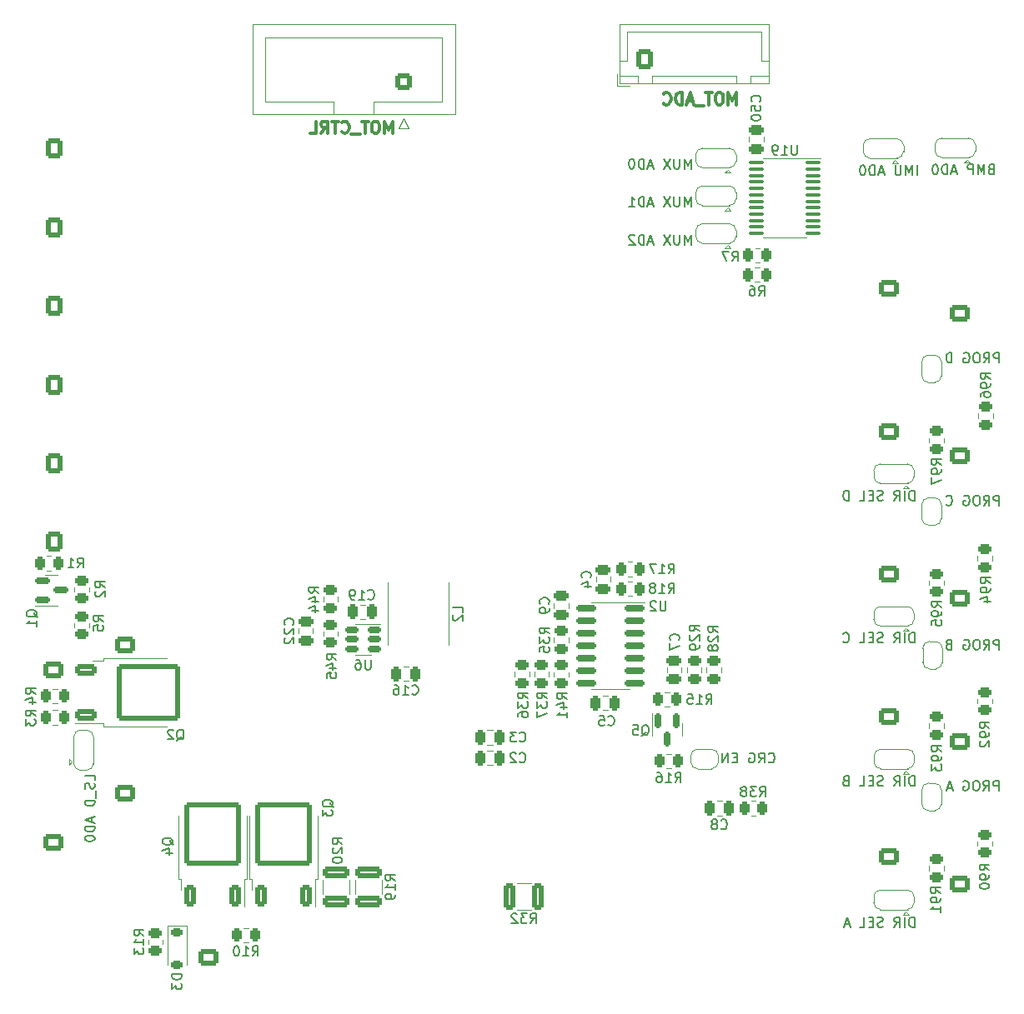
<source format=gbr>
%TF.GenerationSoftware,KiCad,Pcbnew,7.0.1*%
%TF.CreationDate,2023-04-06T21:06:24+02:00*%
%TF.ProjectId,Scout_Robot_Controller,53636f75-745f-4526-9f62-6f745f436f6e,rev?*%
%TF.SameCoordinates,Original*%
%TF.FileFunction,Legend,Bot*%
%TF.FilePolarity,Positive*%
%FSLAX46Y46*%
G04 Gerber Fmt 4.6, Leading zero omitted, Abs format (unit mm)*
G04 Created by KiCad (PCBNEW 7.0.1) date 2023-04-06 21:06:24*
%MOMM*%
%LPD*%
G01*
G04 APERTURE LIST*
G04 Aperture macros list*
%AMRoundRect*
0 Rectangle with rounded corners*
0 $1 Rounding radius*
0 $2 $3 $4 $5 $6 $7 $8 $9 X,Y pos of 4 corners*
0 Add a 4 corners polygon primitive as box body*
4,1,4,$2,$3,$4,$5,$6,$7,$8,$9,$2,$3,0*
0 Add four circle primitives for the rounded corners*
1,1,$1+$1,$2,$3*
1,1,$1+$1,$4,$5*
1,1,$1+$1,$6,$7*
1,1,$1+$1,$8,$9*
0 Add four rect primitives between the rounded corners*
20,1,$1+$1,$2,$3,$4,$5,0*
20,1,$1+$1,$4,$5,$6,$7,0*
20,1,$1+$1,$6,$7,$8,$9,0*
20,1,$1+$1,$8,$9,$2,$3,0*%
%AMFreePoly0*
4,1,19,0.500000,-0.750000,0.000000,-0.750000,0.000000,-0.744911,-0.071157,-0.744911,-0.207708,-0.704816,-0.327430,-0.627875,-0.420627,-0.520320,-0.479746,-0.390866,-0.500000,-0.250000,-0.500000,0.250000,-0.479746,0.390866,-0.420627,0.520320,-0.327430,0.627875,-0.207708,0.704816,-0.071157,0.744911,0.000000,0.744911,0.000000,0.750000,0.500000,0.750000,0.500000,-0.750000,0.500000,-0.750000,
$1*%
%AMFreePoly1*
4,1,19,0.000000,0.744911,0.071157,0.744911,0.207708,0.704816,0.327430,0.627875,0.420627,0.520320,0.479746,0.390866,0.500000,0.250000,0.500000,-0.250000,0.479746,-0.390866,0.420627,-0.520320,0.327430,-0.627875,0.207708,-0.704816,0.071157,-0.744911,0.000000,-0.744911,0.000000,-0.750000,-0.500000,-0.750000,-0.500000,0.750000,0.000000,0.750000,0.000000,0.744911,0.000000,0.744911,
$1*%
%AMFreePoly2*
4,1,19,0.550000,-0.750000,0.000000,-0.750000,0.000000,-0.744911,-0.071157,-0.744911,-0.207708,-0.704816,-0.327430,-0.627875,-0.420627,-0.520320,-0.479746,-0.390866,-0.500000,-0.250000,-0.500000,0.250000,-0.479746,0.390866,-0.420627,0.520320,-0.327430,0.627875,-0.207708,0.704816,-0.071157,0.744911,0.000000,0.744911,0.000000,0.750000,0.550000,0.750000,0.550000,-0.750000,0.550000,-0.750000,
$1*%
%AMFreePoly3*
4,1,19,0.000000,0.744911,0.071157,0.744911,0.207708,0.704816,0.327430,0.627875,0.420627,0.520320,0.479746,0.390866,0.500000,0.250000,0.500000,-0.250000,0.479746,-0.390866,0.420627,-0.520320,0.327430,-0.627875,0.207708,-0.704816,0.071157,-0.744911,0.000000,-0.744911,0.000000,-0.750000,-0.550000,-0.750000,-0.550000,0.750000,0.000000,0.750000,0.000000,0.744911,0.000000,0.744911,
$1*%
G04 Aperture macros list end*
%ADD10C,0.300000*%
%ADD11C,0.150000*%
%ADD12C,0.120000*%
%ADD13RoundRect,0.250000X0.725000X-0.600000X0.725000X0.600000X-0.725000X0.600000X-0.725000X-0.600000X0*%
%ADD14O,1.950000X1.700000*%
%ADD15C,1.440000*%
%ADD16R,2.600000X2.600000*%
%ADD17C,2.600000*%
%ADD18C,0.800000*%
%ADD19C,6.400000*%
%ADD20RoundRect,0.250000X-0.600000X-0.725000X0.600000X-0.725000X0.600000X0.725000X-0.600000X0.725000X0*%
%ADD21O,1.700000X1.950000*%
%ADD22R,1.700000X1.700000*%
%ADD23O,1.700000X1.700000*%
%ADD24R,2.000000X2.000000*%
%ADD25C,2.000000*%
%ADD26RoundRect,0.250000X0.750000X-0.600000X0.750000X0.600000X-0.750000X0.600000X-0.750000X-0.600000X0*%
%ADD27O,2.000000X1.700000*%
%ADD28RoundRect,0.250000X0.450000X-0.262500X0.450000X0.262500X-0.450000X0.262500X-0.450000X-0.262500X0*%
%ADD29RoundRect,0.250000X-0.450000X0.262500X-0.450000X-0.262500X0.450000X-0.262500X0.450000X0.262500X0*%
%ADD30FreePoly0,0.000000*%
%ADD31FreePoly1,0.000000*%
%ADD32RoundRect,0.250000X0.250000X0.475000X-0.250000X0.475000X-0.250000X-0.475000X0.250000X-0.475000X0*%
%ADD33FreePoly2,180.000000*%
%ADD34R,1.000000X1.500000*%
%ADD35FreePoly3,180.000000*%
%ADD36RoundRect,0.250000X-0.475000X0.250000X-0.475000X-0.250000X0.475000X-0.250000X0.475000X0.250000X0*%
%ADD37RoundRect,0.150000X-0.587500X-0.150000X0.587500X-0.150000X0.587500X0.150000X-0.587500X0.150000X0*%
%ADD38FreePoly0,270.000000*%
%ADD39FreePoly1,270.000000*%
%ADD40RoundRect,0.250000X-0.250000X-0.475000X0.250000X-0.475000X0.250000X0.475000X-0.250000X0.475000X0*%
%ADD41RoundRect,0.250000X-0.262500X-0.450000X0.262500X-0.450000X0.262500X0.450000X-0.262500X0.450000X0*%
%ADD42RoundRect,0.250000X0.262500X0.450000X-0.262500X0.450000X-0.262500X-0.450000X0.262500X-0.450000X0*%
%ADD43RoundRect,0.250000X0.600000X-0.600000X0.600000X0.600000X-0.600000X0.600000X-0.600000X-0.600000X0*%
%ADD44C,1.700000*%
%ADD45RoundRect,0.250000X0.350000X-0.850000X0.350000X0.850000X-0.350000X0.850000X-0.350000X-0.850000X0*%
%ADD46RoundRect,0.249997X2.650003X-2.950003X2.650003X2.950003X-2.650003X2.950003X-2.650003X-2.950003X0*%
%ADD47RoundRect,0.225000X-0.375000X0.225000X-0.375000X-0.225000X0.375000X-0.225000X0.375000X0.225000X0*%
%ADD48RoundRect,0.100000X0.637500X0.100000X-0.637500X0.100000X-0.637500X-0.100000X0.637500X-0.100000X0*%
%ADD49RoundRect,0.250000X1.075000X-0.312500X1.075000X0.312500X-1.075000X0.312500X-1.075000X-0.312500X0*%
%ADD50RoundRect,0.250000X-0.850000X-0.350000X0.850000X-0.350000X0.850000X0.350000X-0.850000X0.350000X0*%
%ADD51RoundRect,0.249997X-2.950003X-2.650003X2.950003X-2.650003X2.950003X2.650003X-2.950003X2.650003X0*%
%ADD52RoundRect,0.250000X0.475000X-0.250000X0.475000X0.250000X-0.475000X0.250000X-0.475000X-0.250000X0*%
%ADD53R,5.700000X1.600000*%
%ADD54FreePoly2,90.000000*%
%ADD55R,1.500000X1.000000*%
%ADD56FreePoly3,90.000000*%
%ADD57RoundRect,0.150000X0.825000X0.150000X-0.825000X0.150000X-0.825000X-0.150000X0.825000X-0.150000X0*%
%ADD58RoundRect,0.250000X-0.312500X-1.075000X0.312500X-1.075000X0.312500X1.075000X-0.312500X1.075000X0*%
%ADD59RoundRect,0.150000X0.512500X0.150000X-0.512500X0.150000X-0.512500X-0.150000X0.512500X-0.150000X0*%
%ADD60RoundRect,0.150000X-0.150000X0.587500X-0.150000X-0.587500X0.150000X-0.587500X0.150000X0.587500X0*%
G04 APERTURE END LIST*
D10*
X144864285Y-61703142D02*
X144864285Y-60503142D01*
X144864285Y-60503142D02*
X144464285Y-61360285D01*
X144464285Y-61360285D02*
X144064285Y-60503142D01*
X144064285Y-60503142D02*
X144064285Y-61703142D01*
X143264285Y-60503142D02*
X143035713Y-60503142D01*
X143035713Y-60503142D02*
X142921428Y-60560285D01*
X142921428Y-60560285D02*
X142807142Y-60674571D01*
X142807142Y-60674571D02*
X142749999Y-60903142D01*
X142749999Y-60903142D02*
X142749999Y-61303142D01*
X142749999Y-61303142D02*
X142807142Y-61531714D01*
X142807142Y-61531714D02*
X142921428Y-61646000D01*
X142921428Y-61646000D02*
X143035713Y-61703142D01*
X143035713Y-61703142D02*
X143264285Y-61703142D01*
X143264285Y-61703142D02*
X143378571Y-61646000D01*
X143378571Y-61646000D02*
X143492856Y-61531714D01*
X143492856Y-61531714D02*
X143549999Y-61303142D01*
X143549999Y-61303142D02*
X143549999Y-60903142D01*
X143549999Y-60903142D02*
X143492856Y-60674571D01*
X143492856Y-60674571D02*
X143378571Y-60560285D01*
X143378571Y-60560285D02*
X143264285Y-60503142D01*
X142407142Y-60503142D02*
X141721428Y-60503142D01*
X142064285Y-61703142D02*
X142064285Y-60503142D01*
X141607142Y-61817428D02*
X140692856Y-61817428D01*
X139721427Y-61588857D02*
X139778570Y-61646000D01*
X139778570Y-61646000D02*
X139949998Y-61703142D01*
X139949998Y-61703142D02*
X140064284Y-61703142D01*
X140064284Y-61703142D02*
X140235713Y-61646000D01*
X140235713Y-61646000D02*
X140349998Y-61531714D01*
X140349998Y-61531714D02*
X140407141Y-61417428D01*
X140407141Y-61417428D02*
X140464284Y-61188857D01*
X140464284Y-61188857D02*
X140464284Y-61017428D01*
X140464284Y-61017428D02*
X140407141Y-60788857D01*
X140407141Y-60788857D02*
X140349998Y-60674571D01*
X140349998Y-60674571D02*
X140235713Y-60560285D01*
X140235713Y-60560285D02*
X140064284Y-60503142D01*
X140064284Y-60503142D02*
X139949998Y-60503142D01*
X139949998Y-60503142D02*
X139778570Y-60560285D01*
X139778570Y-60560285D02*
X139721427Y-60617428D01*
X139378570Y-60503142D02*
X138692856Y-60503142D01*
X139035713Y-61703142D02*
X139035713Y-60503142D01*
X137607141Y-61703142D02*
X138007141Y-61131714D01*
X138292855Y-61703142D02*
X138292855Y-60503142D01*
X138292855Y-60503142D02*
X137835712Y-60503142D01*
X137835712Y-60503142D02*
X137721427Y-60560285D01*
X137721427Y-60560285D02*
X137664284Y-60617428D01*
X137664284Y-60617428D02*
X137607141Y-60731714D01*
X137607141Y-60731714D02*
X137607141Y-60903142D01*
X137607141Y-60903142D02*
X137664284Y-61017428D01*
X137664284Y-61017428D02*
X137721427Y-61074571D01*
X137721427Y-61074571D02*
X137835712Y-61131714D01*
X137835712Y-61131714D02*
X138292855Y-61131714D01*
X136521427Y-61703142D02*
X137092855Y-61703142D01*
X137092855Y-61703142D02*
X137092855Y-60503142D01*
D11*
X205628571Y-65353809D02*
X205485714Y-65401428D01*
X205485714Y-65401428D02*
X205438095Y-65449047D01*
X205438095Y-65449047D02*
X205390476Y-65544285D01*
X205390476Y-65544285D02*
X205390476Y-65687142D01*
X205390476Y-65687142D02*
X205438095Y-65782380D01*
X205438095Y-65782380D02*
X205485714Y-65830000D01*
X205485714Y-65830000D02*
X205580952Y-65877619D01*
X205580952Y-65877619D02*
X205961904Y-65877619D01*
X205961904Y-65877619D02*
X205961904Y-64877619D01*
X205961904Y-64877619D02*
X205628571Y-64877619D01*
X205628571Y-64877619D02*
X205533333Y-64925238D01*
X205533333Y-64925238D02*
X205485714Y-64972857D01*
X205485714Y-64972857D02*
X205438095Y-65068095D01*
X205438095Y-65068095D02*
X205438095Y-65163333D01*
X205438095Y-65163333D02*
X205485714Y-65258571D01*
X205485714Y-65258571D02*
X205533333Y-65306190D01*
X205533333Y-65306190D02*
X205628571Y-65353809D01*
X205628571Y-65353809D02*
X205961904Y-65353809D01*
X204961904Y-65877619D02*
X204961904Y-64877619D01*
X204961904Y-64877619D02*
X204628571Y-65591904D01*
X204628571Y-65591904D02*
X204295238Y-64877619D01*
X204295238Y-64877619D02*
X204295238Y-65877619D01*
X203819047Y-65877619D02*
X203819047Y-64877619D01*
X203819047Y-64877619D02*
X203438095Y-64877619D01*
X203438095Y-64877619D02*
X203342857Y-64925238D01*
X203342857Y-64925238D02*
X203295238Y-64972857D01*
X203295238Y-64972857D02*
X203247619Y-65068095D01*
X203247619Y-65068095D02*
X203247619Y-65210952D01*
X203247619Y-65210952D02*
X203295238Y-65306190D01*
X203295238Y-65306190D02*
X203342857Y-65353809D01*
X203342857Y-65353809D02*
X203438095Y-65401428D01*
X203438095Y-65401428D02*
X203819047Y-65401428D01*
X202104761Y-65591904D02*
X201628571Y-65591904D01*
X202199999Y-65877619D02*
X201866666Y-64877619D01*
X201866666Y-64877619D02*
X201533333Y-65877619D01*
X201199999Y-65877619D02*
X201199999Y-64877619D01*
X201199999Y-64877619D02*
X200961904Y-64877619D01*
X200961904Y-64877619D02*
X200819047Y-64925238D01*
X200819047Y-64925238D02*
X200723809Y-65020476D01*
X200723809Y-65020476D02*
X200676190Y-65115714D01*
X200676190Y-65115714D02*
X200628571Y-65306190D01*
X200628571Y-65306190D02*
X200628571Y-65449047D01*
X200628571Y-65449047D02*
X200676190Y-65639523D01*
X200676190Y-65639523D02*
X200723809Y-65734761D01*
X200723809Y-65734761D02*
X200819047Y-65830000D01*
X200819047Y-65830000D02*
X200961904Y-65877619D01*
X200961904Y-65877619D02*
X201199999Y-65877619D01*
X200009523Y-64877619D02*
X199914285Y-64877619D01*
X199914285Y-64877619D02*
X199819047Y-64925238D01*
X199819047Y-64925238D02*
X199771428Y-64972857D01*
X199771428Y-64972857D02*
X199723809Y-65068095D01*
X199723809Y-65068095D02*
X199676190Y-65258571D01*
X199676190Y-65258571D02*
X199676190Y-65496666D01*
X199676190Y-65496666D02*
X199723809Y-65687142D01*
X199723809Y-65687142D02*
X199771428Y-65782380D01*
X199771428Y-65782380D02*
X199819047Y-65830000D01*
X199819047Y-65830000D02*
X199914285Y-65877619D01*
X199914285Y-65877619D02*
X200009523Y-65877619D01*
X200009523Y-65877619D02*
X200104761Y-65830000D01*
X200104761Y-65830000D02*
X200152380Y-65782380D01*
X200152380Y-65782380D02*
X200199999Y-65687142D01*
X200199999Y-65687142D02*
X200247618Y-65496666D01*
X200247618Y-65496666D02*
X200247618Y-65258571D01*
X200247618Y-65258571D02*
X200199999Y-65068095D01*
X200199999Y-65068095D02*
X200152380Y-64972857D01*
X200152380Y-64972857D02*
X200104761Y-64925238D01*
X200104761Y-64925238D02*
X200009523Y-64877619D01*
X206461904Y-85027619D02*
X206461904Y-84027619D01*
X206461904Y-84027619D02*
X206080952Y-84027619D01*
X206080952Y-84027619D02*
X205985714Y-84075238D01*
X205985714Y-84075238D02*
X205938095Y-84122857D01*
X205938095Y-84122857D02*
X205890476Y-84218095D01*
X205890476Y-84218095D02*
X205890476Y-84360952D01*
X205890476Y-84360952D02*
X205938095Y-84456190D01*
X205938095Y-84456190D02*
X205985714Y-84503809D01*
X205985714Y-84503809D02*
X206080952Y-84551428D01*
X206080952Y-84551428D02*
X206461904Y-84551428D01*
X204890476Y-85027619D02*
X205223809Y-84551428D01*
X205461904Y-85027619D02*
X205461904Y-84027619D01*
X205461904Y-84027619D02*
X205080952Y-84027619D01*
X205080952Y-84027619D02*
X204985714Y-84075238D01*
X204985714Y-84075238D02*
X204938095Y-84122857D01*
X204938095Y-84122857D02*
X204890476Y-84218095D01*
X204890476Y-84218095D02*
X204890476Y-84360952D01*
X204890476Y-84360952D02*
X204938095Y-84456190D01*
X204938095Y-84456190D02*
X204985714Y-84503809D01*
X204985714Y-84503809D02*
X205080952Y-84551428D01*
X205080952Y-84551428D02*
X205461904Y-84551428D01*
X204271428Y-84027619D02*
X204080952Y-84027619D01*
X204080952Y-84027619D02*
X203985714Y-84075238D01*
X203985714Y-84075238D02*
X203890476Y-84170476D01*
X203890476Y-84170476D02*
X203842857Y-84360952D01*
X203842857Y-84360952D02*
X203842857Y-84694285D01*
X203842857Y-84694285D02*
X203890476Y-84884761D01*
X203890476Y-84884761D02*
X203985714Y-84980000D01*
X203985714Y-84980000D02*
X204080952Y-85027619D01*
X204080952Y-85027619D02*
X204271428Y-85027619D01*
X204271428Y-85027619D02*
X204366666Y-84980000D01*
X204366666Y-84980000D02*
X204461904Y-84884761D01*
X204461904Y-84884761D02*
X204509523Y-84694285D01*
X204509523Y-84694285D02*
X204509523Y-84360952D01*
X204509523Y-84360952D02*
X204461904Y-84170476D01*
X204461904Y-84170476D02*
X204366666Y-84075238D01*
X204366666Y-84075238D02*
X204271428Y-84027619D01*
X202890476Y-84075238D02*
X202985714Y-84027619D01*
X202985714Y-84027619D02*
X203128571Y-84027619D01*
X203128571Y-84027619D02*
X203271428Y-84075238D01*
X203271428Y-84075238D02*
X203366666Y-84170476D01*
X203366666Y-84170476D02*
X203414285Y-84265714D01*
X203414285Y-84265714D02*
X203461904Y-84456190D01*
X203461904Y-84456190D02*
X203461904Y-84599047D01*
X203461904Y-84599047D02*
X203414285Y-84789523D01*
X203414285Y-84789523D02*
X203366666Y-84884761D01*
X203366666Y-84884761D02*
X203271428Y-84980000D01*
X203271428Y-84980000D02*
X203128571Y-85027619D01*
X203128571Y-85027619D02*
X203033333Y-85027619D01*
X203033333Y-85027619D02*
X202890476Y-84980000D01*
X202890476Y-84980000D02*
X202842857Y-84932380D01*
X202842857Y-84932380D02*
X202842857Y-84599047D01*
X202842857Y-84599047D02*
X203033333Y-84599047D01*
X201652380Y-85027619D02*
X201652380Y-84027619D01*
X201652380Y-84027619D02*
X201414285Y-84027619D01*
X201414285Y-84027619D02*
X201271428Y-84075238D01*
X201271428Y-84075238D02*
X201176190Y-84170476D01*
X201176190Y-84170476D02*
X201128571Y-84265714D01*
X201128571Y-84265714D02*
X201080952Y-84456190D01*
X201080952Y-84456190D02*
X201080952Y-84599047D01*
X201080952Y-84599047D02*
X201128571Y-84789523D01*
X201128571Y-84789523D02*
X201176190Y-84884761D01*
X201176190Y-84884761D02*
X201271428Y-84980000D01*
X201271428Y-84980000D02*
X201414285Y-85027619D01*
X201414285Y-85027619D02*
X201652380Y-85027619D01*
X206411904Y-128527619D02*
X206411904Y-127527619D01*
X206411904Y-127527619D02*
X206030952Y-127527619D01*
X206030952Y-127527619D02*
X205935714Y-127575238D01*
X205935714Y-127575238D02*
X205888095Y-127622857D01*
X205888095Y-127622857D02*
X205840476Y-127718095D01*
X205840476Y-127718095D02*
X205840476Y-127860952D01*
X205840476Y-127860952D02*
X205888095Y-127956190D01*
X205888095Y-127956190D02*
X205935714Y-128003809D01*
X205935714Y-128003809D02*
X206030952Y-128051428D01*
X206030952Y-128051428D02*
X206411904Y-128051428D01*
X204840476Y-128527619D02*
X205173809Y-128051428D01*
X205411904Y-128527619D02*
X205411904Y-127527619D01*
X205411904Y-127527619D02*
X205030952Y-127527619D01*
X205030952Y-127527619D02*
X204935714Y-127575238D01*
X204935714Y-127575238D02*
X204888095Y-127622857D01*
X204888095Y-127622857D02*
X204840476Y-127718095D01*
X204840476Y-127718095D02*
X204840476Y-127860952D01*
X204840476Y-127860952D02*
X204888095Y-127956190D01*
X204888095Y-127956190D02*
X204935714Y-128003809D01*
X204935714Y-128003809D02*
X205030952Y-128051428D01*
X205030952Y-128051428D02*
X205411904Y-128051428D01*
X204221428Y-127527619D02*
X204030952Y-127527619D01*
X204030952Y-127527619D02*
X203935714Y-127575238D01*
X203935714Y-127575238D02*
X203840476Y-127670476D01*
X203840476Y-127670476D02*
X203792857Y-127860952D01*
X203792857Y-127860952D02*
X203792857Y-128194285D01*
X203792857Y-128194285D02*
X203840476Y-128384761D01*
X203840476Y-128384761D02*
X203935714Y-128480000D01*
X203935714Y-128480000D02*
X204030952Y-128527619D01*
X204030952Y-128527619D02*
X204221428Y-128527619D01*
X204221428Y-128527619D02*
X204316666Y-128480000D01*
X204316666Y-128480000D02*
X204411904Y-128384761D01*
X204411904Y-128384761D02*
X204459523Y-128194285D01*
X204459523Y-128194285D02*
X204459523Y-127860952D01*
X204459523Y-127860952D02*
X204411904Y-127670476D01*
X204411904Y-127670476D02*
X204316666Y-127575238D01*
X204316666Y-127575238D02*
X204221428Y-127527619D01*
X202840476Y-127575238D02*
X202935714Y-127527619D01*
X202935714Y-127527619D02*
X203078571Y-127527619D01*
X203078571Y-127527619D02*
X203221428Y-127575238D01*
X203221428Y-127575238D02*
X203316666Y-127670476D01*
X203316666Y-127670476D02*
X203364285Y-127765714D01*
X203364285Y-127765714D02*
X203411904Y-127956190D01*
X203411904Y-127956190D02*
X203411904Y-128099047D01*
X203411904Y-128099047D02*
X203364285Y-128289523D01*
X203364285Y-128289523D02*
X203316666Y-128384761D01*
X203316666Y-128384761D02*
X203221428Y-128480000D01*
X203221428Y-128480000D02*
X203078571Y-128527619D01*
X203078571Y-128527619D02*
X202983333Y-128527619D01*
X202983333Y-128527619D02*
X202840476Y-128480000D01*
X202840476Y-128480000D02*
X202792857Y-128432380D01*
X202792857Y-128432380D02*
X202792857Y-128099047D01*
X202792857Y-128099047D02*
X202983333Y-128099047D01*
X201649999Y-128241904D02*
X201173809Y-128241904D01*
X201745237Y-128527619D02*
X201411904Y-127527619D01*
X201411904Y-127527619D02*
X201078571Y-128527619D01*
X197861904Y-128027619D02*
X197861904Y-127027619D01*
X197861904Y-127027619D02*
X197623809Y-127027619D01*
X197623809Y-127027619D02*
X197480952Y-127075238D01*
X197480952Y-127075238D02*
X197385714Y-127170476D01*
X197385714Y-127170476D02*
X197338095Y-127265714D01*
X197338095Y-127265714D02*
X197290476Y-127456190D01*
X197290476Y-127456190D02*
X197290476Y-127599047D01*
X197290476Y-127599047D02*
X197338095Y-127789523D01*
X197338095Y-127789523D02*
X197385714Y-127884761D01*
X197385714Y-127884761D02*
X197480952Y-127980000D01*
X197480952Y-127980000D02*
X197623809Y-128027619D01*
X197623809Y-128027619D02*
X197861904Y-128027619D01*
X196861904Y-128027619D02*
X196861904Y-127027619D01*
X195814286Y-128027619D02*
X196147619Y-127551428D01*
X196385714Y-128027619D02*
X196385714Y-127027619D01*
X196385714Y-127027619D02*
X196004762Y-127027619D01*
X196004762Y-127027619D02*
X195909524Y-127075238D01*
X195909524Y-127075238D02*
X195861905Y-127122857D01*
X195861905Y-127122857D02*
X195814286Y-127218095D01*
X195814286Y-127218095D02*
X195814286Y-127360952D01*
X195814286Y-127360952D02*
X195861905Y-127456190D01*
X195861905Y-127456190D02*
X195909524Y-127503809D01*
X195909524Y-127503809D02*
X196004762Y-127551428D01*
X196004762Y-127551428D02*
X196385714Y-127551428D01*
X194671428Y-127980000D02*
X194528571Y-128027619D01*
X194528571Y-128027619D02*
X194290476Y-128027619D01*
X194290476Y-128027619D02*
X194195238Y-127980000D01*
X194195238Y-127980000D02*
X194147619Y-127932380D01*
X194147619Y-127932380D02*
X194100000Y-127837142D01*
X194100000Y-127837142D02*
X194100000Y-127741904D01*
X194100000Y-127741904D02*
X194147619Y-127646666D01*
X194147619Y-127646666D02*
X194195238Y-127599047D01*
X194195238Y-127599047D02*
X194290476Y-127551428D01*
X194290476Y-127551428D02*
X194480952Y-127503809D01*
X194480952Y-127503809D02*
X194576190Y-127456190D01*
X194576190Y-127456190D02*
X194623809Y-127408571D01*
X194623809Y-127408571D02*
X194671428Y-127313333D01*
X194671428Y-127313333D02*
X194671428Y-127218095D01*
X194671428Y-127218095D02*
X194623809Y-127122857D01*
X194623809Y-127122857D02*
X194576190Y-127075238D01*
X194576190Y-127075238D02*
X194480952Y-127027619D01*
X194480952Y-127027619D02*
X194242857Y-127027619D01*
X194242857Y-127027619D02*
X194100000Y-127075238D01*
X193671428Y-127503809D02*
X193338095Y-127503809D01*
X193195238Y-128027619D02*
X193671428Y-128027619D01*
X193671428Y-128027619D02*
X193671428Y-127027619D01*
X193671428Y-127027619D02*
X193195238Y-127027619D01*
X192290476Y-128027619D02*
X192766666Y-128027619D01*
X192766666Y-128027619D02*
X192766666Y-127027619D01*
X190861904Y-127503809D02*
X190719047Y-127551428D01*
X190719047Y-127551428D02*
X190671428Y-127599047D01*
X190671428Y-127599047D02*
X190623809Y-127694285D01*
X190623809Y-127694285D02*
X190623809Y-127837142D01*
X190623809Y-127837142D02*
X190671428Y-127932380D01*
X190671428Y-127932380D02*
X190719047Y-127980000D01*
X190719047Y-127980000D02*
X190814285Y-128027619D01*
X190814285Y-128027619D02*
X191195237Y-128027619D01*
X191195237Y-128027619D02*
X191195237Y-127027619D01*
X191195237Y-127027619D02*
X190861904Y-127027619D01*
X190861904Y-127027619D02*
X190766666Y-127075238D01*
X190766666Y-127075238D02*
X190719047Y-127122857D01*
X190719047Y-127122857D02*
X190671428Y-127218095D01*
X190671428Y-127218095D02*
X190671428Y-127313333D01*
X190671428Y-127313333D02*
X190719047Y-127408571D01*
X190719047Y-127408571D02*
X190766666Y-127456190D01*
X190766666Y-127456190D02*
X190861904Y-127503809D01*
X190861904Y-127503809D02*
X191195237Y-127503809D01*
X183040476Y-125582380D02*
X183088095Y-125630000D01*
X183088095Y-125630000D02*
X183230952Y-125677619D01*
X183230952Y-125677619D02*
X183326190Y-125677619D01*
X183326190Y-125677619D02*
X183469047Y-125630000D01*
X183469047Y-125630000D02*
X183564285Y-125534761D01*
X183564285Y-125534761D02*
X183611904Y-125439523D01*
X183611904Y-125439523D02*
X183659523Y-125249047D01*
X183659523Y-125249047D02*
X183659523Y-125106190D01*
X183659523Y-125106190D02*
X183611904Y-124915714D01*
X183611904Y-124915714D02*
X183564285Y-124820476D01*
X183564285Y-124820476D02*
X183469047Y-124725238D01*
X183469047Y-124725238D02*
X183326190Y-124677619D01*
X183326190Y-124677619D02*
X183230952Y-124677619D01*
X183230952Y-124677619D02*
X183088095Y-124725238D01*
X183088095Y-124725238D02*
X183040476Y-124772857D01*
X182040476Y-125677619D02*
X182373809Y-125201428D01*
X182611904Y-125677619D02*
X182611904Y-124677619D01*
X182611904Y-124677619D02*
X182230952Y-124677619D01*
X182230952Y-124677619D02*
X182135714Y-124725238D01*
X182135714Y-124725238D02*
X182088095Y-124772857D01*
X182088095Y-124772857D02*
X182040476Y-124868095D01*
X182040476Y-124868095D02*
X182040476Y-125010952D01*
X182040476Y-125010952D02*
X182088095Y-125106190D01*
X182088095Y-125106190D02*
X182135714Y-125153809D01*
X182135714Y-125153809D02*
X182230952Y-125201428D01*
X182230952Y-125201428D02*
X182611904Y-125201428D01*
X181088095Y-124725238D02*
X181183333Y-124677619D01*
X181183333Y-124677619D02*
X181326190Y-124677619D01*
X181326190Y-124677619D02*
X181469047Y-124725238D01*
X181469047Y-124725238D02*
X181564285Y-124820476D01*
X181564285Y-124820476D02*
X181611904Y-124915714D01*
X181611904Y-124915714D02*
X181659523Y-125106190D01*
X181659523Y-125106190D02*
X181659523Y-125249047D01*
X181659523Y-125249047D02*
X181611904Y-125439523D01*
X181611904Y-125439523D02*
X181564285Y-125534761D01*
X181564285Y-125534761D02*
X181469047Y-125630000D01*
X181469047Y-125630000D02*
X181326190Y-125677619D01*
X181326190Y-125677619D02*
X181230952Y-125677619D01*
X181230952Y-125677619D02*
X181088095Y-125630000D01*
X181088095Y-125630000D02*
X181040476Y-125582380D01*
X181040476Y-125582380D02*
X181040476Y-125249047D01*
X181040476Y-125249047D02*
X181230952Y-125249047D01*
X179849999Y-125153809D02*
X179516666Y-125153809D01*
X179373809Y-125677619D02*
X179849999Y-125677619D01*
X179849999Y-125677619D02*
X179849999Y-124677619D01*
X179849999Y-124677619D02*
X179373809Y-124677619D01*
X178945237Y-125677619D02*
X178945237Y-124677619D01*
X178945237Y-124677619D02*
X178373809Y-125677619D01*
X178373809Y-125677619D02*
X178373809Y-124677619D01*
X175161904Y-73027619D02*
X175161904Y-72027619D01*
X175161904Y-72027619D02*
X174828571Y-72741904D01*
X174828571Y-72741904D02*
X174495238Y-72027619D01*
X174495238Y-72027619D02*
X174495238Y-73027619D01*
X174019047Y-72027619D02*
X174019047Y-72837142D01*
X174019047Y-72837142D02*
X173971428Y-72932380D01*
X173971428Y-72932380D02*
X173923809Y-72980000D01*
X173923809Y-72980000D02*
X173828571Y-73027619D01*
X173828571Y-73027619D02*
X173638095Y-73027619D01*
X173638095Y-73027619D02*
X173542857Y-72980000D01*
X173542857Y-72980000D02*
X173495238Y-72932380D01*
X173495238Y-72932380D02*
X173447619Y-72837142D01*
X173447619Y-72837142D02*
X173447619Y-72027619D01*
X173066666Y-72027619D02*
X172400000Y-73027619D01*
X172400000Y-72027619D02*
X173066666Y-73027619D01*
X171304761Y-72741904D02*
X170828571Y-72741904D01*
X171399999Y-73027619D02*
X171066666Y-72027619D01*
X171066666Y-72027619D02*
X170733333Y-73027619D01*
X170399999Y-73027619D02*
X170399999Y-72027619D01*
X170399999Y-72027619D02*
X170161904Y-72027619D01*
X170161904Y-72027619D02*
X170019047Y-72075238D01*
X170019047Y-72075238D02*
X169923809Y-72170476D01*
X169923809Y-72170476D02*
X169876190Y-72265714D01*
X169876190Y-72265714D02*
X169828571Y-72456190D01*
X169828571Y-72456190D02*
X169828571Y-72599047D01*
X169828571Y-72599047D02*
X169876190Y-72789523D01*
X169876190Y-72789523D02*
X169923809Y-72884761D01*
X169923809Y-72884761D02*
X170019047Y-72980000D01*
X170019047Y-72980000D02*
X170161904Y-73027619D01*
X170161904Y-73027619D02*
X170399999Y-73027619D01*
X169447618Y-72122857D02*
X169399999Y-72075238D01*
X169399999Y-72075238D02*
X169304761Y-72027619D01*
X169304761Y-72027619D02*
X169066666Y-72027619D01*
X169066666Y-72027619D02*
X168971428Y-72075238D01*
X168971428Y-72075238D02*
X168923809Y-72122857D01*
X168923809Y-72122857D02*
X168876190Y-72218095D01*
X168876190Y-72218095D02*
X168876190Y-72313333D01*
X168876190Y-72313333D02*
X168923809Y-72456190D01*
X168923809Y-72456190D02*
X169495237Y-73027619D01*
X169495237Y-73027619D02*
X168876190Y-73027619D01*
X206461904Y-114177619D02*
X206461904Y-113177619D01*
X206461904Y-113177619D02*
X206080952Y-113177619D01*
X206080952Y-113177619D02*
X205985714Y-113225238D01*
X205985714Y-113225238D02*
X205938095Y-113272857D01*
X205938095Y-113272857D02*
X205890476Y-113368095D01*
X205890476Y-113368095D02*
X205890476Y-113510952D01*
X205890476Y-113510952D02*
X205938095Y-113606190D01*
X205938095Y-113606190D02*
X205985714Y-113653809D01*
X205985714Y-113653809D02*
X206080952Y-113701428D01*
X206080952Y-113701428D02*
X206461904Y-113701428D01*
X204890476Y-114177619D02*
X205223809Y-113701428D01*
X205461904Y-114177619D02*
X205461904Y-113177619D01*
X205461904Y-113177619D02*
X205080952Y-113177619D01*
X205080952Y-113177619D02*
X204985714Y-113225238D01*
X204985714Y-113225238D02*
X204938095Y-113272857D01*
X204938095Y-113272857D02*
X204890476Y-113368095D01*
X204890476Y-113368095D02*
X204890476Y-113510952D01*
X204890476Y-113510952D02*
X204938095Y-113606190D01*
X204938095Y-113606190D02*
X204985714Y-113653809D01*
X204985714Y-113653809D02*
X205080952Y-113701428D01*
X205080952Y-113701428D02*
X205461904Y-113701428D01*
X204271428Y-113177619D02*
X204080952Y-113177619D01*
X204080952Y-113177619D02*
X203985714Y-113225238D01*
X203985714Y-113225238D02*
X203890476Y-113320476D01*
X203890476Y-113320476D02*
X203842857Y-113510952D01*
X203842857Y-113510952D02*
X203842857Y-113844285D01*
X203842857Y-113844285D02*
X203890476Y-114034761D01*
X203890476Y-114034761D02*
X203985714Y-114130000D01*
X203985714Y-114130000D02*
X204080952Y-114177619D01*
X204080952Y-114177619D02*
X204271428Y-114177619D01*
X204271428Y-114177619D02*
X204366666Y-114130000D01*
X204366666Y-114130000D02*
X204461904Y-114034761D01*
X204461904Y-114034761D02*
X204509523Y-113844285D01*
X204509523Y-113844285D02*
X204509523Y-113510952D01*
X204509523Y-113510952D02*
X204461904Y-113320476D01*
X204461904Y-113320476D02*
X204366666Y-113225238D01*
X204366666Y-113225238D02*
X204271428Y-113177619D01*
X202890476Y-113225238D02*
X202985714Y-113177619D01*
X202985714Y-113177619D02*
X203128571Y-113177619D01*
X203128571Y-113177619D02*
X203271428Y-113225238D01*
X203271428Y-113225238D02*
X203366666Y-113320476D01*
X203366666Y-113320476D02*
X203414285Y-113415714D01*
X203414285Y-113415714D02*
X203461904Y-113606190D01*
X203461904Y-113606190D02*
X203461904Y-113749047D01*
X203461904Y-113749047D02*
X203414285Y-113939523D01*
X203414285Y-113939523D02*
X203366666Y-114034761D01*
X203366666Y-114034761D02*
X203271428Y-114130000D01*
X203271428Y-114130000D02*
X203128571Y-114177619D01*
X203128571Y-114177619D02*
X203033333Y-114177619D01*
X203033333Y-114177619D02*
X202890476Y-114130000D01*
X202890476Y-114130000D02*
X202842857Y-114082380D01*
X202842857Y-114082380D02*
X202842857Y-113749047D01*
X202842857Y-113749047D02*
X203033333Y-113749047D01*
X201319047Y-113653809D02*
X201176190Y-113701428D01*
X201176190Y-113701428D02*
X201128571Y-113749047D01*
X201128571Y-113749047D02*
X201080952Y-113844285D01*
X201080952Y-113844285D02*
X201080952Y-113987142D01*
X201080952Y-113987142D02*
X201128571Y-114082380D01*
X201128571Y-114082380D02*
X201176190Y-114130000D01*
X201176190Y-114130000D02*
X201271428Y-114177619D01*
X201271428Y-114177619D02*
X201652380Y-114177619D01*
X201652380Y-114177619D02*
X201652380Y-113177619D01*
X201652380Y-113177619D02*
X201319047Y-113177619D01*
X201319047Y-113177619D02*
X201223809Y-113225238D01*
X201223809Y-113225238D02*
X201176190Y-113272857D01*
X201176190Y-113272857D02*
X201128571Y-113368095D01*
X201128571Y-113368095D02*
X201128571Y-113463333D01*
X201128571Y-113463333D02*
X201176190Y-113558571D01*
X201176190Y-113558571D02*
X201223809Y-113606190D01*
X201223809Y-113606190D02*
X201319047Y-113653809D01*
X201319047Y-113653809D02*
X201652380Y-113653809D01*
D10*
X179764285Y-58803142D02*
X179764285Y-57603142D01*
X179764285Y-57603142D02*
X179364285Y-58460285D01*
X179364285Y-58460285D02*
X178964285Y-57603142D01*
X178964285Y-57603142D02*
X178964285Y-58803142D01*
X178164285Y-57603142D02*
X177935713Y-57603142D01*
X177935713Y-57603142D02*
X177821428Y-57660285D01*
X177821428Y-57660285D02*
X177707142Y-57774571D01*
X177707142Y-57774571D02*
X177649999Y-58003142D01*
X177649999Y-58003142D02*
X177649999Y-58403142D01*
X177649999Y-58403142D02*
X177707142Y-58631714D01*
X177707142Y-58631714D02*
X177821428Y-58746000D01*
X177821428Y-58746000D02*
X177935713Y-58803142D01*
X177935713Y-58803142D02*
X178164285Y-58803142D01*
X178164285Y-58803142D02*
X178278571Y-58746000D01*
X178278571Y-58746000D02*
X178392856Y-58631714D01*
X178392856Y-58631714D02*
X178449999Y-58403142D01*
X178449999Y-58403142D02*
X178449999Y-58003142D01*
X178449999Y-58003142D02*
X178392856Y-57774571D01*
X178392856Y-57774571D02*
X178278571Y-57660285D01*
X178278571Y-57660285D02*
X178164285Y-57603142D01*
X177307142Y-57603142D02*
X176621428Y-57603142D01*
X176964285Y-58803142D02*
X176964285Y-57603142D01*
X176507142Y-58917428D02*
X175592856Y-58917428D01*
X175364284Y-58460285D02*
X174792856Y-58460285D01*
X175478570Y-58803142D02*
X175078570Y-57603142D01*
X175078570Y-57603142D02*
X174678570Y-58803142D01*
X174278570Y-58803142D02*
X174278570Y-57603142D01*
X174278570Y-57603142D02*
X173992856Y-57603142D01*
X173992856Y-57603142D02*
X173821427Y-57660285D01*
X173821427Y-57660285D02*
X173707142Y-57774571D01*
X173707142Y-57774571D02*
X173649999Y-57888857D01*
X173649999Y-57888857D02*
X173592856Y-58117428D01*
X173592856Y-58117428D02*
X173592856Y-58288857D01*
X173592856Y-58288857D02*
X173649999Y-58517428D01*
X173649999Y-58517428D02*
X173707142Y-58631714D01*
X173707142Y-58631714D02*
X173821427Y-58746000D01*
X173821427Y-58746000D02*
X173992856Y-58803142D01*
X173992856Y-58803142D02*
X174278570Y-58803142D01*
X172392856Y-58688857D02*
X172449999Y-58746000D01*
X172449999Y-58746000D02*
X172621427Y-58803142D01*
X172621427Y-58803142D02*
X172735713Y-58803142D01*
X172735713Y-58803142D02*
X172907142Y-58746000D01*
X172907142Y-58746000D02*
X173021427Y-58631714D01*
X173021427Y-58631714D02*
X173078570Y-58517428D01*
X173078570Y-58517428D02*
X173135713Y-58288857D01*
X173135713Y-58288857D02*
X173135713Y-58117428D01*
X173135713Y-58117428D02*
X173078570Y-57888857D01*
X173078570Y-57888857D02*
X173021427Y-57774571D01*
X173021427Y-57774571D02*
X172907142Y-57660285D01*
X172907142Y-57660285D02*
X172735713Y-57603142D01*
X172735713Y-57603142D02*
X172621427Y-57603142D01*
X172621427Y-57603142D02*
X172449999Y-57660285D01*
X172449999Y-57660285D02*
X172392856Y-57717428D01*
D11*
X206461904Y-99527619D02*
X206461904Y-98527619D01*
X206461904Y-98527619D02*
X206080952Y-98527619D01*
X206080952Y-98527619D02*
X205985714Y-98575238D01*
X205985714Y-98575238D02*
X205938095Y-98622857D01*
X205938095Y-98622857D02*
X205890476Y-98718095D01*
X205890476Y-98718095D02*
X205890476Y-98860952D01*
X205890476Y-98860952D02*
X205938095Y-98956190D01*
X205938095Y-98956190D02*
X205985714Y-99003809D01*
X205985714Y-99003809D02*
X206080952Y-99051428D01*
X206080952Y-99051428D02*
X206461904Y-99051428D01*
X204890476Y-99527619D02*
X205223809Y-99051428D01*
X205461904Y-99527619D02*
X205461904Y-98527619D01*
X205461904Y-98527619D02*
X205080952Y-98527619D01*
X205080952Y-98527619D02*
X204985714Y-98575238D01*
X204985714Y-98575238D02*
X204938095Y-98622857D01*
X204938095Y-98622857D02*
X204890476Y-98718095D01*
X204890476Y-98718095D02*
X204890476Y-98860952D01*
X204890476Y-98860952D02*
X204938095Y-98956190D01*
X204938095Y-98956190D02*
X204985714Y-99003809D01*
X204985714Y-99003809D02*
X205080952Y-99051428D01*
X205080952Y-99051428D02*
X205461904Y-99051428D01*
X204271428Y-98527619D02*
X204080952Y-98527619D01*
X204080952Y-98527619D02*
X203985714Y-98575238D01*
X203985714Y-98575238D02*
X203890476Y-98670476D01*
X203890476Y-98670476D02*
X203842857Y-98860952D01*
X203842857Y-98860952D02*
X203842857Y-99194285D01*
X203842857Y-99194285D02*
X203890476Y-99384761D01*
X203890476Y-99384761D02*
X203985714Y-99480000D01*
X203985714Y-99480000D02*
X204080952Y-99527619D01*
X204080952Y-99527619D02*
X204271428Y-99527619D01*
X204271428Y-99527619D02*
X204366666Y-99480000D01*
X204366666Y-99480000D02*
X204461904Y-99384761D01*
X204461904Y-99384761D02*
X204509523Y-99194285D01*
X204509523Y-99194285D02*
X204509523Y-98860952D01*
X204509523Y-98860952D02*
X204461904Y-98670476D01*
X204461904Y-98670476D02*
X204366666Y-98575238D01*
X204366666Y-98575238D02*
X204271428Y-98527619D01*
X202890476Y-98575238D02*
X202985714Y-98527619D01*
X202985714Y-98527619D02*
X203128571Y-98527619D01*
X203128571Y-98527619D02*
X203271428Y-98575238D01*
X203271428Y-98575238D02*
X203366666Y-98670476D01*
X203366666Y-98670476D02*
X203414285Y-98765714D01*
X203414285Y-98765714D02*
X203461904Y-98956190D01*
X203461904Y-98956190D02*
X203461904Y-99099047D01*
X203461904Y-99099047D02*
X203414285Y-99289523D01*
X203414285Y-99289523D02*
X203366666Y-99384761D01*
X203366666Y-99384761D02*
X203271428Y-99480000D01*
X203271428Y-99480000D02*
X203128571Y-99527619D01*
X203128571Y-99527619D02*
X203033333Y-99527619D01*
X203033333Y-99527619D02*
X202890476Y-99480000D01*
X202890476Y-99480000D02*
X202842857Y-99432380D01*
X202842857Y-99432380D02*
X202842857Y-99099047D01*
X202842857Y-99099047D02*
X203033333Y-99099047D01*
X201080952Y-99432380D02*
X201128571Y-99480000D01*
X201128571Y-99480000D02*
X201271428Y-99527619D01*
X201271428Y-99527619D02*
X201366666Y-99527619D01*
X201366666Y-99527619D02*
X201509523Y-99480000D01*
X201509523Y-99480000D02*
X201604761Y-99384761D01*
X201604761Y-99384761D02*
X201652380Y-99289523D01*
X201652380Y-99289523D02*
X201699999Y-99099047D01*
X201699999Y-99099047D02*
X201699999Y-98956190D01*
X201699999Y-98956190D02*
X201652380Y-98765714D01*
X201652380Y-98765714D02*
X201604761Y-98670476D01*
X201604761Y-98670476D02*
X201509523Y-98575238D01*
X201509523Y-98575238D02*
X201366666Y-98527619D01*
X201366666Y-98527619D02*
X201271428Y-98527619D01*
X201271428Y-98527619D02*
X201128571Y-98575238D01*
X201128571Y-98575238D02*
X201080952Y-98622857D01*
X175161904Y-69177619D02*
X175161904Y-68177619D01*
X175161904Y-68177619D02*
X174828571Y-68891904D01*
X174828571Y-68891904D02*
X174495238Y-68177619D01*
X174495238Y-68177619D02*
X174495238Y-69177619D01*
X174019047Y-68177619D02*
X174019047Y-68987142D01*
X174019047Y-68987142D02*
X173971428Y-69082380D01*
X173971428Y-69082380D02*
X173923809Y-69130000D01*
X173923809Y-69130000D02*
X173828571Y-69177619D01*
X173828571Y-69177619D02*
X173638095Y-69177619D01*
X173638095Y-69177619D02*
X173542857Y-69130000D01*
X173542857Y-69130000D02*
X173495238Y-69082380D01*
X173495238Y-69082380D02*
X173447619Y-68987142D01*
X173447619Y-68987142D02*
X173447619Y-68177619D01*
X173066666Y-68177619D02*
X172400000Y-69177619D01*
X172400000Y-68177619D02*
X173066666Y-69177619D01*
X171304761Y-68891904D02*
X170828571Y-68891904D01*
X171399999Y-69177619D02*
X171066666Y-68177619D01*
X171066666Y-68177619D02*
X170733333Y-69177619D01*
X170399999Y-69177619D02*
X170399999Y-68177619D01*
X170399999Y-68177619D02*
X170161904Y-68177619D01*
X170161904Y-68177619D02*
X170019047Y-68225238D01*
X170019047Y-68225238D02*
X169923809Y-68320476D01*
X169923809Y-68320476D02*
X169876190Y-68415714D01*
X169876190Y-68415714D02*
X169828571Y-68606190D01*
X169828571Y-68606190D02*
X169828571Y-68749047D01*
X169828571Y-68749047D02*
X169876190Y-68939523D01*
X169876190Y-68939523D02*
X169923809Y-69034761D01*
X169923809Y-69034761D02*
X170019047Y-69130000D01*
X170019047Y-69130000D02*
X170161904Y-69177619D01*
X170161904Y-69177619D02*
X170399999Y-69177619D01*
X168876190Y-69177619D02*
X169447618Y-69177619D01*
X169161904Y-69177619D02*
X169161904Y-68177619D01*
X169161904Y-68177619D02*
X169257142Y-68320476D01*
X169257142Y-68320476D02*
X169352380Y-68415714D01*
X169352380Y-68415714D02*
X169447618Y-68463333D01*
X198111904Y-65977619D02*
X198111904Y-64977619D01*
X197635714Y-65977619D02*
X197635714Y-64977619D01*
X197635714Y-64977619D02*
X197302381Y-65691904D01*
X197302381Y-65691904D02*
X196969048Y-64977619D01*
X196969048Y-64977619D02*
X196969048Y-65977619D01*
X196492857Y-64977619D02*
X196492857Y-65787142D01*
X196492857Y-65787142D02*
X196445238Y-65882380D01*
X196445238Y-65882380D02*
X196397619Y-65930000D01*
X196397619Y-65930000D02*
X196302381Y-65977619D01*
X196302381Y-65977619D02*
X196111905Y-65977619D01*
X196111905Y-65977619D02*
X196016667Y-65930000D01*
X196016667Y-65930000D02*
X195969048Y-65882380D01*
X195969048Y-65882380D02*
X195921429Y-65787142D01*
X195921429Y-65787142D02*
X195921429Y-64977619D01*
X194730952Y-65691904D02*
X194254762Y-65691904D01*
X194826190Y-65977619D02*
X194492857Y-64977619D01*
X194492857Y-64977619D02*
X194159524Y-65977619D01*
X193826190Y-65977619D02*
X193826190Y-64977619D01*
X193826190Y-64977619D02*
X193588095Y-64977619D01*
X193588095Y-64977619D02*
X193445238Y-65025238D01*
X193445238Y-65025238D02*
X193350000Y-65120476D01*
X193350000Y-65120476D02*
X193302381Y-65215714D01*
X193302381Y-65215714D02*
X193254762Y-65406190D01*
X193254762Y-65406190D02*
X193254762Y-65549047D01*
X193254762Y-65549047D02*
X193302381Y-65739523D01*
X193302381Y-65739523D02*
X193350000Y-65834761D01*
X193350000Y-65834761D02*
X193445238Y-65930000D01*
X193445238Y-65930000D02*
X193588095Y-65977619D01*
X193588095Y-65977619D02*
X193826190Y-65977619D01*
X192635714Y-64977619D02*
X192540476Y-64977619D01*
X192540476Y-64977619D02*
X192445238Y-65025238D01*
X192445238Y-65025238D02*
X192397619Y-65072857D01*
X192397619Y-65072857D02*
X192350000Y-65168095D01*
X192350000Y-65168095D02*
X192302381Y-65358571D01*
X192302381Y-65358571D02*
X192302381Y-65596666D01*
X192302381Y-65596666D02*
X192350000Y-65787142D01*
X192350000Y-65787142D02*
X192397619Y-65882380D01*
X192397619Y-65882380D02*
X192445238Y-65930000D01*
X192445238Y-65930000D02*
X192540476Y-65977619D01*
X192540476Y-65977619D02*
X192635714Y-65977619D01*
X192635714Y-65977619D02*
X192730952Y-65930000D01*
X192730952Y-65930000D02*
X192778571Y-65882380D01*
X192778571Y-65882380D02*
X192826190Y-65787142D01*
X192826190Y-65787142D02*
X192873809Y-65596666D01*
X192873809Y-65596666D02*
X192873809Y-65358571D01*
X192873809Y-65358571D02*
X192826190Y-65168095D01*
X192826190Y-65168095D02*
X192778571Y-65072857D01*
X192778571Y-65072857D02*
X192730952Y-65025238D01*
X192730952Y-65025238D02*
X192635714Y-64977619D01*
X114627619Y-127464285D02*
X114627619Y-126988095D01*
X114627619Y-126988095D02*
X113627619Y-126988095D01*
X114580000Y-127750000D02*
X114627619Y-127892857D01*
X114627619Y-127892857D02*
X114627619Y-128130952D01*
X114627619Y-128130952D02*
X114580000Y-128226190D01*
X114580000Y-128226190D02*
X114532380Y-128273809D01*
X114532380Y-128273809D02*
X114437142Y-128321428D01*
X114437142Y-128321428D02*
X114341904Y-128321428D01*
X114341904Y-128321428D02*
X114246666Y-128273809D01*
X114246666Y-128273809D02*
X114199047Y-128226190D01*
X114199047Y-128226190D02*
X114151428Y-128130952D01*
X114151428Y-128130952D02*
X114103809Y-127940476D01*
X114103809Y-127940476D02*
X114056190Y-127845238D01*
X114056190Y-127845238D02*
X114008571Y-127797619D01*
X114008571Y-127797619D02*
X113913333Y-127750000D01*
X113913333Y-127750000D02*
X113818095Y-127750000D01*
X113818095Y-127750000D02*
X113722857Y-127797619D01*
X113722857Y-127797619D02*
X113675238Y-127845238D01*
X113675238Y-127845238D02*
X113627619Y-127940476D01*
X113627619Y-127940476D02*
X113627619Y-128178571D01*
X113627619Y-128178571D02*
X113675238Y-128321428D01*
X114722857Y-128511905D02*
X114722857Y-129273809D01*
X114627619Y-129511905D02*
X113627619Y-129511905D01*
X113627619Y-129511905D02*
X113627619Y-129750000D01*
X113627619Y-129750000D02*
X113675238Y-129892857D01*
X113675238Y-129892857D02*
X113770476Y-129988095D01*
X113770476Y-129988095D02*
X113865714Y-130035714D01*
X113865714Y-130035714D02*
X114056190Y-130083333D01*
X114056190Y-130083333D02*
X114199047Y-130083333D01*
X114199047Y-130083333D02*
X114389523Y-130035714D01*
X114389523Y-130035714D02*
X114484761Y-129988095D01*
X114484761Y-129988095D02*
X114580000Y-129892857D01*
X114580000Y-129892857D02*
X114627619Y-129750000D01*
X114627619Y-129750000D02*
X114627619Y-129511905D01*
X114341904Y-131226191D02*
X114341904Y-131702381D01*
X114627619Y-131130953D02*
X113627619Y-131464286D01*
X113627619Y-131464286D02*
X114627619Y-131797619D01*
X114627619Y-132130953D02*
X113627619Y-132130953D01*
X113627619Y-132130953D02*
X113627619Y-132369048D01*
X113627619Y-132369048D02*
X113675238Y-132511905D01*
X113675238Y-132511905D02*
X113770476Y-132607143D01*
X113770476Y-132607143D02*
X113865714Y-132654762D01*
X113865714Y-132654762D02*
X114056190Y-132702381D01*
X114056190Y-132702381D02*
X114199047Y-132702381D01*
X114199047Y-132702381D02*
X114389523Y-132654762D01*
X114389523Y-132654762D02*
X114484761Y-132607143D01*
X114484761Y-132607143D02*
X114580000Y-132511905D01*
X114580000Y-132511905D02*
X114627619Y-132369048D01*
X114627619Y-132369048D02*
X114627619Y-132130953D01*
X113627619Y-133321429D02*
X113627619Y-133416667D01*
X113627619Y-133416667D02*
X113675238Y-133511905D01*
X113675238Y-133511905D02*
X113722857Y-133559524D01*
X113722857Y-133559524D02*
X113818095Y-133607143D01*
X113818095Y-133607143D02*
X114008571Y-133654762D01*
X114008571Y-133654762D02*
X114246666Y-133654762D01*
X114246666Y-133654762D02*
X114437142Y-133607143D01*
X114437142Y-133607143D02*
X114532380Y-133559524D01*
X114532380Y-133559524D02*
X114580000Y-133511905D01*
X114580000Y-133511905D02*
X114627619Y-133416667D01*
X114627619Y-133416667D02*
X114627619Y-133321429D01*
X114627619Y-133321429D02*
X114580000Y-133226191D01*
X114580000Y-133226191D02*
X114532380Y-133178572D01*
X114532380Y-133178572D02*
X114437142Y-133130953D01*
X114437142Y-133130953D02*
X114246666Y-133083334D01*
X114246666Y-133083334D02*
X114008571Y-133083334D01*
X114008571Y-133083334D02*
X113818095Y-133130953D01*
X113818095Y-133130953D02*
X113722857Y-133178572D01*
X113722857Y-133178572D02*
X113675238Y-133226191D01*
X113675238Y-133226191D02*
X113627619Y-133321429D01*
X197861904Y-113477619D02*
X197861904Y-112477619D01*
X197861904Y-112477619D02*
X197623809Y-112477619D01*
X197623809Y-112477619D02*
X197480952Y-112525238D01*
X197480952Y-112525238D02*
X197385714Y-112620476D01*
X197385714Y-112620476D02*
X197338095Y-112715714D01*
X197338095Y-112715714D02*
X197290476Y-112906190D01*
X197290476Y-112906190D02*
X197290476Y-113049047D01*
X197290476Y-113049047D02*
X197338095Y-113239523D01*
X197338095Y-113239523D02*
X197385714Y-113334761D01*
X197385714Y-113334761D02*
X197480952Y-113430000D01*
X197480952Y-113430000D02*
X197623809Y-113477619D01*
X197623809Y-113477619D02*
X197861904Y-113477619D01*
X196861904Y-113477619D02*
X196861904Y-112477619D01*
X195814286Y-113477619D02*
X196147619Y-113001428D01*
X196385714Y-113477619D02*
X196385714Y-112477619D01*
X196385714Y-112477619D02*
X196004762Y-112477619D01*
X196004762Y-112477619D02*
X195909524Y-112525238D01*
X195909524Y-112525238D02*
X195861905Y-112572857D01*
X195861905Y-112572857D02*
X195814286Y-112668095D01*
X195814286Y-112668095D02*
X195814286Y-112810952D01*
X195814286Y-112810952D02*
X195861905Y-112906190D01*
X195861905Y-112906190D02*
X195909524Y-112953809D01*
X195909524Y-112953809D02*
X196004762Y-113001428D01*
X196004762Y-113001428D02*
X196385714Y-113001428D01*
X194671428Y-113430000D02*
X194528571Y-113477619D01*
X194528571Y-113477619D02*
X194290476Y-113477619D01*
X194290476Y-113477619D02*
X194195238Y-113430000D01*
X194195238Y-113430000D02*
X194147619Y-113382380D01*
X194147619Y-113382380D02*
X194100000Y-113287142D01*
X194100000Y-113287142D02*
X194100000Y-113191904D01*
X194100000Y-113191904D02*
X194147619Y-113096666D01*
X194147619Y-113096666D02*
X194195238Y-113049047D01*
X194195238Y-113049047D02*
X194290476Y-113001428D01*
X194290476Y-113001428D02*
X194480952Y-112953809D01*
X194480952Y-112953809D02*
X194576190Y-112906190D01*
X194576190Y-112906190D02*
X194623809Y-112858571D01*
X194623809Y-112858571D02*
X194671428Y-112763333D01*
X194671428Y-112763333D02*
X194671428Y-112668095D01*
X194671428Y-112668095D02*
X194623809Y-112572857D01*
X194623809Y-112572857D02*
X194576190Y-112525238D01*
X194576190Y-112525238D02*
X194480952Y-112477619D01*
X194480952Y-112477619D02*
X194242857Y-112477619D01*
X194242857Y-112477619D02*
X194100000Y-112525238D01*
X193671428Y-112953809D02*
X193338095Y-112953809D01*
X193195238Y-113477619D02*
X193671428Y-113477619D01*
X193671428Y-113477619D02*
X193671428Y-112477619D01*
X193671428Y-112477619D02*
X193195238Y-112477619D01*
X192290476Y-113477619D02*
X192766666Y-113477619D01*
X192766666Y-113477619D02*
X192766666Y-112477619D01*
X190623809Y-113382380D02*
X190671428Y-113430000D01*
X190671428Y-113430000D02*
X190814285Y-113477619D01*
X190814285Y-113477619D02*
X190909523Y-113477619D01*
X190909523Y-113477619D02*
X191052380Y-113430000D01*
X191052380Y-113430000D02*
X191147618Y-113334761D01*
X191147618Y-113334761D02*
X191195237Y-113239523D01*
X191195237Y-113239523D02*
X191242856Y-113049047D01*
X191242856Y-113049047D02*
X191242856Y-112906190D01*
X191242856Y-112906190D02*
X191195237Y-112715714D01*
X191195237Y-112715714D02*
X191147618Y-112620476D01*
X191147618Y-112620476D02*
X191052380Y-112525238D01*
X191052380Y-112525238D02*
X190909523Y-112477619D01*
X190909523Y-112477619D02*
X190814285Y-112477619D01*
X190814285Y-112477619D02*
X190671428Y-112525238D01*
X190671428Y-112525238D02*
X190623809Y-112572857D01*
X197861904Y-99027619D02*
X197861904Y-98027619D01*
X197861904Y-98027619D02*
X197623809Y-98027619D01*
X197623809Y-98027619D02*
X197480952Y-98075238D01*
X197480952Y-98075238D02*
X197385714Y-98170476D01*
X197385714Y-98170476D02*
X197338095Y-98265714D01*
X197338095Y-98265714D02*
X197290476Y-98456190D01*
X197290476Y-98456190D02*
X197290476Y-98599047D01*
X197290476Y-98599047D02*
X197338095Y-98789523D01*
X197338095Y-98789523D02*
X197385714Y-98884761D01*
X197385714Y-98884761D02*
X197480952Y-98980000D01*
X197480952Y-98980000D02*
X197623809Y-99027619D01*
X197623809Y-99027619D02*
X197861904Y-99027619D01*
X196861904Y-99027619D02*
X196861904Y-98027619D01*
X195814286Y-99027619D02*
X196147619Y-98551428D01*
X196385714Y-99027619D02*
X196385714Y-98027619D01*
X196385714Y-98027619D02*
X196004762Y-98027619D01*
X196004762Y-98027619D02*
X195909524Y-98075238D01*
X195909524Y-98075238D02*
X195861905Y-98122857D01*
X195861905Y-98122857D02*
X195814286Y-98218095D01*
X195814286Y-98218095D02*
X195814286Y-98360952D01*
X195814286Y-98360952D02*
X195861905Y-98456190D01*
X195861905Y-98456190D02*
X195909524Y-98503809D01*
X195909524Y-98503809D02*
X196004762Y-98551428D01*
X196004762Y-98551428D02*
X196385714Y-98551428D01*
X194671428Y-98980000D02*
X194528571Y-99027619D01*
X194528571Y-99027619D02*
X194290476Y-99027619D01*
X194290476Y-99027619D02*
X194195238Y-98980000D01*
X194195238Y-98980000D02*
X194147619Y-98932380D01*
X194147619Y-98932380D02*
X194100000Y-98837142D01*
X194100000Y-98837142D02*
X194100000Y-98741904D01*
X194100000Y-98741904D02*
X194147619Y-98646666D01*
X194147619Y-98646666D02*
X194195238Y-98599047D01*
X194195238Y-98599047D02*
X194290476Y-98551428D01*
X194290476Y-98551428D02*
X194480952Y-98503809D01*
X194480952Y-98503809D02*
X194576190Y-98456190D01*
X194576190Y-98456190D02*
X194623809Y-98408571D01*
X194623809Y-98408571D02*
X194671428Y-98313333D01*
X194671428Y-98313333D02*
X194671428Y-98218095D01*
X194671428Y-98218095D02*
X194623809Y-98122857D01*
X194623809Y-98122857D02*
X194576190Y-98075238D01*
X194576190Y-98075238D02*
X194480952Y-98027619D01*
X194480952Y-98027619D02*
X194242857Y-98027619D01*
X194242857Y-98027619D02*
X194100000Y-98075238D01*
X193671428Y-98503809D02*
X193338095Y-98503809D01*
X193195238Y-99027619D02*
X193671428Y-99027619D01*
X193671428Y-99027619D02*
X193671428Y-98027619D01*
X193671428Y-98027619D02*
X193195238Y-98027619D01*
X192290476Y-99027619D02*
X192766666Y-99027619D01*
X192766666Y-99027619D02*
X192766666Y-98027619D01*
X191195237Y-99027619D02*
X191195237Y-98027619D01*
X191195237Y-98027619D02*
X190957142Y-98027619D01*
X190957142Y-98027619D02*
X190814285Y-98075238D01*
X190814285Y-98075238D02*
X190719047Y-98170476D01*
X190719047Y-98170476D02*
X190671428Y-98265714D01*
X190671428Y-98265714D02*
X190623809Y-98456190D01*
X190623809Y-98456190D02*
X190623809Y-98599047D01*
X190623809Y-98599047D02*
X190671428Y-98789523D01*
X190671428Y-98789523D02*
X190719047Y-98884761D01*
X190719047Y-98884761D02*
X190814285Y-98980000D01*
X190814285Y-98980000D02*
X190957142Y-99027619D01*
X190957142Y-99027619D02*
X191195237Y-99027619D01*
X197861904Y-142377619D02*
X197861904Y-141377619D01*
X197861904Y-141377619D02*
X197623809Y-141377619D01*
X197623809Y-141377619D02*
X197480952Y-141425238D01*
X197480952Y-141425238D02*
X197385714Y-141520476D01*
X197385714Y-141520476D02*
X197338095Y-141615714D01*
X197338095Y-141615714D02*
X197290476Y-141806190D01*
X197290476Y-141806190D02*
X197290476Y-141949047D01*
X197290476Y-141949047D02*
X197338095Y-142139523D01*
X197338095Y-142139523D02*
X197385714Y-142234761D01*
X197385714Y-142234761D02*
X197480952Y-142330000D01*
X197480952Y-142330000D02*
X197623809Y-142377619D01*
X197623809Y-142377619D02*
X197861904Y-142377619D01*
X196861904Y-142377619D02*
X196861904Y-141377619D01*
X195814286Y-142377619D02*
X196147619Y-141901428D01*
X196385714Y-142377619D02*
X196385714Y-141377619D01*
X196385714Y-141377619D02*
X196004762Y-141377619D01*
X196004762Y-141377619D02*
X195909524Y-141425238D01*
X195909524Y-141425238D02*
X195861905Y-141472857D01*
X195861905Y-141472857D02*
X195814286Y-141568095D01*
X195814286Y-141568095D02*
X195814286Y-141710952D01*
X195814286Y-141710952D02*
X195861905Y-141806190D01*
X195861905Y-141806190D02*
X195909524Y-141853809D01*
X195909524Y-141853809D02*
X196004762Y-141901428D01*
X196004762Y-141901428D02*
X196385714Y-141901428D01*
X194671428Y-142330000D02*
X194528571Y-142377619D01*
X194528571Y-142377619D02*
X194290476Y-142377619D01*
X194290476Y-142377619D02*
X194195238Y-142330000D01*
X194195238Y-142330000D02*
X194147619Y-142282380D01*
X194147619Y-142282380D02*
X194100000Y-142187142D01*
X194100000Y-142187142D02*
X194100000Y-142091904D01*
X194100000Y-142091904D02*
X194147619Y-141996666D01*
X194147619Y-141996666D02*
X194195238Y-141949047D01*
X194195238Y-141949047D02*
X194290476Y-141901428D01*
X194290476Y-141901428D02*
X194480952Y-141853809D01*
X194480952Y-141853809D02*
X194576190Y-141806190D01*
X194576190Y-141806190D02*
X194623809Y-141758571D01*
X194623809Y-141758571D02*
X194671428Y-141663333D01*
X194671428Y-141663333D02*
X194671428Y-141568095D01*
X194671428Y-141568095D02*
X194623809Y-141472857D01*
X194623809Y-141472857D02*
X194576190Y-141425238D01*
X194576190Y-141425238D02*
X194480952Y-141377619D01*
X194480952Y-141377619D02*
X194242857Y-141377619D01*
X194242857Y-141377619D02*
X194100000Y-141425238D01*
X193671428Y-141853809D02*
X193338095Y-141853809D01*
X193195238Y-142377619D02*
X193671428Y-142377619D01*
X193671428Y-142377619D02*
X193671428Y-141377619D01*
X193671428Y-141377619D02*
X193195238Y-141377619D01*
X192290476Y-142377619D02*
X192766666Y-142377619D01*
X192766666Y-142377619D02*
X192766666Y-141377619D01*
X191242856Y-142091904D02*
X190766666Y-142091904D01*
X191338094Y-142377619D02*
X191004761Y-141377619D01*
X191004761Y-141377619D02*
X190671428Y-142377619D01*
X175161904Y-65327619D02*
X175161904Y-64327619D01*
X175161904Y-64327619D02*
X174828571Y-65041904D01*
X174828571Y-65041904D02*
X174495238Y-64327619D01*
X174495238Y-64327619D02*
X174495238Y-65327619D01*
X174019047Y-64327619D02*
X174019047Y-65137142D01*
X174019047Y-65137142D02*
X173971428Y-65232380D01*
X173971428Y-65232380D02*
X173923809Y-65280000D01*
X173923809Y-65280000D02*
X173828571Y-65327619D01*
X173828571Y-65327619D02*
X173638095Y-65327619D01*
X173638095Y-65327619D02*
X173542857Y-65280000D01*
X173542857Y-65280000D02*
X173495238Y-65232380D01*
X173495238Y-65232380D02*
X173447619Y-65137142D01*
X173447619Y-65137142D02*
X173447619Y-64327619D01*
X173066666Y-64327619D02*
X172400000Y-65327619D01*
X172400000Y-64327619D02*
X173066666Y-65327619D01*
X171304761Y-65041904D02*
X170828571Y-65041904D01*
X171399999Y-65327619D02*
X171066666Y-64327619D01*
X171066666Y-64327619D02*
X170733333Y-65327619D01*
X170399999Y-65327619D02*
X170399999Y-64327619D01*
X170399999Y-64327619D02*
X170161904Y-64327619D01*
X170161904Y-64327619D02*
X170019047Y-64375238D01*
X170019047Y-64375238D02*
X169923809Y-64470476D01*
X169923809Y-64470476D02*
X169876190Y-64565714D01*
X169876190Y-64565714D02*
X169828571Y-64756190D01*
X169828571Y-64756190D02*
X169828571Y-64899047D01*
X169828571Y-64899047D02*
X169876190Y-65089523D01*
X169876190Y-65089523D02*
X169923809Y-65184761D01*
X169923809Y-65184761D02*
X170019047Y-65280000D01*
X170019047Y-65280000D02*
X170161904Y-65327619D01*
X170161904Y-65327619D02*
X170399999Y-65327619D01*
X169209523Y-64327619D02*
X169114285Y-64327619D01*
X169114285Y-64327619D02*
X169019047Y-64375238D01*
X169019047Y-64375238D02*
X168971428Y-64422857D01*
X168971428Y-64422857D02*
X168923809Y-64518095D01*
X168923809Y-64518095D02*
X168876190Y-64708571D01*
X168876190Y-64708571D02*
X168876190Y-64946666D01*
X168876190Y-64946666D02*
X168923809Y-65137142D01*
X168923809Y-65137142D02*
X168971428Y-65232380D01*
X168971428Y-65232380D02*
X169019047Y-65280000D01*
X169019047Y-65280000D02*
X169114285Y-65327619D01*
X169114285Y-65327619D02*
X169209523Y-65327619D01*
X169209523Y-65327619D02*
X169304761Y-65280000D01*
X169304761Y-65280000D02*
X169352380Y-65232380D01*
X169352380Y-65232380D02*
X169399999Y-65137142D01*
X169399999Y-65137142D02*
X169447618Y-64946666D01*
X169447618Y-64946666D02*
X169447618Y-64708571D01*
X169447618Y-64708571D02*
X169399999Y-64518095D01*
X169399999Y-64518095D02*
X169352380Y-64422857D01*
X169352380Y-64422857D02*
X169304761Y-64375238D01*
X169304761Y-64375238D02*
X169209523Y-64327619D01*
%TO.C,R93*%
X200612619Y-124557142D02*
X200136428Y-124223809D01*
X200612619Y-123985714D02*
X199612619Y-123985714D01*
X199612619Y-123985714D02*
X199612619Y-124366666D01*
X199612619Y-124366666D02*
X199660238Y-124461904D01*
X199660238Y-124461904D02*
X199707857Y-124509523D01*
X199707857Y-124509523D02*
X199803095Y-124557142D01*
X199803095Y-124557142D02*
X199945952Y-124557142D01*
X199945952Y-124557142D02*
X200041190Y-124509523D01*
X200041190Y-124509523D02*
X200088809Y-124461904D01*
X200088809Y-124461904D02*
X200136428Y-124366666D01*
X200136428Y-124366666D02*
X200136428Y-123985714D01*
X200612619Y-125033333D02*
X200612619Y-125223809D01*
X200612619Y-125223809D02*
X200565000Y-125319047D01*
X200565000Y-125319047D02*
X200517380Y-125366666D01*
X200517380Y-125366666D02*
X200374523Y-125461904D01*
X200374523Y-125461904D02*
X200184047Y-125509523D01*
X200184047Y-125509523D02*
X199803095Y-125509523D01*
X199803095Y-125509523D02*
X199707857Y-125461904D01*
X199707857Y-125461904D02*
X199660238Y-125414285D01*
X199660238Y-125414285D02*
X199612619Y-125319047D01*
X199612619Y-125319047D02*
X199612619Y-125128571D01*
X199612619Y-125128571D02*
X199660238Y-125033333D01*
X199660238Y-125033333D02*
X199707857Y-124985714D01*
X199707857Y-124985714D02*
X199803095Y-124938095D01*
X199803095Y-124938095D02*
X200041190Y-124938095D01*
X200041190Y-124938095D02*
X200136428Y-124985714D01*
X200136428Y-124985714D02*
X200184047Y-125033333D01*
X200184047Y-125033333D02*
X200231666Y-125128571D01*
X200231666Y-125128571D02*
X200231666Y-125319047D01*
X200231666Y-125319047D02*
X200184047Y-125414285D01*
X200184047Y-125414285D02*
X200136428Y-125461904D01*
X200136428Y-125461904D02*
X200041190Y-125509523D01*
X199612619Y-125842857D02*
X199612619Y-126461904D01*
X199612619Y-126461904D02*
X199993571Y-126128571D01*
X199993571Y-126128571D02*
X199993571Y-126271428D01*
X199993571Y-126271428D02*
X200041190Y-126366666D01*
X200041190Y-126366666D02*
X200088809Y-126414285D01*
X200088809Y-126414285D02*
X200184047Y-126461904D01*
X200184047Y-126461904D02*
X200422142Y-126461904D01*
X200422142Y-126461904D02*
X200517380Y-126414285D01*
X200517380Y-126414285D02*
X200565000Y-126366666D01*
X200565000Y-126366666D02*
X200612619Y-126271428D01*
X200612619Y-126271428D02*
X200612619Y-125985714D01*
X200612619Y-125985714D02*
X200565000Y-125890476D01*
X200565000Y-125890476D02*
X200517380Y-125842857D01*
%TO.C,R2*%
X115662619Y-107883333D02*
X115186428Y-107550000D01*
X115662619Y-107311905D02*
X114662619Y-107311905D01*
X114662619Y-107311905D02*
X114662619Y-107692857D01*
X114662619Y-107692857D02*
X114710238Y-107788095D01*
X114710238Y-107788095D02*
X114757857Y-107835714D01*
X114757857Y-107835714D02*
X114853095Y-107883333D01*
X114853095Y-107883333D02*
X114995952Y-107883333D01*
X114995952Y-107883333D02*
X115091190Y-107835714D01*
X115091190Y-107835714D02*
X115138809Y-107788095D01*
X115138809Y-107788095D02*
X115186428Y-107692857D01*
X115186428Y-107692857D02*
X115186428Y-107311905D01*
X114757857Y-108264286D02*
X114710238Y-108311905D01*
X114710238Y-108311905D02*
X114662619Y-108407143D01*
X114662619Y-108407143D02*
X114662619Y-108645238D01*
X114662619Y-108645238D02*
X114710238Y-108740476D01*
X114710238Y-108740476D02*
X114757857Y-108788095D01*
X114757857Y-108788095D02*
X114853095Y-108835714D01*
X114853095Y-108835714D02*
X114948333Y-108835714D01*
X114948333Y-108835714D02*
X115091190Y-108788095D01*
X115091190Y-108788095D02*
X115662619Y-108216667D01*
X115662619Y-108216667D02*
X115662619Y-108835714D01*
%TO.C,C2*%
X157766666Y-125567380D02*
X157814285Y-125615000D01*
X157814285Y-125615000D02*
X157957142Y-125662619D01*
X157957142Y-125662619D02*
X158052380Y-125662619D01*
X158052380Y-125662619D02*
X158195237Y-125615000D01*
X158195237Y-125615000D02*
X158290475Y-125519761D01*
X158290475Y-125519761D02*
X158338094Y-125424523D01*
X158338094Y-125424523D02*
X158385713Y-125234047D01*
X158385713Y-125234047D02*
X158385713Y-125091190D01*
X158385713Y-125091190D02*
X158338094Y-124900714D01*
X158338094Y-124900714D02*
X158290475Y-124805476D01*
X158290475Y-124805476D02*
X158195237Y-124710238D01*
X158195237Y-124710238D02*
X158052380Y-124662619D01*
X158052380Y-124662619D02*
X157957142Y-124662619D01*
X157957142Y-124662619D02*
X157814285Y-124710238D01*
X157814285Y-124710238D02*
X157766666Y-124757857D01*
X157385713Y-124757857D02*
X157338094Y-124710238D01*
X157338094Y-124710238D02*
X157242856Y-124662619D01*
X157242856Y-124662619D02*
X157004761Y-124662619D01*
X157004761Y-124662619D02*
X156909523Y-124710238D01*
X156909523Y-124710238D02*
X156861904Y-124757857D01*
X156861904Y-124757857D02*
X156814285Y-124853095D01*
X156814285Y-124853095D02*
X156814285Y-124948333D01*
X156814285Y-124948333D02*
X156861904Y-125091190D01*
X156861904Y-125091190D02*
X157433332Y-125662619D01*
X157433332Y-125662619D02*
X156814285Y-125662619D01*
%TO.C,R94*%
X205562619Y-107457142D02*
X205086428Y-107123809D01*
X205562619Y-106885714D02*
X204562619Y-106885714D01*
X204562619Y-106885714D02*
X204562619Y-107266666D01*
X204562619Y-107266666D02*
X204610238Y-107361904D01*
X204610238Y-107361904D02*
X204657857Y-107409523D01*
X204657857Y-107409523D02*
X204753095Y-107457142D01*
X204753095Y-107457142D02*
X204895952Y-107457142D01*
X204895952Y-107457142D02*
X204991190Y-107409523D01*
X204991190Y-107409523D02*
X205038809Y-107361904D01*
X205038809Y-107361904D02*
X205086428Y-107266666D01*
X205086428Y-107266666D02*
X205086428Y-106885714D01*
X205562619Y-107933333D02*
X205562619Y-108123809D01*
X205562619Y-108123809D02*
X205515000Y-108219047D01*
X205515000Y-108219047D02*
X205467380Y-108266666D01*
X205467380Y-108266666D02*
X205324523Y-108361904D01*
X205324523Y-108361904D02*
X205134047Y-108409523D01*
X205134047Y-108409523D02*
X204753095Y-108409523D01*
X204753095Y-108409523D02*
X204657857Y-108361904D01*
X204657857Y-108361904D02*
X204610238Y-108314285D01*
X204610238Y-108314285D02*
X204562619Y-108219047D01*
X204562619Y-108219047D02*
X204562619Y-108028571D01*
X204562619Y-108028571D02*
X204610238Y-107933333D01*
X204610238Y-107933333D02*
X204657857Y-107885714D01*
X204657857Y-107885714D02*
X204753095Y-107838095D01*
X204753095Y-107838095D02*
X204991190Y-107838095D01*
X204991190Y-107838095D02*
X205086428Y-107885714D01*
X205086428Y-107885714D02*
X205134047Y-107933333D01*
X205134047Y-107933333D02*
X205181666Y-108028571D01*
X205181666Y-108028571D02*
X205181666Y-108219047D01*
X205181666Y-108219047D02*
X205134047Y-108314285D01*
X205134047Y-108314285D02*
X205086428Y-108361904D01*
X205086428Y-108361904D02*
X204991190Y-108409523D01*
X204895952Y-109266666D02*
X205562619Y-109266666D01*
X204515000Y-109028571D02*
X205229285Y-108790476D01*
X205229285Y-108790476D02*
X205229285Y-109409523D01*
%TO.C,C4*%
X164937380Y-106883333D02*
X164985000Y-106835714D01*
X164985000Y-106835714D02*
X165032619Y-106692857D01*
X165032619Y-106692857D02*
X165032619Y-106597619D01*
X165032619Y-106597619D02*
X164985000Y-106454762D01*
X164985000Y-106454762D02*
X164889761Y-106359524D01*
X164889761Y-106359524D02*
X164794523Y-106311905D01*
X164794523Y-106311905D02*
X164604047Y-106264286D01*
X164604047Y-106264286D02*
X164461190Y-106264286D01*
X164461190Y-106264286D02*
X164270714Y-106311905D01*
X164270714Y-106311905D02*
X164175476Y-106359524D01*
X164175476Y-106359524D02*
X164080238Y-106454762D01*
X164080238Y-106454762D02*
X164032619Y-106597619D01*
X164032619Y-106597619D02*
X164032619Y-106692857D01*
X164032619Y-106692857D02*
X164080238Y-106835714D01*
X164080238Y-106835714D02*
X164127857Y-106883333D01*
X164365952Y-107740476D02*
X165032619Y-107740476D01*
X163985000Y-107502381D02*
X164699285Y-107264286D01*
X164699285Y-107264286D02*
X164699285Y-107883333D01*
%TO.C,R95*%
X200612619Y-109857142D02*
X200136428Y-109523809D01*
X200612619Y-109285714D02*
X199612619Y-109285714D01*
X199612619Y-109285714D02*
X199612619Y-109666666D01*
X199612619Y-109666666D02*
X199660238Y-109761904D01*
X199660238Y-109761904D02*
X199707857Y-109809523D01*
X199707857Y-109809523D02*
X199803095Y-109857142D01*
X199803095Y-109857142D02*
X199945952Y-109857142D01*
X199945952Y-109857142D02*
X200041190Y-109809523D01*
X200041190Y-109809523D02*
X200088809Y-109761904D01*
X200088809Y-109761904D02*
X200136428Y-109666666D01*
X200136428Y-109666666D02*
X200136428Y-109285714D01*
X200612619Y-110333333D02*
X200612619Y-110523809D01*
X200612619Y-110523809D02*
X200565000Y-110619047D01*
X200565000Y-110619047D02*
X200517380Y-110666666D01*
X200517380Y-110666666D02*
X200374523Y-110761904D01*
X200374523Y-110761904D02*
X200184047Y-110809523D01*
X200184047Y-110809523D02*
X199803095Y-110809523D01*
X199803095Y-110809523D02*
X199707857Y-110761904D01*
X199707857Y-110761904D02*
X199660238Y-110714285D01*
X199660238Y-110714285D02*
X199612619Y-110619047D01*
X199612619Y-110619047D02*
X199612619Y-110428571D01*
X199612619Y-110428571D02*
X199660238Y-110333333D01*
X199660238Y-110333333D02*
X199707857Y-110285714D01*
X199707857Y-110285714D02*
X199803095Y-110238095D01*
X199803095Y-110238095D02*
X200041190Y-110238095D01*
X200041190Y-110238095D02*
X200136428Y-110285714D01*
X200136428Y-110285714D02*
X200184047Y-110333333D01*
X200184047Y-110333333D02*
X200231666Y-110428571D01*
X200231666Y-110428571D02*
X200231666Y-110619047D01*
X200231666Y-110619047D02*
X200184047Y-110714285D01*
X200184047Y-110714285D02*
X200136428Y-110761904D01*
X200136428Y-110761904D02*
X200041190Y-110809523D01*
X199612619Y-111714285D02*
X199612619Y-111238095D01*
X199612619Y-111238095D02*
X200088809Y-111190476D01*
X200088809Y-111190476D02*
X200041190Y-111238095D01*
X200041190Y-111238095D02*
X199993571Y-111333333D01*
X199993571Y-111333333D02*
X199993571Y-111571428D01*
X199993571Y-111571428D02*
X200041190Y-111666666D01*
X200041190Y-111666666D02*
X200088809Y-111714285D01*
X200088809Y-111714285D02*
X200184047Y-111761904D01*
X200184047Y-111761904D02*
X200422142Y-111761904D01*
X200422142Y-111761904D02*
X200517380Y-111714285D01*
X200517380Y-111714285D02*
X200565000Y-111666666D01*
X200565000Y-111666666D02*
X200612619Y-111571428D01*
X200612619Y-111571428D02*
X200612619Y-111333333D01*
X200612619Y-111333333D02*
X200565000Y-111238095D01*
X200565000Y-111238095D02*
X200517380Y-111190476D01*
%TO.C,Q1*%
X108807857Y-110904761D02*
X108760238Y-110809523D01*
X108760238Y-110809523D02*
X108665000Y-110714285D01*
X108665000Y-110714285D02*
X108522142Y-110571428D01*
X108522142Y-110571428D02*
X108474523Y-110476190D01*
X108474523Y-110476190D02*
X108474523Y-110380952D01*
X108712619Y-110428571D02*
X108665000Y-110333333D01*
X108665000Y-110333333D02*
X108569761Y-110238095D01*
X108569761Y-110238095D02*
X108379285Y-110190476D01*
X108379285Y-110190476D02*
X108045952Y-110190476D01*
X108045952Y-110190476D02*
X107855476Y-110238095D01*
X107855476Y-110238095D02*
X107760238Y-110333333D01*
X107760238Y-110333333D02*
X107712619Y-110428571D01*
X107712619Y-110428571D02*
X107712619Y-110619047D01*
X107712619Y-110619047D02*
X107760238Y-110714285D01*
X107760238Y-110714285D02*
X107855476Y-110809523D01*
X107855476Y-110809523D02*
X108045952Y-110857142D01*
X108045952Y-110857142D02*
X108379285Y-110857142D01*
X108379285Y-110857142D02*
X108569761Y-110809523D01*
X108569761Y-110809523D02*
X108665000Y-110714285D01*
X108665000Y-110714285D02*
X108712619Y-110619047D01*
X108712619Y-110619047D02*
X108712619Y-110428571D01*
X108712619Y-111809523D02*
X108712619Y-111238095D01*
X108712619Y-111523809D02*
X107712619Y-111523809D01*
X107712619Y-111523809D02*
X107855476Y-111428571D01*
X107855476Y-111428571D02*
X107950714Y-111333333D01*
X107950714Y-111333333D02*
X107998333Y-111238095D01*
%TO.C,R92*%
X205462619Y-122157142D02*
X204986428Y-121823809D01*
X205462619Y-121585714D02*
X204462619Y-121585714D01*
X204462619Y-121585714D02*
X204462619Y-121966666D01*
X204462619Y-121966666D02*
X204510238Y-122061904D01*
X204510238Y-122061904D02*
X204557857Y-122109523D01*
X204557857Y-122109523D02*
X204653095Y-122157142D01*
X204653095Y-122157142D02*
X204795952Y-122157142D01*
X204795952Y-122157142D02*
X204891190Y-122109523D01*
X204891190Y-122109523D02*
X204938809Y-122061904D01*
X204938809Y-122061904D02*
X204986428Y-121966666D01*
X204986428Y-121966666D02*
X204986428Y-121585714D01*
X205462619Y-122633333D02*
X205462619Y-122823809D01*
X205462619Y-122823809D02*
X205415000Y-122919047D01*
X205415000Y-122919047D02*
X205367380Y-122966666D01*
X205367380Y-122966666D02*
X205224523Y-123061904D01*
X205224523Y-123061904D02*
X205034047Y-123109523D01*
X205034047Y-123109523D02*
X204653095Y-123109523D01*
X204653095Y-123109523D02*
X204557857Y-123061904D01*
X204557857Y-123061904D02*
X204510238Y-123014285D01*
X204510238Y-123014285D02*
X204462619Y-122919047D01*
X204462619Y-122919047D02*
X204462619Y-122728571D01*
X204462619Y-122728571D02*
X204510238Y-122633333D01*
X204510238Y-122633333D02*
X204557857Y-122585714D01*
X204557857Y-122585714D02*
X204653095Y-122538095D01*
X204653095Y-122538095D02*
X204891190Y-122538095D01*
X204891190Y-122538095D02*
X204986428Y-122585714D01*
X204986428Y-122585714D02*
X205034047Y-122633333D01*
X205034047Y-122633333D02*
X205081666Y-122728571D01*
X205081666Y-122728571D02*
X205081666Y-122919047D01*
X205081666Y-122919047D02*
X205034047Y-123014285D01*
X205034047Y-123014285D02*
X204986428Y-123061904D01*
X204986428Y-123061904D02*
X204891190Y-123109523D01*
X204557857Y-123490476D02*
X204510238Y-123538095D01*
X204510238Y-123538095D02*
X204462619Y-123633333D01*
X204462619Y-123633333D02*
X204462619Y-123871428D01*
X204462619Y-123871428D02*
X204510238Y-123966666D01*
X204510238Y-123966666D02*
X204557857Y-124014285D01*
X204557857Y-124014285D02*
X204653095Y-124061904D01*
X204653095Y-124061904D02*
X204748333Y-124061904D01*
X204748333Y-124061904D02*
X204891190Y-124014285D01*
X204891190Y-124014285D02*
X205462619Y-123442857D01*
X205462619Y-123442857D02*
X205462619Y-124061904D01*
%TO.C,R13*%
X119612619Y-143244642D02*
X119136428Y-142911309D01*
X119612619Y-142673214D02*
X118612619Y-142673214D01*
X118612619Y-142673214D02*
X118612619Y-143054166D01*
X118612619Y-143054166D02*
X118660238Y-143149404D01*
X118660238Y-143149404D02*
X118707857Y-143197023D01*
X118707857Y-143197023D02*
X118803095Y-143244642D01*
X118803095Y-143244642D02*
X118945952Y-143244642D01*
X118945952Y-143244642D02*
X119041190Y-143197023D01*
X119041190Y-143197023D02*
X119088809Y-143149404D01*
X119088809Y-143149404D02*
X119136428Y-143054166D01*
X119136428Y-143054166D02*
X119136428Y-142673214D01*
X119612619Y-144197023D02*
X119612619Y-143625595D01*
X119612619Y-143911309D02*
X118612619Y-143911309D01*
X118612619Y-143911309D02*
X118755476Y-143816071D01*
X118755476Y-143816071D02*
X118850714Y-143720833D01*
X118850714Y-143720833D02*
X118898333Y-143625595D01*
X118612619Y-144530357D02*
X118612619Y-145149404D01*
X118612619Y-145149404D02*
X118993571Y-144816071D01*
X118993571Y-144816071D02*
X118993571Y-144958928D01*
X118993571Y-144958928D02*
X119041190Y-145054166D01*
X119041190Y-145054166D02*
X119088809Y-145101785D01*
X119088809Y-145101785D02*
X119184047Y-145149404D01*
X119184047Y-145149404D02*
X119422142Y-145149404D01*
X119422142Y-145149404D02*
X119517380Y-145101785D01*
X119517380Y-145101785D02*
X119565000Y-145054166D01*
X119565000Y-145054166D02*
X119612619Y-144958928D01*
X119612619Y-144958928D02*
X119612619Y-144673214D01*
X119612619Y-144673214D02*
X119565000Y-144577976D01*
X119565000Y-144577976D02*
X119517380Y-144530357D01*
%TO.C,C22*%
X134749880Y-111657142D02*
X134797500Y-111609523D01*
X134797500Y-111609523D02*
X134845119Y-111466666D01*
X134845119Y-111466666D02*
X134845119Y-111371428D01*
X134845119Y-111371428D02*
X134797500Y-111228571D01*
X134797500Y-111228571D02*
X134702261Y-111133333D01*
X134702261Y-111133333D02*
X134607023Y-111085714D01*
X134607023Y-111085714D02*
X134416547Y-111038095D01*
X134416547Y-111038095D02*
X134273690Y-111038095D01*
X134273690Y-111038095D02*
X134083214Y-111085714D01*
X134083214Y-111085714D02*
X133987976Y-111133333D01*
X133987976Y-111133333D02*
X133892738Y-111228571D01*
X133892738Y-111228571D02*
X133845119Y-111371428D01*
X133845119Y-111371428D02*
X133845119Y-111466666D01*
X133845119Y-111466666D02*
X133892738Y-111609523D01*
X133892738Y-111609523D02*
X133940357Y-111657142D01*
X133940357Y-112038095D02*
X133892738Y-112085714D01*
X133892738Y-112085714D02*
X133845119Y-112180952D01*
X133845119Y-112180952D02*
X133845119Y-112419047D01*
X133845119Y-112419047D02*
X133892738Y-112514285D01*
X133892738Y-112514285D02*
X133940357Y-112561904D01*
X133940357Y-112561904D02*
X134035595Y-112609523D01*
X134035595Y-112609523D02*
X134130833Y-112609523D01*
X134130833Y-112609523D02*
X134273690Y-112561904D01*
X134273690Y-112561904D02*
X134845119Y-111990476D01*
X134845119Y-111990476D02*
X134845119Y-112609523D01*
X133940357Y-112990476D02*
X133892738Y-113038095D01*
X133892738Y-113038095D02*
X133845119Y-113133333D01*
X133845119Y-113133333D02*
X133845119Y-113371428D01*
X133845119Y-113371428D02*
X133892738Y-113466666D01*
X133892738Y-113466666D02*
X133940357Y-113514285D01*
X133940357Y-113514285D02*
X134035595Y-113561904D01*
X134035595Y-113561904D02*
X134130833Y-113561904D01*
X134130833Y-113561904D02*
X134273690Y-113514285D01*
X134273690Y-113514285D02*
X134845119Y-112942857D01*
X134845119Y-112942857D02*
X134845119Y-113561904D01*
%TO.C,R91*%
X200512619Y-138957142D02*
X200036428Y-138623809D01*
X200512619Y-138385714D02*
X199512619Y-138385714D01*
X199512619Y-138385714D02*
X199512619Y-138766666D01*
X199512619Y-138766666D02*
X199560238Y-138861904D01*
X199560238Y-138861904D02*
X199607857Y-138909523D01*
X199607857Y-138909523D02*
X199703095Y-138957142D01*
X199703095Y-138957142D02*
X199845952Y-138957142D01*
X199845952Y-138957142D02*
X199941190Y-138909523D01*
X199941190Y-138909523D02*
X199988809Y-138861904D01*
X199988809Y-138861904D02*
X200036428Y-138766666D01*
X200036428Y-138766666D02*
X200036428Y-138385714D01*
X200512619Y-139433333D02*
X200512619Y-139623809D01*
X200512619Y-139623809D02*
X200465000Y-139719047D01*
X200465000Y-139719047D02*
X200417380Y-139766666D01*
X200417380Y-139766666D02*
X200274523Y-139861904D01*
X200274523Y-139861904D02*
X200084047Y-139909523D01*
X200084047Y-139909523D02*
X199703095Y-139909523D01*
X199703095Y-139909523D02*
X199607857Y-139861904D01*
X199607857Y-139861904D02*
X199560238Y-139814285D01*
X199560238Y-139814285D02*
X199512619Y-139719047D01*
X199512619Y-139719047D02*
X199512619Y-139528571D01*
X199512619Y-139528571D02*
X199560238Y-139433333D01*
X199560238Y-139433333D02*
X199607857Y-139385714D01*
X199607857Y-139385714D02*
X199703095Y-139338095D01*
X199703095Y-139338095D02*
X199941190Y-139338095D01*
X199941190Y-139338095D02*
X200036428Y-139385714D01*
X200036428Y-139385714D02*
X200084047Y-139433333D01*
X200084047Y-139433333D02*
X200131666Y-139528571D01*
X200131666Y-139528571D02*
X200131666Y-139719047D01*
X200131666Y-139719047D02*
X200084047Y-139814285D01*
X200084047Y-139814285D02*
X200036428Y-139861904D01*
X200036428Y-139861904D02*
X199941190Y-139909523D01*
X200512619Y-140861904D02*
X200512619Y-140290476D01*
X200512619Y-140576190D02*
X199512619Y-140576190D01*
X199512619Y-140576190D02*
X199655476Y-140480952D01*
X199655476Y-140480952D02*
X199750714Y-140385714D01*
X199750714Y-140385714D02*
X199798333Y-140290476D01*
%TO.C,C16*%
X146855357Y-118697380D02*
X146902976Y-118745000D01*
X146902976Y-118745000D02*
X147045833Y-118792619D01*
X147045833Y-118792619D02*
X147141071Y-118792619D01*
X147141071Y-118792619D02*
X147283928Y-118745000D01*
X147283928Y-118745000D02*
X147379166Y-118649761D01*
X147379166Y-118649761D02*
X147426785Y-118554523D01*
X147426785Y-118554523D02*
X147474404Y-118364047D01*
X147474404Y-118364047D02*
X147474404Y-118221190D01*
X147474404Y-118221190D02*
X147426785Y-118030714D01*
X147426785Y-118030714D02*
X147379166Y-117935476D01*
X147379166Y-117935476D02*
X147283928Y-117840238D01*
X147283928Y-117840238D02*
X147141071Y-117792619D01*
X147141071Y-117792619D02*
X147045833Y-117792619D01*
X147045833Y-117792619D02*
X146902976Y-117840238D01*
X146902976Y-117840238D02*
X146855357Y-117887857D01*
X145902976Y-118792619D02*
X146474404Y-118792619D01*
X146188690Y-118792619D02*
X146188690Y-117792619D01*
X146188690Y-117792619D02*
X146283928Y-117935476D01*
X146283928Y-117935476D02*
X146379166Y-118030714D01*
X146379166Y-118030714D02*
X146474404Y-118078333D01*
X145045833Y-117792619D02*
X145236309Y-117792619D01*
X145236309Y-117792619D02*
X145331547Y-117840238D01*
X145331547Y-117840238D02*
X145379166Y-117887857D01*
X145379166Y-117887857D02*
X145474404Y-118030714D01*
X145474404Y-118030714D02*
X145522023Y-118221190D01*
X145522023Y-118221190D02*
X145522023Y-118602142D01*
X145522023Y-118602142D02*
X145474404Y-118697380D01*
X145474404Y-118697380D02*
X145426785Y-118745000D01*
X145426785Y-118745000D02*
X145331547Y-118792619D01*
X145331547Y-118792619D02*
X145141071Y-118792619D01*
X145141071Y-118792619D02*
X145045833Y-118745000D01*
X145045833Y-118745000D02*
X144998214Y-118697380D01*
X144998214Y-118697380D02*
X144950595Y-118602142D01*
X144950595Y-118602142D02*
X144950595Y-118364047D01*
X144950595Y-118364047D02*
X144998214Y-118268809D01*
X144998214Y-118268809D02*
X145045833Y-118221190D01*
X145045833Y-118221190D02*
X145141071Y-118173571D01*
X145141071Y-118173571D02*
X145331547Y-118173571D01*
X145331547Y-118173571D02*
X145426785Y-118221190D01*
X145426785Y-118221190D02*
X145474404Y-118268809D01*
X145474404Y-118268809D02*
X145522023Y-118364047D01*
%TO.C,R4*%
X108612619Y-118683333D02*
X108136428Y-118350000D01*
X108612619Y-118111905D02*
X107612619Y-118111905D01*
X107612619Y-118111905D02*
X107612619Y-118492857D01*
X107612619Y-118492857D02*
X107660238Y-118588095D01*
X107660238Y-118588095D02*
X107707857Y-118635714D01*
X107707857Y-118635714D02*
X107803095Y-118683333D01*
X107803095Y-118683333D02*
X107945952Y-118683333D01*
X107945952Y-118683333D02*
X108041190Y-118635714D01*
X108041190Y-118635714D02*
X108088809Y-118588095D01*
X108088809Y-118588095D02*
X108136428Y-118492857D01*
X108136428Y-118492857D02*
X108136428Y-118111905D01*
X107945952Y-119540476D02*
X108612619Y-119540476D01*
X107565000Y-119302381D02*
X108279285Y-119064286D01*
X108279285Y-119064286D02*
X108279285Y-119683333D01*
%TO.C,R45*%
X139162619Y-115207142D02*
X138686428Y-114873809D01*
X139162619Y-114635714D02*
X138162619Y-114635714D01*
X138162619Y-114635714D02*
X138162619Y-115016666D01*
X138162619Y-115016666D02*
X138210238Y-115111904D01*
X138210238Y-115111904D02*
X138257857Y-115159523D01*
X138257857Y-115159523D02*
X138353095Y-115207142D01*
X138353095Y-115207142D02*
X138495952Y-115207142D01*
X138495952Y-115207142D02*
X138591190Y-115159523D01*
X138591190Y-115159523D02*
X138638809Y-115111904D01*
X138638809Y-115111904D02*
X138686428Y-115016666D01*
X138686428Y-115016666D02*
X138686428Y-114635714D01*
X138495952Y-116064285D02*
X139162619Y-116064285D01*
X138115000Y-115826190D02*
X138829285Y-115588095D01*
X138829285Y-115588095D02*
X138829285Y-116207142D01*
X138162619Y-117064285D02*
X138162619Y-116588095D01*
X138162619Y-116588095D02*
X138638809Y-116540476D01*
X138638809Y-116540476D02*
X138591190Y-116588095D01*
X138591190Y-116588095D02*
X138543571Y-116683333D01*
X138543571Y-116683333D02*
X138543571Y-116921428D01*
X138543571Y-116921428D02*
X138591190Y-117016666D01*
X138591190Y-117016666D02*
X138638809Y-117064285D01*
X138638809Y-117064285D02*
X138734047Y-117111904D01*
X138734047Y-117111904D02*
X138972142Y-117111904D01*
X138972142Y-117111904D02*
X139067380Y-117064285D01*
X139067380Y-117064285D02*
X139115000Y-117016666D01*
X139115000Y-117016666D02*
X139162619Y-116921428D01*
X139162619Y-116921428D02*
X139162619Y-116683333D01*
X139162619Y-116683333D02*
X139115000Y-116588095D01*
X139115000Y-116588095D02*
X139067380Y-116540476D01*
%TO.C,R16*%
X173555357Y-127662619D02*
X173888690Y-127186428D01*
X174126785Y-127662619D02*
X174126785Y-126662619D01*
X174126785Y-126662619D02*
X173745833Y-126662619D01*
X173745833Y-126662619D02*
X173650595Y-126710238D01*
X173650595Y-126710238D02*
X173602976Y-126757857D01*
X173602976Y-126757857D02*
X173555357Y-126853095D01*
X173555357Y-126853095D02*
X173555357Y-126995952D01*
X173555357Y-126995952D02*
X173602976Y-127091190D01*
X173602976Y-127091190D02*
X173650595Y-127138809D01*
X173650595Y-127138809D02*
X173745833Y-127186428D01*
X173745833Y-127186428D02*
X174126785Y-127186428D01*
X172602976Y-127662619D02*
X173174404Y-127662619D01*
X172888690Y-127662619D02*
X172888690Y-126662619D01*
X172888690Y-126662619D02*
X172983928Y-126805476D01*
X172983928Y-126805476D02*
X173079166Y-126900714D01*
X173079166Y-126900714D02*
X173174404Y-126948333D01*
X171745833Y-126662619D02*
X171936309Y-126662619D01*
X171936309Y-126662619D02*
X172031547Y-126710238D01*
X172031547Y-126710238D02*
X172079166Y-126757857D01*
X172079166Y-126757857D02*
X172174404Y-126900714D01*
X172174404Y-126900714D02*
X172222023Y-127091190D01*
X172222023Y-127091190D02*
X172222023Y-127472142D01*
X172222023Y-127472142D02*
X172174404Y-127567380D01*
X172174404Y-127567380D02*
X172126785Y-127615000D01*
X172126785Y-127615000D02*
X172031547Y-127662619D01*
X172031547Y-127662619D02*
X171841071Y-127662619D01*
X171841071Y-127662619D02*
X171745833Y-127615000D01*
X171745833Y-127615000D02*
X171698214Y-127567380D01*
X171698214Y-127567380D02*
X171650595Y-127472142D01*
X171650595Y-127472142D02*
X171650595Y-127234047D01*
X171650595Y-127234047D02*
X171698214Y-127138809D01*
X171698214Y-127138809D02*
X171745833Y-127091190D01*
X171745833Y-127091190D02*
X171841071Y-127043571D01*
X171841071Y-127043571D02*
X172031547Y-127043571D01*
X172031547Y-127043571D02*
X172126785Y-127091190D01*
X172126785Y-127091190D02*
X172174404Y-127138809D01*
X172174404Y-127138809D02*
X172222023Y-127234047D01*
%TO.C,R18*%
X172892857Y-108462619D02*
X173226190Y-107986428D01*
X173464285Y-108462619D02*
X173464285Y-107462619D01*
X173464285Y-107462619D02*
X173083333Y-107462619D01*
X173083333Y-107462619D02*
X172988095Y-107510238D01*
X172988095Y-107510238D02*
X172940476Y-107557857D01*
X172940476Y-107557857D02*
X172892857Y-107653095D01*
X172892857Y-107653095D02*
X172892857Y-107795952D01*
X172892857Y-107795952D02*
X172940476Y-107891190D01*
X172940476Y-107891190D02*
X172988095Y-107938809D01*
X172988095Y-107938809D02*
X173083333Y-107986428D01*
X173083333Y-107986428D02*
X173464285Y-107986428D01*
X171940476Y-108462619D02*
X172511904Y-108462619D01*
X172226190Y-108462619D02*
X172226190Y-107462619D01*
X172226190Y-107462619D02*
X172321428Y-107605476D01*
X172321428Y-107605476D02*
X172416666Y-107700714D01*
X172416666Y-107700714D02*
X172511904Y-107748333D01*
X171369047Y-107891190D02*
X171464285Y-107843571D01*
X171464285Y-107843571D02*
X171511904Y-107795952D01*
X171511904Y-107795952D02*
X171559523Y-107700714D01*
X171559523Y-107700714D02*
X171559523Y-107653095D01*
X171559523Y-107653095D02*
X171511904Y-107557857D01*
X171511904Y-107557857D02*
X171464285Y-107510238D01*
X171464285Y-107510238D02*
X171369047Y-107462619D01*
X171369047Y-107462619D02*
X171178571Y-107462619D01*
X171178571Y-107462619D02*
X171083333Y-107510238D01*
X171083333Y-107510238D02*
X171035714Y-107557857D01*
X171035714Y-107557857D02*
X170988095Y-107653095D01*
X170988095Y-107653095D02*
X170988095Y-107700714D01*
X170988095Y-107700714D02*
X171035714Y-107795952D01*
X171035714Y-107795952D02*
X171083333Y-107843571D01*
X171083333Y-107843571D02*
X171178571Y-107891190D01*
X171178571Y-107891190D02*
X171369047Y-107891190D01*
X171369047Y-107891190D02*
X171464285Y-107938809D01*
X171464285Y-107938809D02*
X171511904Y-107986428D01*
X171511904Y-107986428D02*
X171559523Y-108081666D01*
X171559523Y-108081666D02*
X171559523Y-108272142D01*
X171559523Y-108272142D02*
X171511904Y-108367380D01*
X171511904Y-108367380D02*
X171464285Y-108415000D01*
X171464285Y-108415000D02*
X171369047Y-108462619D01*
X171369047Y-108462619D02*
X171178571Y-108462619D01*
X171178571Y-108462619D02*
X171083333Y-108415000D01*
X171083333Y-108415000D02*
X171035714Y-108367380D01*
X171035714Y-108367380D02*
X170988095Y-108272142D01*
X170988095Y-108272142D02*
X170988095Y-108081666D01*
X170988095Y-108081666D02*
X171035714Y-107986428D01*
X171035714Y-107986428D02*
X171083333Y-107938809D01*
X171083333Y-107938809D02*
X171178571Y-107891190D01*
%TO.C,C8*%
X178216666Y-132347380D02*
X178264285Y-132395000D01*
X178264285Y-132395000D02*
X178407142Y-132442619D01*
X178407142Y-132442619D02*
X178502380Y-132442619D01*
X178502380Y-132442619D02*
X178645237Y-132395000D01*
X178645237Y-132395000D02*
X178740475Y-132299761D01*
X178740475Y-132299761D02*
X178788094Y-132204523D01*
X178788094Y-132204523D02*
X178835713Y-132014047D01*
X178835713Y-132014047D02*
X178835713Y-131871190D01*
X178835713Y-131871190D02*
X178788094Y-131680714D01*
X178788094Y-131680714D02*
X178740475Y-131585476D01*
X178740475Y-131585476D02*
X178645237Y-131490238D01*
X178645237Y-131490238D02*
X178502380Y-131442619D01*
X178502380Y-131442619D02*
X178407142Y-131442619D01*
X178407142Y-131442619D02*
X178264285Y-131490238D01*
X178264285Y-131490238D02*
X178216666Y-131537857D01*
X177645237Y-131871190D02*
X177740475Y-131823571D01*
X177740475Y-131823571D02*
X177788094Y-131775952D01*
X177788094Y-131775952D02*
X177835713Y-131680714D01*
X177835713Y-131680714D02*
X177835713Y-131633095D01*
X177835713Y-131633095D02*
X177788094Y-131537857D01*
X177788094Y-131537857D02*
X177740475Y-131490238D01*
X177740475Y-131490238D02*
X177645237Y-131442619D01*
X177645237Y-131442619D02*
X177454761Y-131442619D01*
X177454761Y-131442619D02*
X177359523Y-131490238D01*
X177359523Y-131490238D02*
X177311904Y-131537857D01*
X177311904Y-131537857D02*
X177264285Y-131633095D01*
X177264285Y-131633095D02*
X177264285Y-131680714D01*
X177264285Y-131680714D02*
X177311904Y-131775952D01*
X177311904Y-131775952D02*
X177359523Y-131823571D01*
X177359523Y-131823571D02*
X177454761Y-131871190D01*
X177454761Y-131871190D02*
X177645237Y-131871190D01*
X177645237Y-131871190D02*
X177740475Y-131918809D01*
X177740475Y-131918809D02*
X177788094Y-131966428D01*
X177788094Y-131966428D02*
X177835713Y-132061666D01*
X177835713Y-132061666D02*
X177835713Y-132252142D01*
X177835713Y-132252142D02*
X177788094Y-132347380D01*
X177788094Y-132347380D02*
X177740475Y-132395000D01*
X177740475Y-132395000D02*
X177645237Y-132442619D01*
X177645237Y-132442619D02*
X177454761Y-132442619D01*
X177454761Y-132442619D02*
X177359523Y-132395000D01*
X177359523Y-132395000D02*
X177311904Y-132347380D01*
X177311904Y-132347380D02*
X177264285Y-132252142D01*
X177264285Y-132252142D02*
X177264285Y-132061666D01*
X177264285Y-132061666D02*
X177311904Y-131966428D01*
X177311904Y-131966428D02*
X177359523Y-131918809D01*
X177359523Y-131918809D02*
X177454761Y-131871190D01*
%TO.C,R1*%
X112866666Y-105862619D02*
X113199999Y-105386428D01*
X113438094Y-105862619D02*
X113438094Y-104862619D01*
X113438094Y-104862619D02*
X113057142Y-104862619D01*
X113057142Y-104862619D02*
X112961904Y-104910238D01*
X112961904Y-104910238D02*
X112914285Y-104957857D01*
X112914285Y-104957857D02*
X112866666Y-105053095D01*
X112866666Y-105053095D02*
X112866666Y-105195952D01*
X112866666Y-105195952D02*
X112914285Y-105291190D01*
X112914285Y-105291190D02*
X112961904Y-105338809D01*
X112961904Y-105338809D02*
X113057142Y-105386428D01*
X113057142Y-105386428D02*
X113438094Y-105386428D01*
X111914285Y-105862619D02*
X112485713Y-105862619D01*
X112199999Y-105862619D02*
X112199999Y-104862619D01*
X112199999Y-104862619D02*
X112295237Y-105005476D01*
X112295237Y-105005476D02*
X112390475Y-105100714D01*
X112390475Y-105100714D02*
X112485713Y-105148333D01*
%TO.C,R41*%
X162562619Y-119207142D02*
X162086428Y-118873809D01*
X162562619Y-118635714D02*
X161562619Y-118635714D01*
X161562619Y-118635714D02*
X161562619Y-119016666D01*
X161562619Y-119016666D02*
X161610238Y-119111904D01*
X161610238Y-119111904D02*
X161657857Y-119159523D01*
X161657857Y-119159523D02*
X161753095Y-119207142D01*
X161753095Y-119207142D02*
X161895952Y-119207142D01*
X161895952Y-119207142D02*
X161991190Y-119159523D01*
X161991190Y-119159523D02*
X162038809Y-119111904D01*
X162038809Y-119111904D02*
X162086428Y-119016666D01*
X162086428Y-119016666D02*
X162086428Y-118635714D01*
X161895952Y-120064285D02*
X162562619Y-120064285D01*
X161515000Y-119826190D02*
X162229285Y-119588095D01*
X162229285Y-119588095D02*
X162229285Y-120207142D01*
X162562619Y-121111904D02*
X162562619Y-120540476D01*
X162562619Y-120826190D02*
X161562619Y-120826190D01*
X161562619Y-120826190D02*
X161705476Y-120730952D01*
X161705476Y-120730952D02*
X161800714Y-120635714D01*
X161800714Y-120635714D02*
X161848333Y-120540476D01*
%TO.C,Q4*%
X122607857Y-134054761D02*
X122560238Y-133959523D01*
X122560238Y-133959523D02*
X122465000Y-133864285D01*
X122465000Y-133864285D02*
X122322142Y-133721428D01*
X122322142Y-133721428D02*
X122274523Y-133626190D01*
X122274523Y-133626190D02*
X122274523Y-133530952D01*
X122512619Y-133578571D02*
X122465000Y-133483333D01*
X122465000Y-133483333D02*
X122369761Y-133388095D01*
X122369761Y-133388095D02*
X122179285Y-133340476D01*
X122179285Y-133340476D02*
X121845952Y-133340476D01*
X121845952Y-133340476D02*
X121655476Y-133388095D01*
X121655476Y-133388095D02*
X121560238Y-133483333D01*
X121560238Y-133483333D02*
X121512619Y-133578571D01*
X121512619Y-133578571D02*
X121512619Y-133769047D01*
X121512619Y-133769047D02*
X121560238Y-133864285D01*
X121560238Y-133864285D02*
X121655476Y-133959523D01*
X121655476Y-133959523D02*
X121845952Y-134007142D01*
X121845952Y-134007142D02*
X122179285Y-134007142D01*
X122179285Y-134007142D02*
X122369761Y-133959523D01*
X122369761Y-133959523D02*
X122465000Y-133864285D01*
X122465000Y-133864285D02*
X122512619Y-133769047D01*
X122512619Y-133769047D02*
X122512619Y-133578571D01*
X121845952Y-134864285D02*
X122512619Y-134864285D01*
X121465000Y-134626190D02*
X122179285Y-134388095D01*
X122179285Y-134388095D02*
X122179285Y-135007142D01*
%TO.C,R3*%
X108612619Y-120933333D02*
X108136428Y-120600000D01*
X108612619Y-120361905D02*
X107612619Y-120361905D01*
X107612619Y-120361905D02*
X107612619Y-120742857D01*
X107612619Y-120742857D02*
X107660238Y-120838095D01*
X107660238Y-120838095D02*
X107707857Y-120885714D01*
X107707857Y-120885714D02*
X107803095Y-120933333D01*
X107803095Y-120933333D02*
X107945952Y-120933333D01*
X107945952Y-120933333D02*
X108041190Y-120885714D01*
X108041190Y-120885714D02*
X108088809Y-120838095D01*
X108088809Y-120838095D02*
X108136428Y-120742857D01*
X108136428Y-120742857D02*
X108136428Y-120361905D01*
X107612619Y-121266667D02*
X107612619Y-121885714D01*
X107612619Y-121885714D02*
X107993571Y-121552381D01*
X107993571Y-121552381D02*
X107993571Y-121695238D01*
X107993571Y-121695238D02*
X108041190Y-121790476D01*
X108041190Y-121790476D02*
X108088809Y-121838095D01*
X108088809Y-121838095D02*
X108184047Y-121885714D01*
X108184047Y-121885714D02*
X108422142Y-121885714D01*
X108422142Y-121885714D02*
X108517380Y-121838095D01*
X108517380Y-121838095D02*
X108565000Y-121790476D01*
X108565000Y-121790476D02*
X108612619Y-121695238D01*
X108612619Y-121695238D02*
X108612619Y-121409524D01*
X108612619Y-121409524D02*
X108565000Y-121314286D01*
X108565000Y-121314286D02*
X108517380Y-121266667D01*
%TO.C,R17*%
X172892857Y-106462619D02*
X173226190Y-105986428D01*
X173464285Y-106462619D02*
X173464285Y-105462619D01*
X173464285Y-105462619D02*
X173083333Y-105462619D01*
X173083333Y-105462619D02*
X172988095Y-105510238D01*
X172988095Y-105510238D02*
X172940476Y-105557857D01*
X172940476Y-105557857D02*
X172892857Y-105653095D01*
X172892857Y-105653095D02*
X172892857Y-105795952D01*
X172892857Y-105795952D02*
X172940476Y-105891190D01*
X172940476Y-105891190D02*
X172988095Y-105938809D01*
X172988095Y-105938809D02*
X173083333Y-105986428D01*
X173083333Y-105986428D02*
X173464285Y-105986428D01*
X171940476Y-106462619D02*
X172511904Y-106462619D01*
X172226190Y-106462619D02*
X172226190Y-105462619D01*
X172226190Y-105462619D02*
X172321428Y-105605476D01*
X172321428Y-105605476D02*
X172416666Y-105700714D01*
X172416666Y-105700714D02*
X172511904Y-105748333D01*
X171607142Y-105462619D02*
X170940476Y-105462619D01*
X170940476Y-105462619D02*
X171369047Y-106462619D01*
%TO.C,R5*%
X115512619Y-111333333D02*
X115036428Y-111000000D01*
X115512619Y-110761905D02*
X114512619Y-110761905D01*
X114512619Y-110761905D02*
X114512619Y-111142857D01*
X114512619Y-111142857D02*
X114560238Y-111238095D01*
X114560238Y-111238095D02*
X114607857Y-111285714D01*
X114607857Y-111285714D02*
X114703095Y-111333333D01*
X114703095Y-111333333D02*
X114845952Y-111333333D01*
X114845952Y-111333333D02*
X114941190Y-111285714D01*
X114941190Y-111285714D02*
X114988809Y-111238095D01*
X114988809Y-111238095D02*
X115036428Y-111142857D01*
X115036428Y-111142857D02*
X115036428Y-110761905D01*
X114512619Y-112238095D02*
X114512619Y-111761905D01*
X114512619Y-111761905D02*
X114988809Y-111714286D01*
X114988809Y-111714286D02*
X114941190Y-111761905D01*
X114941190Y-111761905D02*
X114893571Y-111857143D01*
X114893571Y-111857143D02*
X114893571Y-112095238D01*
X114893571Y-112095238D02*
X114941190Y-112190476D01*
X114941190Y-112190476D02*
X114988809Y-112238095D01*
X114988809Y-112238095D02*
X115084047Y-112285714D01*
X115084047Y-112285714D02*
X115322142Y-112285714D01*
X115322142Y-112285714D02*
X115417380Y-112238095D01*
X115417380Y-112238095D02*
X115465000Y-112190476D01*
X115465000Y-112190476D02*
X115512619Y-112095238D01*
X115512619Y-112095238D02*
X115512619Y-111857143D01*
X115512619Y-111857143D02*
X115465000Y-111761905D01*
X115465000Y-111761905D02*
X115417380Y-111714286D01*
%TO.C,Q3*%
X138857857Y-130194761D02*
X138810238Y-130099523D01*
X138810238Y-130099523D02*
X138715000Y-130004285D01*
X138715000Y-130004285D02*
X138572142Y-129861428D01*
X138572142Y-129861428D02*
X138524523Y-129766190D01*
X138524523Y-129766190D02*
X138524523Y-129670952D01*
X138762619Y-129718571D02*
X138715000Y-129623333D01*
X138715000Y-129623333D02*
X138619761Y-129528095D01*
X138619761Y-129528095D02*
X138429285Y-129480476D01*
X138429285Y-129480476D02*
X138095952Y-129480476D01*
X138095952Y-129480476D02*
X137905476Y-129528095D01*
X137905476Y-129528095D02*
X137810238Y-129623333D01*
X137810238Y-129623333D02*
X137762619Y-129718571D01*
X137762619Y-129718571D02*
X137762619Y-129909047D01*
X137762619Y-129909047D02*
X137810238Y-130004285D01*
X137810238Y-130004285D02*
X137905476Y-130099523D01*
X137905476Y-130099523D02*
X138095952Y-130147142D01*
X138095952Y-130147142D02*
X138429285Y-130147142D01*
X138429285Y-130147142D02*
X138619761Y-130099523D01*
X138619761Y-130099523D02*
X138715000Y-130004285D01*
X138715000Y-130004285D02*
X138762619Y-129909047D01*
X138762619Y-129909047D02*
X138762619Y-129718571D01*
X137762619Y-130480476D02*
X137762619Y-131099523D01*
X137762619Y-131099523D02*
X138143571Y-130766190D01*
X138143571Y-130766190D02*
X138143571Y-130909047D01*
X138143571Y-130909047D02*
X138191190Y-131004285D01*
X138191190Y-131004285D02*
X138238809Y-131051904D01*
X138238809Y-131051904D02*
X138334047Y-131099523D01*
X138334047Y-131099523D02*
X138572142Y-131099523D01*
X138572142Y-131099523D02*
X138667380Y-131051904D01*
X138667380Y-131051904D02*
X138715000Y-131004285D01*
X138715000Y-131004285D02*
X138762619Y-130909047D01*
X138762619Y-130909047D02*
X138762619Y-130623333D01*
X138762619Y-130623333D02*
X138715000Y-130528095D01*
X138715000Y-130528095D02*
X138667380Y-130480476D01*
%TO.C,R29*%
X176012619Y-112307142D02*
X175536428Y-111973809D01*
X176012619Y-111735714D02*
X175012619Y-111735714D01*
X175012619Y-111735714D02*
X175012619Y-112116666D01*
X175012619Y-112116666D02*
X175060238Y-112211904D01*
X175060238Y-112211904D02*
X175107857Y-112259523D01*
X175107857Y-112259523D02*
X175203095Y-112307142D01*
X175203095Y-112307142D02*
X175345952Y-112307142D01*
X175345952Y-112307142D02*
X175441190Y-112259523D01*
X175441190Y-112259523D02*
X175488809Y-112211904D01*
X175488809Y-112211904D02*
X175536428Y-112116666D01*
X175536428Y-112116666D02*
X175536428Y-111735714D01*
X175107857Y-112688095D02*
X175060238Y-112735714D01*
X175060238Y-112735714D02*
X175012619Y-112830952D01*
X175012619Y-112830952D02*
X175012619Y-113069047D01*
X175012619Y-113069047D02*
X175060238Y-113164285D01*
X175060238Y-113164285D02*
X175107857Y-113211904D01*
X175107857Y-113211904D02*
X175203095Y-113259523D01*
X175203095Y-113259523D02*
X175298333Y-113259523D01*
X175298333Y-113259523D02*
X175441190Y-113211904D01*
X175441190Y-113211904D02*
X176012619Y-112640476D01*
X176012619Y-112640476D02*
X176012619Y-113259523D01*
X176012619Y-113735714D02*
X176012619Y-113926190D01*
X176012619Y-113926190D02*
X175965000Y-114021428D01*
X175965000Y-114021428D02*
X175917380Y-114069047D01*
X175917380Y-114069047D02*
X175774523Y-114164285D01*
X175774523Y-114164285D02*
X175584047Y-114211904D01*
X175584047Y-114211904D02*
X175203095Y-114211904D01*
X175203095Y-114211904D02*
X175107857Y-114164285D01*
X175107857Y-114164285D02*
X175060238Y-114116666D01*
X175060238Y-114116666D02*
X175012619Y-114021428D01*
X175012619Y-114021428D02*
X175012619Y-113830952D01*
X175012619Y-113830952D02*
X175060238Y-113735714D01*
X175060238Y-113735714D02*
X175107857Y-113688095D01*
X175107857Y-113688095D02*
X175203095Y-113640476D01*
X175203095Y-113640476D02*
X175441190Y-113640476D01*
X175441190Y-113640476D02*
X175536428Y-113688095D01*
X175536428Y-113688095D02*
X175584047Y-113735714D01*
X175584047Y-113735714D02*
X175631666Y-113830952D01*
X175631666Y-113830952D02*
X175631666Y-114021428D01*
X175631666Y-114021428D02*
X175584047Y-114116666D01*
X175584047Y-114116666D02*
X175536428Y-114164285D01*
X175536428Y-114164285D02*
X175441190Y-114211904D01*
%TO.C,R36*%
X158612619Y-119157142D02*
X158136428Y-118823809D01*
X158612619Y-118585714D02*
X157612619Y-118585714D01*
X157612619Y-118585714D02*
X157612619Y-118966666D01*
X157612619Y-118966666D02*
X157660238Y-119061904D01*
X157660238Y-119061904D02*
X157707857Y-119109523D01*
X157707857Y-119109523D02*
X157803095Y-119157142D01*
X157803095Y-119157142D02*
X157945952Y-119157142D01*
X157945952Y-119157142D02*
X158041190Y-119109523D01*
X158041190Y-119109523D02*
X158088809Y-119061904D01*
X158088809Y-119061904D02*
X158136428Y-118966666D01*
X158136428Y-118966666D02*
X158136428Y-118585714D01*
X157612619Y-119490476D02*
X157612619Y-120109523D01*
X157612619Y-120109523D02*
X157993571Y-119776190D01*
X157993571Y-119776190D02*
X157993571Y-119919047D01*
X157993571Y-119919047D02*
X158041190Y-120014285D01*
X158041190Y-120014285D02*
X158088809Y-120061904D01*
X158088809Y-120061904D02*
X158184047Y-120109523D01*
X158184047Y-120109523D02*
X158422142Y-120109523D01*
X158422142Y-120109523D02*
X158517380Y-120061904D01*
X158517380Y-120061904D02*
X158565000Y-120014285D01*
X158565000Y-120014285D02*
X158612619Y-119919047D01*
X158612619Y-119919047D02*
X158612619Y-119633333D01*
X158612619Y-119633333D02*
X158565000Y-119538095D01*
X158565000Y-119538095D02*
X158517380Y-119490476D01*
X157612619Y-120966666D02*
X157612619Y-120776190D01*
X157612619Y-120776190D02*
X157660238Y-120680952D01*
X157660238Y-120680952D02*
X157707857Y-120633333D01*
X157707857Y-120633333D02*
X157850714Y-120538095D01*
X157850714Y-120538095D02*
X158041190Y-120490476D01*
X158041190Y-120490476D02*
X158422142Y-120490476D01*
X158422142Y-120490476D02*
X158517380Y-120538095D01*
X158517380Y-120538095D02*
X158565000Y-120585714D01*
X158565000Y-120585714D02*
X158612619Y-120680952D01*
X158612619Y-120680952D02*
X158612619Y-120871428D01*
X158612619Y-120871428D02*
X158565000Y-120966666D01*
X158565000Y-120966666D02*
X158517380Y-121014285D01*
X158517380Y-121014285D02*
X158422142Y-121061904D01*
X158422142Y-121061904D02*
X158184047Y-121061904D01*
X158184047Y-121061904D02*
X158088809Y-121014285D01*
X158088809Y-121014285D02*
X158041190Y-120966666D01*
X158041190Y-120966666D02*
X157993571Y-120871428D01*
X157993571Y-120871428D02*
X157993571Y-120680952D01*
X157993571Y-120680952D02*
X158041190Y-120585714D01*
X158041190Y-120585714D02*
X158088809Y-120538095D01*
X158088809Y-120538095D02*
X158184047Y-120490476D01*
%TO.C,D3*%
X123462619Y-147161905D02*
X122462619Y-147161905D01*
X122462619Y-147161905D02*
X122462619Y-147400000D01*
X122462619Y-147400000D02*
X122510238Y-147542857D01*
X122510238Y-147542857D02*
X122605476Y-147638095D01*
X122605476Y-147638095D02*
X122700714Y-147685714D01*
X122700714Y-147685714D02*
X122891190Y-147733333D01*
X122891190Y-147733333D02*
X123034047Y-147733333D01*
X123034047Y-147733333D02*
X123224523Y-147685714D01*
X123224523Y-147685714D02*
X123319761Y-147638095D01*
X123319761Y-147638095D02*
X123415000Y-147542857D01*
X123415000Y-147542857D02*
X123462619Y-147400000D01*
X123462619Y-147400000D02*
X123462619Y-147161905D01*
X122462619Y-148066667D02*
X122462619Y-148685714D01*
X122462619Y-148685714D02*
X122843571Y-148352381D01*
X122843571Y-148352381D02*
X122843571Y-148495238D01*
X122843571Y-148495238D02*
X122891190Y-148590476D01*
X122891190Y-148590476D02*
X122938809Y-148638095D01*
X122938809Y-148638095D02*
X123034047Y-148685714D01*
X123034047Y-148685714D02*
X123272142Y-148685714D01*
X123272142Y-148685714D02*
X123367380Y-148638095D01*
X123367380Y-148638095D02*
X123415000Y-148590476D01*
X123415000Y-148590476D02*
X123462619Y-148495238D01*
X123462619Y-148495238D02*
X123462619Y-148209524D01*
X123462619Y-148209524D02*
X123415000Y-148114286D01*
X123415000Y-148114286D02*
X123367380Y-148066667D01*
%TO.C,C5*%
X166766666Y-121817380D02*
X166814285Y-121865000D01*
X166814285Y-121865000D02*
X166957142Y-121912619D01*
X166957142Y-121912619D02*
X167052380Y-121912619D01*
X167052380Y-121912619D02*
X167195237Y-121865000D01*
X167195237Y-121865000D02*
X167290475Y-121769761D01*
X167290475Y-121769761D02*
X167338094Y-121674523D01*
X167338094Y-121674523D02*
X167385713Y-121484047D01*
X167385713Y-121484047D02*
X167385713Y-121341190D01*
X167385713Y-121341190D02*
X167338094Y-121150714D01*
X167338094Y-121150714D02*
X167290475Y-121055476D01*
X167290475Y-121055476D02*
X167195237Y-120960238D01*
X167195237Y-120960238D02*
X167052380Y-120912619D01*
X167052380Y-120912619D02*
X166957142Y-120912619D01*
X166957142Y-120912619D02*
X166814285Y-120960238D01*
X166814285Y-120960238D02*
X166766666Y-121007857D01*
X165861904Y-120912619D02*
X166338094Y-120912619D01*
X166338094Y-120912619D02*
X166385713Y-121388809D01*
X166385713Y-121388809D02*
X166338094Y-121341190D01*
X166338094Y-121341190D02*
X166242856Y-121293571D01*
X166242856Y-121293571D02*
X166004761Y-121293571D01*
X166004761Y-121293571D02*
X165909523Y-121341190D01*
X165909523Y-121341190D02*
X165861904Y-121388809D01*
X165861904Y-121388809D02*
X165814285Y-121484047D01*
X165814285Y-121484047D02*
X165814285Y-121722142D01*
X165814285Y-121722142D02*
X165861904Y-121817380D01*
X165861904Y-121817380D02*
X165909523Y-121865000D01*
X165909523Y-121865000D02*
X166004761Y-121912619D01*
X166004761Y-121912619D02*
X166242856Y-121912619D01*
X166242856Y-121912619D02*
X166338094Y-121865000D01*
X166338094Y-121865000D02*
X166385713Y-121817380D01*
%TO.C,U19*%
X185938094Y-62912619D02*
X185938094Y-63722142D01*
X185938094Y-63722142D02*
X185890475Y-63817380D01*
X185890475Y-63817380D02*
X185842856Y-63865000D01*
X185842856Y-63865000D02*
X185747618Y-63912619D01*
X185747618Y-63912619D02*
X185557142Y-63912619D01*
X185557142Y-63912619D02*
X185461904Y-63865000D01*
X185461904Y-63865000D02*
X185414285Y-63817380D01*
X185414285Y-63817380D02*
X185366666Y-63722142D01*
X185366666Y-63722142D02*
X185366666Y-62912619D01*
X184366666Y-63912619D02*
X184938094Y-63912619D01*
X184652380Y-63912619D02*
X184652380Y-62912619D01*
X184652380Y-62912619D02*
X184747618Y-63055476D01*
X184747618Y-63055476D02*
X184842856Y-63150714D01*
X184842856Y-63150714D02*
X184938094Y-63198333D01*
X183890475Y-63912619D02*
X183699999Y-63912619D01*
X183699999Y-63912619D02*
X183604761Y-63865000D01*
X183604761Y-63865000D02*
X183557142Y-63817380D01*
X183557142Y-63817380D02*
X183461904Y-63674523D01*
X183461904Y-63674523D02*
X183414285Y-63484047D01*
X183414285Y-63484047D02*
X183414285Y-63103095D01*
X183414285Y-63103095D02*
X183461904Y-63007857D01*
X183461904Y-63007857D02*
X183509523Y-62960238D01*
X183509523Y-62960238D02*
X183604761Y-62912619D01*
X183604761Y-62912619D02*
X183795237Y-62912619D01*
X183795237Y-62912619D02*
X183890475Y-62960238D01*
X183890475Y-62960238D02*
X183938094Y-63007857D01*
X183938094Y-63007857D02*
X183985713Y-63103095D01*
X183985713Y-63103095D02*
X183985713Y-63341190D01*
X183985713Y-63341190D02*
X183938094Y-63436428D01*
X183938094Y-63436428D02*
X183890475Y-63484047D01*
X183890475Y-63484047D02*
X183795237Y-63531666D01*
X183795237Y-63531666D02*
X183604761Y-63531666D01*
X183604761Y-63531666D02*
X183509523Y-63484047D01*
X183509523Y-63484047D02*
X183461904Y-63436428D01*
X183461904Y-63436428D02*
X183414285Y-63341190D01*
%TO.C,R97*%
X200562619Y-95407142D02*
X200086428Y-95073809D01*
X200562619Y-94835714D02*
X199562619Y-94835714D01*
X199562619Y-94835714D02*
X199562619Y-95216666D01*
X199562619Y-95216666D02*
X199610238Y-95311904D01*
X199610238Y-95311904D02*
X199657857Y-95359523D01*
X199657857Y-95359523D02*
X199753095Y-95407142D01*
X199753095Y-95407142D02*
X199895952Y-95407142D01*
X199895952Y-95407142D02*
X199991190Y-95359523D01*
X199991190Y-95359523D02*
X200038809Y-95311904D01*
X200038809Y-95311904D02*
X200086428Y-95216666D01*
X200086428Y-95216666D02*
X200086428Y-94835714D01*
X200562619Y-95883333D02*
X200562619Y-96073809D01*
X200562619Y-96073809D02*
X200515000Y-96169047D01*
X200515000Y-96169047D02*
X200467380Y-96216666D01*
X200467380Y-96216666D02*
X200324523Y-96311904D01*
X200324523Y-96311904D02*
X200134047Y-96359523D01*
X200134047Y-96359523D02*
X199753095Y-96359523D01*
X199753095Y-96359523D02*
X199657857Y-96311904D01*
X199657857Y-96311904D02*
X199610238Y-96264285D01*
X199610238Y-96264285D02*
X199562619Y-96169047D01*
X199562619Y-96169047D02*
X199562619Y-95978571D01*
X199562619Y-95978571D02*
X199610238Y-95883333D01*
X199610238Y-95883333D02*
X199657857Y-95835714D01*
X199657857Y-95835714D02*
X199753095Y-95788095D01*
X199753095Y-95788095D02*
X199991190Y-95788095D01*
X199991190Y-95788095D02*
X200086428Y-95835714D01*
X200086428Y-95835714D02*
X200134047Y-95883333D01*
X200134047Y-95883333D02*
X200181666Y-95978571D01*
X200181666Y-95978571D02*
X200181666Y-96169047D01*
X200181666Y-96169047D02*
X200134047Y-96264285D01*
X200134047Y-96264285D02*
X200086428Y-96311904D01*
X200086428Y-96311904D02*
X199991190Y-96359523D01*
X199562619Y-96692857D02*
X199562619Y-97359523D01*
X199562619Y-97359523D02*
X200562619Y-96930952D01*
%TO.C,R44*%
X137375119Y-108419642D02*
X136898928Y-108086309D01*
X137375119Y-107848214D02*
X136375119Y-107848214D01*
X136375119Y-107848214D02*
X136375119Y-108229166D01*
X136375119Y-108229166D02*
X136422738Y-108324404D01*
X136422738Y-108324404D02*
X136470357Y-108372023D01*
X136470357Y-108372023D02*
X136565595Y-108419642D01*
X136565595Y-108419642D02*
X136708452Y-108419642D01*
X136708452Y-108419642D02*
X136803690Y-108372023D01*
X136803690Y-108372023D02*
X136851309Y-108324404D01*
X136851309Y-108324404D02*
X136898928Y-108229166D01*
X136898928Y-108229166D02*
X136898928Y-107848214D01*
X136708452Y-109276785D02*
X137375119Y-109276785D01*
X136327500Y-109038690D02*
X137041785Y-108800595D01*
X137041785Y-108800595D02*
X137041785Y-109419642D01*
X136708452Y-110229166D02*
X137375119Y-110229166D01*
X136327500Y-109991071D02*
X137041785Y-109752976D01*
X137041785Y-109752976D02*
X137041785Y-110372023D01*
%TO.C,R20*%
X139762619Y-133957142D02*
X139286428Y-133623809D01*
X139762619Y-133385714D02*
X138762619Y-133385714D01*
X138762619Y-133385714D02*
X138762619Y-133766666D01*
X138762619Y-133766666D02*
X138810238Y-133861904D01*
X138810238Y-133861904D02*
X138857857Y-133909523D01*
X138857857Y-133909523D02*
X138953095Y-133957142D01*
X138953095Y-133957142D02*
X139095952Y-133957142D01*
X139095952Y-133957142D02*
X139191190Y-133909523D01*
X139191190Y-133909523D02*
X139238809Y-133861904D01*
X139238809Y-133861904D02*
X139286428Y-133766666D01*
X139286428Y-133766666D02*
X139286428Y-133385714D01*
X138857857Y-134338095D02*
X138810238Y-134385714D01*
X138810238Y-134385714D02*
X138762619Y-134480952D01*
X138762619Y-134480952D02*
X138762619Y-134719047D01*
X138762619Y-134719047D02*
X138810238Y-134814285D01*
X138810238Y-134814285D02*
X138857857Y-134861904D01*
X138857857Y-134861904D02*
X138953095Y-134909523D01*
X138953095Y-134909523D02*
X139048333Y-134909523D01*
X139048333Y-134909523D02*
X139191190Y-134861904D01*
X139191190Y-134861904D02*
X139762619Y-134290476D01*
X139762619Y-134290476D02*
X139762619Y-134909523D01*
X138762619Y-135528571D02*
X138762619Y-135623809D01*
X138762619Y-135623809D02*
X138810238Y-135719047D01*
X138810238Y-135719047D02*
X138857857Y-135766666D01*
X138857857Y-135766666D02*
X138953095Y-135814285D01*
X138953095Y-135814285D02*
X139143571Y-135861904D01*
X139143571Y-135861904D02*
X139381666Y-135861904D01*
X139381666Y-135861904D02*
X139572142Y-135814285D01*
X139572142Y-135814285D02*
X139667380Y-135766666D01*
X139667380Y-135766666D02*
X139715000Y-135719047D01*
X139715000Y-135719047D02*
X139762619Y-135623809D01*
X139762619Y-135623809D02*
X139762619Y-135528571D01*
X139762619Y-135528571D02*
X139715000Y-135433333D01*
X139715000Y-135433333D02*
X139667380Y-135385714D01*
X139667380Y-135385714D02*
X139572142Y-135338095D01*
X139572142Y-135338095D02*
X139381666Y-135290476D01*
X139381666Y-135290476D02*
X139143571Y-135290476D01*
X139143571Y-135290476D02*
X138953095Y-135338095D01*
X138953095Y-135338095D02*
X138857857Y-135385714D01*
X138857857Y-135385714D02*
X138810238Y-135433333D01*
X138810238Y-135433333D02*
X138762619Y-135528571D01*
%TO.C,Q2*%
X122945238Y-123407857D02*
X123040476Y-123360238D01*
X123040476Y-123360238D02*
X123135714Y-123265000D01*
X123135714Y-123265000D02*
X123278571Y-123122142D01*
X123278571Y-123122142D02*
X123373809Y-123074523D01*
X123373809Y-123074523D02*
X123469047Y-123074523D01*
X123421428Y-123312619D02*
X123516666Y-123265000D01*
X123516666Y-123265000D02*
X123611904Y-123169761D01*
X123611904Y-123169761D02*
X123659523Y-122979285D01*
X123659523Y-122979285D02*
X123659523Y-122645952D01*
X123659523Y-122645952D02*
X123611904Y-122455476D01*
X123611904Y-122455476D02*
X123516666Y-122360238D01*
X123516666Y-122360238D02*
X123421428Y-122312619D01*
X123421428Y-122312619D02*
X123230952Y-122312619D01*
X123230952Y-122312619D02*
X123135714Y-122360238D01*
X123135714Y-122360238D02*
X123040476Y-122455476D01*
X123040476Y-122455476D02*
X122992857Y-122645952D01*
X122992857Y-122645952D02*
X122992857Y-122979285D01*
X122992857Y-122979285D02*
X123040476Y-123169761D01*
X123040476Y-123169761D02*
X123135714Y-123265000D01*
X123135714Y-123265000D02*
X123230952Y-123312619D01*
X123230952Y-123312619D02*
X123421428Y-123312619D01*
X122611904Y-122407857D02*
X122564285Y-122360238D01*
X122564285Y-122360238D02*
X122469047Y-122312619D01*
X122469047Y-122312619D02*
X122230952Y-122312619D01*
X122230952Y-122312619D02*
X122135714Y-122360238D01*
X122135714Y-122360238D02*
X122088095Y-122407857D01*
X122088095Y-122407857D02*
X122040476Y-122503095D01*
X122040476Y-122503095D02*
X122040476Y-122598333D01*
X122040476Y-122598333D02*
X122088095Y-122741190D01*
X122088095Y-122741190D02*
X122659523Y-123312619D01*
X122659523Y-123312619D02*
X122040476Y-123312619D01*
%TO.C,C7*%
X173917380Y-113233333D02*
X173965000Y-113185714D01*
X173965000Y-113185714D02*
X174012619Y-113042857D01*
X174012619Y-113042857D02*
X174012619Y-112947619D01*
X174012619Y-112947619D02*
X173965000Y-112804762D01*
X173965000Y-112804762D02*
X173869761Y-112709524D01*
X173869761Y-112709524D02*
X173774523Y-112661905D01*
X173774523Y-112661905D02*
X173584047Y-112614286D01*
X173584047Y-112614286D02*
X173441190Y-112614286D01*
X173441190Y-112614286D02*
X173250714Y-112661905D01*
X173250714Y-112661905D02*
X173155476Y-112709524D01*
X173155476Y-112709524D02*
X173060238Y-112804762D01*
X173060238Y-112804762D02*
X173012619Y-112947619D01*
X173012619Y-112947619D02*
X173012619Y-113042857D01*
X173012619Y-113042857D02*
X173060238Y-113185714D01*
X173060238Y-113185714D02*
X173107857Y-113233333D01*
X173012619Y-113566667D02*
X173012619Y-114233333D01*
X173012619Y-114233333D02*
X174012619Y-113804762D01*
%TO.C,C50*%
X182167380Y-58507142D02*
X182215000Y-58459523D01*
X182215000Y-58459523D02*
X182262619Y-58316666D01*
X182262619Y-58316666D02*
X182262619Y-58221428D01*
X182262619Y-58221428D02*
X182215000Y-58078571D01*
X182215000Y-58078571D02*
X182119761Y-57983333D01*
X182119761Y-57983333D02*
X182024523Y-57935714D01*
X182024523Y-57935714D02*
X181834047Y-57888095D01*
X181834047Y-57888095D02*
X181691190Y-57888095D01*
X181691190Y-57888095D02*
X181500714Y-57935714D01*
X181500714Y-57935714D02*
X181405476Y-57983333D01*
X181405476Y-57983333D02*
X181310238Y-58078571D01*
X181310238Y-58078571D02*
X181262619Y-58221428D01*
X181262619Y-58221428D02*
X181262619Y-58316666D01*
X181262619Y-58316666D02*
X181310238Y-58459523D01*
X181310238Y-58459523D02*
X181357857Y-58507142D01*
X181262619Y-59411904D02*
X181262619Y-58935714D01*
X181262619Y-58935714D02*
X181738809Y-58888095D01*
X181738809Y-58888095D02*
X181691190Y-58935714D01*
X181691190Y-58935714D02*
X181643571Y-59030952D01*
X181643571Y-59030952D02*
X181643571Y-59269047D01*
X181643571Y-59269047D02*
X181691190Y-59364285D01*
X181691190Y-59364285D02*
X181738809Y-59411904D01*
X181738809Y-59411904D02*
X181834047Y-59459523D01*
X181834047Y-59459523D02*
X182072142Y-59459523D01*
X182072142Y-59459523D02*
X182167380Y-59411904D01*
X182167380Y-59411904D02*
X182215000Y-59364285D01*
X182215000Y-59364285D02*
X182262619Y-59269047D01*
X182262619Y-59269047D02*
X182262619Y-59030952D01*
X182262619Y-59030952D02*
X182215000Y-58935714D01*
X182215000Y-58935714D02*
X182167380Y-58888095D01*
X181262619Y-60078571D02*
X181262619Y-60173809D01*
X181262619Y-60173809D02*
X181310238Y-60269047D01*
X181310238Y-60269047D02*
X181357857Y-60316666D01*
X181357857Y-60316666D02*
X181453095Y-60364285D01*
X181453095Y-60364285D02*
X181643571Y-60411904D01*
X181643571Y-60411904D02*
X181881666Y-60411904D01*
X181881666Y-60411904D02*
X182072142Y-60364285D01*
X182072142Y-60364285D02*
X182167380Y-60316666D01*
X182167380Y-60316666D02*
X182215000Y-60269047D01*
X182215000Y-60269047D02*
X182262619Y-60173809D01*
X182262619Y-60173809D02*
X182262619Y-60078571D01*
X182262619Y-60078571D02*
X182215000Y-59983333D01*
X182215000Y-59983333D02*
X182167380Y-59935714D01*
X182167380Y-59935714D02*
X182072142Y-59888095D01*
X182072142Y-59888095D02*
X181881666Y-59840476D01*
X181881666Y-59840476D02*
X181643571Y-59840476D01*
X181643571Y-59840476D02*
X181453095Y-59888095D01*
X181453095Y-59888095D02*
X181357857Y-59935714D01*
X181357857Y-59935714D02*
X181310238Y-59983333D01*
X181310238Y-59983333D02*
X181262619Y-60078571D01*
%TO.C,R6*%
X182054166Y-78212619D02*
X182387499Y-77736428D01*
X182625594Y-78212619D02*
X182625594Y-77212619D01*
X182625594Y-77212619D02*
X182244642Y-77212619D01*
X182244642Y-77212619D02*
X182149404Y-77260238D01*
X182149404Y-77260238D02*
X182101785Y-77307857D01*
X182101785Y-77307857D02*
X182054166Y-77403095D01*
X182054166Y-77403095D02*
X182054166Y-77545952D01*
X182054166Y-77545952D02*
X182101785Y-77641190D01*
X182101785Y-77641190D02*
X182149404Y-77688809D01*
X182149404Y-77688809D02*
X182244642Y-77736428D01*
X182244642Y-77736428D02*
X182625594Y-77736428D01*
X181197023Y-77212619D02*
X181387499Y-77212619D01*
X181387499Y-77212619D02*
X181482737Y-77260238D01*
X181482737Y-77260238D02*
X181530356Y-77307857D01*
X181530356Y-77307857D02*
X181625594Y-77450714D01*
X181625594Y-77450714D02*
X181673213Y-77641190D01*
X181673213Y-77641190D02*
X181673213Y-78022142D01*
X181673213Y-78022142D02*
X181625594Y-78117380D01*
X181625594Y-78117380D02*
X181577975Y-78165000D01*
X181577975Y-78165000D02*
X181482737Y-78212619D01*
X181482737Y-78212619D02*
X181292261Y-78212619D01*
X181292261Y-78212619D02*
X181197023Y-78165000D01*
X181197023Y-78165000D02*
X181149404Y-78117380D01*
X181149404Y-78117380D02*
X181101785Y-78022142D01*
X181101785Y-78022142D02*
X181101785Y-77784047D01*
X181101785Y-77784047D02*
X181149404Y-77688809D01*
X181149404Y-77688809D02*
X181197023Y-77641190D01*
X181197023Y-77641190D02*
X181292261Y-77593571D01*
X181292261Y-77593571D02*
X181482737Y-77593571D01*
X181482737Y-77593571D02*
X181577975Y-77641190D01*
X181577975Y-77641190D02*
X181625594Y-77688809D01*
X181625594Y-77688809D02*
X181673213Y-77784047D01*
%TO.C,R96*%
X205562619Y-86657142D02*
X205086428Y-86323809D01*
X205562619Y-86085714D02*
X204562619Y-86085714D01*
X204562619Y-86085714D02*
X204562619Y-86466666D01*
X204562619Y-86466666D02*
X204610238Y-86561904D01*
X204610238Y-86561904D02*
X204657857Y-86609523D01*
X204657857Y-86609523D02*
X204753095Y-86657142D01*
X204753095Y-86657142D02*
X204895952Y-86657142D01*
X204895952Y-86657142D02*
X204991190Y-86609523D01*
X204991190Y-86609523D02*
X205038809Y-86561904D01*
X205038809Y-86561904D02*
X205086428Y-86466666D01*
X205086428Y-86466666D02*
X205086428Y-86085714D01*
X205562619Y-87133333D02*
X205562619Y-87323809D01*
X205562619Y-87323809D02*
X205515000Y-87419047D01*
X205515000Y-87419047D02*
X205467380Y-87466666D01*
X205467380Y-87466666D02*
X205324523Y-87561904D01*
X205324523Y-87561904D02*
X205134047Y-87609523D01*
X205134047Y-87609523D02*
X204753095Y-87609523D01*
X204753095Y-87609523D02*
X204657857Y-87561904D01*
X204657857Y-87561904D02*
X204610238Y-87514285D01*
X204610238Y-87514285D02*
X204562619Y-87419047D01*
X204562619Y-87419047D02*
X204562619Y-87228571D01*
X204562619Y-87228571D02*
X204610238Y-87133333D01*
X204610238Y-87133333D02*
X204657857Y-87085714D01*
X204657857Y-87085714D02*
X204753095Y-87038095D01*
X204753095Y-87038095D02*
X204991190Y-87038095D01*
X204991190Y-87038095D02*
X205086428Y-87085714D01*
X205086428Y-87085714D02*
X205134047Y-87133333D01*
X205134047Y-87133333D02*
X205181666Y-87228571D01*
X205181666Y-87228571D02*
X205181666Y-87419047D01*
X205181666Y-87419047D02*
X205134047Y-87514285D01*
X205134047Y-87514285D02*
X205086428Y-87561904D01*
X205086428Y-87561904D02*
X204991190Y-87609523D01*
X204562619Y-88466666D02*
X204562619Y-88276190D01*
X204562619Y-88276190D02*
X204610238Y-88180952D01*
X204610238Y-88180952D02*
X204657857Y-88133333D01*
X204657857Y-88133333D02*
X204800714Y-88038095D01*
X204800714Y-88038095D02*
X204991190Y-87990476D01*
X204991190Y-87990476D02*
X205372142Y-87990476D01*
X205372142Y-87990476D02*
X205467380Y-88038095D01*
X205467380Y-88038095D02*
X205515000Y-88085714D01*
X205515000Y-88085714D02*
X205562619Y-88180952D01*
X205562619Y-88180952D02*
X205562619Y-88371428D01*
X205562619Y-88371428D02*
X205515000Y-88466666D01*
X205515000Y-88466666D02*
X205467380Y-88514285D01*
X205467380Y-88514285D02*
X205372142Y-88561904D01*
X205372142Y-88561904D02*
X205134047Y-88561904D01*
X205134047Y-88561904D02*
X205038809Y-88514285D01*
X205038809Y-88514285D02*
X204991190Y-88466666D01*
X204991190Y-88466666D02*
X204943571Y-88371428D01*
X204943571Y-88371428D02*
X204943571Y-88180952D01*
X204943571Y-88180952D02*
X204991190Y-88085714D01*
X204991190Y-88085714D02*
X205038809Y-88038095D01*
X205038809Y-88038095D02*
X205134047Y-87990476D01*
%TO.C,L2*%
X151962619Y-110383333D02*
X151962619Y-109907143D01*
X151962619Y-109907143D02*
X150962619Y-109907143D01*
X151057857Y-110669048D02*
X151010238Y-110716667D01*
X151010238Y-110716667D02*
X150962619Y-110811905D01*
X150962619Y-110811905D02*
X150962619Y-111050000D01*
X150962619Y-111050000D02*
X151010238Y-111145238D01*
X151010238Y-111145238D02*
X151057857Y-111192857D01*
X151057857Y-111192857D02*
X151153095Y-111240476D01*
X151153095Y-111240476D02*
X151248333Y-111240476D01*
X151248333Y-111240476D02*
X151391190Y-111192857D01*
X151391190Y-111192857D02*
X151962619Y-110621429D01*
X151962619Y-110621429D02*
X151962619Y-111240476D01*
%TO.C,R90*%
X205462619Y-136607142D02*
X204986428Y-136273809D01*
X205462619Y-136035714D02*
X204462619Y-136035714D01*
X204462619Y-136035714D02*
X204462619Y-136416666D01*
X204462619Y-136416666D02*
X204510238Y-136511904D01*
X204510238Y-136511904D02*
X204557857Y-136559523D01*
X204557857Y-136559523D02*
X204653095Y-136607142D01*
X204653095Y-136607142D02*
X204795952Y-136607142D01*
X204795952Y-136607142D02*
X204891190Y-136559523D01*
X204891190Y-136559523D02*
X204938809Y-136511904D01*
X204938809Y-136511904D02*
X204986428Y-136416666D01*
X204986428Y-136416666D02*
X204986428Y-136035714D01*
X205462619Y-137083333D02*
X205462619Y-137273809D01*
X205462619Y-137273809D02*
X205415000Y-137369047D01*
X205415000Y-137369047D02*
X205367380Y-137416666D01*
X205367380Y-137416666D02*
X205224523Y-137511904D01*
X205224523Y-137511904D02*
X205034047Y-137559523D01*
X205034047Y-137559523D02*
X204653095Y-137559523D01*
X204653095Y-137559523D02*
X204557857Y-137511904D01*
X204557857Y-137511904D02*
X204510238Y-137464285D01*
X204510238Y-137464285D02*
X204462619Y-137369047D01*
X204462619Y-137369047D02*
X204462619Y-137178571D01*
X204462619Y-137178571D02*
X204510238Y-137083333D01*
X204510238Y-137083333D02*
X204557857Y-137035714D01*
X204557857Y-137035714D02*
X204653095Y-136988095D01*
X204653095Y-136988095D02*
X204891190Y-136988095D01*
X204891190Y-136988095D02*
X204986428Y-137035714D01*
X204986428Y-137035714D02*
X205034047Y-137083333D01*
X205034047Y-137083333D02*
X205081666Y-137178571D01*
X205081666Y-137178571D02*
X205081666Y-137369047D01*
X205081666Y-137369047D02*
X205034047Y-137464285D01*
X205034047Y-137464285D02*
X204986428Y-137511904D01*
X204986428Y-137511904D02*
X204891190Y-137559523D01*
X204462619Y-138178571D02*
X204462619Y-138273809D01*
X204462619Y-138273809D02*
X204510238Y-138369047D01*
X204510238Y-138369047D02*
X204557857Y-138416666D01*
X204557857Y-138416666D02*
X204653095Y-138464285D01*
X204653095Y-138464285D02*
X204843571Y-138511904D01*
X204843571Y-138511904D02*
X205081666Y-138511904D01*
X205081666Y-138511904D02*
X205272142Y-138464285D01*
X205272142Y-138464285D02*
X205367380Y-138416666D01*
X205367380Y-138416666D02*
X205415000Y-138369047D01*
X205415000Y-138369047D02*
X205462619Y-138273809D01*
X205462619Y-138273809D02*
X205462619Y-138178571D01*
X205462619Y-138178571D02*
X205415000Y-138083333D01*
X205415000Y-138083333D02*
X205367380Y-138035714D01*
X205367380Y-138035714D02*
X205272142Y-137988095D01*
X205272142Y-137988095D02*
X205081666Y-137940476D01*
X205081666Y-137940476D02*
X204843571Y-137940476D01*
X204843571Y-137940476D02*
X204653095Y-137988095D01*
X204653095Y-137988095D02*
X204557857Y-138035714D01*
X204557857Y-138035714D02*
X204510238Y-138083333D01*
X204510238Y-138083333D02*
X204462619Y-138178571D01*
%TO.C,R28*%
X177912619Y-112407142D02*
X177436428Y-112073809D01*
X177912619Y-111835714D02*
X176912619Y-111835714D01*
X176912619Y-111835714D02*
X176912619Y-112216666D01*
X176912619Y-112216666D02*
X176960238Y-112311904D01*
X176960238Y-112311904D02*
X177007857Y-112359523D01*
X177007857Y-112359523D02*
X177103095Y-112407142D01*
X177103095Y-112407142D02*
X177245952Y-112407142D01*
X177245952Y-112407142D02*
X177341190Y-112359523D01*
X177341190Y-112359523D02*
X177388809Y-112311904D01*
X177388809Y-112311904D02*
X177436428Y-112216666D01*
X177436428Y-112216666D02*
X177436428Y-111835714D01*
X177007857Y-112788095D02*
X176960238Y-112835714D01*
X176960238Y-112835714D02*
X176912619Y-112930952D01*
X176912619Y-112930952D02*
X176912619Y-113169047D01*
X176912619Y-113169047D02*
X176960238Y-113264285D01*
X176960238Y-113264285D02*
X177007857Y-113311904D01*
X177007857Y-113311904D02*
X177103095Y-113359523D01*
X177103095Y-113359523D02*
X177198333Y-113359523D01*
X177198333Y-113359523D02*
X177341190Y-113311904D01*
X177341190Y-113311904D02*
X177912619Y-112740476D01*
X177912619Y-112740476D02*
X177912619Y-113359523D01*
X177341190Y-113930952D02*
X177293571Y-113835714D01*
X177293571Y-113835714D02*
X177245952Y-113788095D01*
X177245952Y-113788095D02*
X177150714Y-113740476D01*
X177150714Y-113740476D02*
X177103095Y-113740476D01*
X177103095Y-113740476D02*
X177007857Y-113788095D01*
X177007857Y-113788095D02*
X176960238Y-113835714D01*
X176960238Y-113835714D02*
X176912619Y-113930952D01*
X176912619Y-113930952D02*
X176912619Y-114121428D01*
X176912619Y-114121428D02*
X176960238Y-114216666D01*
X176960238Y-114216666D02*
X177007857Y-114264285D01*
X177007857Y-114264285D02*
X177103095Y-114311904D01*
X177103095Y-114311904D02*
X177150714Y-114311904D01*
X177150714Y-114311904D02*
X177245952Y-114264285D01*
X177245952Y-114264285D02*
X177293571Y-114216666D01*
X177293571Y-114216666D02*
X177341190Y-114121428D01*
X177341190Y-114121428D02*
X177341190Y-113930952D01*
X177341190Y-113930952D02*
X177388809Y-113835714D01*
X177388809Y-113835714D02*
X177436428Y-113788095D01*
X177436428Y-113788095D02*
X177531666Y-113740476D01*
X177531666Y-113740476D02*
X177722142Y-113740476D01*
X177722142Y-113740476D02*
X177817380Y-113788095D01*
X177817380Y-113788095D02*
X177865000Y-113835714D01*
X177865000Y-113835714D02*
X177912619Y-113930952D01*
X177912619Y-113930952D02*
X177912619Y-114121428D01*
X177912619Y-114121428D02*
X177865000Y-114216666D01*
X177865000Y-114216666D02*
X177817380Y-114264285D01*
X177817380Y-114264285D02*
X177722142Y-114311904D01*
X177722142Y-114311904D02*
X177531666Y-114311904D01*
X177531666Y-114311904D02*
X177436428Y-114264285D01*
X177436428Y-114264285D02*
X177388809Y-114216666D01*
X177388809Y-114216666D02*
X177341190Y-114121428D01*
%TO.C,R37*%
X160562619Y-119157142D02*
X160086428Y-118823809D01*
X160562619Y-118585714D02*
X159562619Y-118585714D01*
X159562619Y-118585714D02*
X159562619Y-118966666D01*
X159562619Y-118966666D02*
X159610238Y-119061904D01*
X159610238Y-119061904D02*
X159657857Y-119109523D01*
X159657857Y-119109523D02*
X159753095Y-119157142D01*
X159753095Y-119157142D02*
X159895952Y-119157142D01*
X159895952Y-119157142D02*
X159991190Y-119109523D01*
X159991190Y-119109523D02*
X160038809Y-119061904D01*
X160038809Y-119061904D02*
X160086428Y-118966666D01*
X160086428Y-118966666D02*
X160086428Y-118585714D01*
X159562619Y-119490476D02*
X159562619Y-120109523D01*
X159562619Y-120109523D02*
X159943571Y-119776190D01*
X159943571Y-119776190D02*
X159943571Y-119919047D01*
X159943571Y-119919047D02*
X159991190Y-120014285D01*
X159991190Y-120014285D02*
X160038809Y-120061904D01*
X160038809Y-120061904D02*
X160134047Y-120109523D01*
X160134047Y-120109523D02*
X160372142Y-120109523D01*
X160372142Y-120109523D02*
X160467380Y-120061904D01*
X160467380Y-120061904D02*
X160515000Y-120014285D01*
X160515000Y-120014285D02*
X160562619Y-119919047D01*
X160562619Y-119919047D02*
X160562619Y-119633333D01*
X160562619Y-119633333D02*
X160515000Y-119538095D01*
X160515000Y-119538095D02*
X160467380Y-119490476D01*
X159562619Y-120442857D02*
X159562619Y-121109523D01*
X159562619Y-121109523D02*
X160562619Y-120680952D01*
%TO.C,C3*%
X157766666Y-123467380D02*
X157814285Y-123515000D01*
X157814285Y-123515000D02*
X157957142Y-123562619D01*
X157957142Y-123562619D02*
X158052380Y-123562619D01*
X158052380Y-123562619D02*
X158195237Y-123515000D01*
X158195237Y-123515000D02*
X158290475Y-123419761D01*
X158290475Y-123419761D02*
X158338094Y-123324523D01*
X158338094Y-123324523D02*
X158385713Y-123134047D01*
X158385713Y-123134047D02*
X158385713Y-122991190D01*
X158385713Y-122991190D02*
X158338094Y-122800714D01*
X158338094Y-122800714D02*
X158290475Y-122705476D01*
X158290475Y-122705476D02*
X158195237Y-122610238D01*
X158195237Y-122610238D02*
X158052380Y-122562619D01*
X158052380Y-122562619D02*
X157957142Y-122562619D01*
X157957142Y-122562619D02*
X157814285Y-122610238D01*
X157814285Y-122610238D02*
X157766666Y-122657857D01*
X157433332Y-122562619D02*
X156814285Y-122562619D01*
X156814285Y-122562619D02*
X157147618Y-122943571D01*
X157147618Y-122943571D02*
X157004761Y-122943571D01*
X157004761Y-122943571D02*
X156909523Y-122991190D01*
X156909523Y-122991190D02*
X156861904Y-123038809D01*
X156861904Y-123038809D02*
X156814285Y-123134047D01*
X156814285Y-123134047D02*
X156814285Y-123372142D01*
X156814285Y-123372142D02*
X156861904Y-123467380D01*
X156861904Y-123467380D02*
X156909523Y-123515000D01*
X156909523Y-123515000D02*
X157004761Y-123562619D01*
X157004761Y-123562619D02*
X157290475Y-123562619D01*
X157290475Y-123562619D02*
X157385713Y-123515000D01*
X157385713Y-123515000D02*
X157433332Y-123467380D01*
%TO.C,U2*%
X172611904Y-109262619D02*
X172611904Y-110072142D01*
X172611904Y-110072142D02*
X172564285Y-110167380D01*
X172564285Y-110167380D02*
X172516666Y-110215000D01*
X172516666Y-110215000D02*
X172421428Y-110262619D01*
X172421428Y-110262619D02*
X172230952Y-110262619D01*
X172230952Y-110262619D02*
X172135714Y-110215000D01*
X172135714Y-110215000D02*
X172088095Y-110167380D01*
X172088095Y-110167380D02*
X172040476Y-110072142D01*
X172040476Y-110072142D02*
X172040476Y-109262619D01*
X171611904Y-109357857D02*
X171564285Y-109310238D01*
X171564285Y-109310238D02*
X171469047Y-109262619D01*
X171469047Y-109262619D02*
X171230952Y-109262619D01*
X171230952Y-109262619D02*
X171135714Y-109310238D01*
X171135714Y-109310238D02*
X171088095Y-109357857D01*
X171088095Y-109357857D02*
X171040476Y-109453095D01*
X171040476Y-109453095D02*
X171040476Y-109548333D01*
X171040476Y-109548333D02*
X171088095Y-109691190D01*
X171088095Y-109691190D02*
X171659523Y-110262619D01*
X171659523Y-110262619D02*
X171040476Y-110262619D01*
%TO.C,R32*%
X158842857Y-141992619D02*
X159176190Y-141516428D01*
X159414285Y-141992619D02*
X159414285Y-140992619D01*
X159414285Y-140992619D02*
X159033333Y-140992619D01*
X159033333Y-140992619D02*
X158938095Y-141040238D01*
X158938095Y-141040238D02*
X158890476Y-141087857D01*
X158890476Y-141087857D02*
X158842857Y-141183095D01*
X158842857Y-141183095D02*
X158842857Y-141325952D01*
X158842857Y-141325952D02*
X158890476Y-141421190D01*
X158890476Y-141421190D02*
X158938095Y-141468809D01*
X158938095Y-141468809D02*
X159033333Y-141516428D01*
X159033333Y-141516428D02*
X159414285Y-141516428D01*
X158509523Y-140992619D02*
X157890476Y-140992619D01*
X157890476Y-140992619D02*
X158223809Y-141373571D01*
X158223809Y-141373571D02*
X158080952Y-141373571D01*
X158080952Y-141373571D02*
X157985714Y-141421190D01*
X157985714Y-141421190D02*
X157938095Y-141468809D01*
X157938095Y-141468809D02*
X157890476Y-141564047D01*
X157890476Y-141564047D02*
X157890476Y-141802142D01*
X157890476Y-141802142D02*
X157938095Y-141897380D01*
X157938095Y-141897380D02*
X157985714Y-141945000D01*
X157985714Y-141945000D02*
X158080952Y-141992619D01*
X158080952Y-141992619D02*
X158366666Y-141992619D01*
X158366666Y-141992619D02*
X158461904Y-141945000D01*
X158461904Y-141945000D02*
X158509523Y-141897380D01*
X157509523Y-141087857D02*
X157461904Y-141040238D01*
X157461904Y-141040238D02*
X157366666Y-140992619D01*
X157366666Y-140992619D02*
X157128571Y-140992619D01*
X157128571Y-140992619D02*
X157033333Y-141040238D01*
X157033333Y-141040238D02*
X156985714Y-141087857D01*
X156985714Y-141087857D02*
X156938095Y-141183095D01*
X156938095Y-141183095D02*
X156938095Y-141278333D01*
X156938095Y-141278333D02*
X156985714Y-141421190D01*
X156985714Y-141421190D02*
X157557142Y-141992619D01*
X157557142Y-141992619D02*
X156938095Y-141992619D01*
%TO.C,R7*%
X179366666Y-74712619D02*
X179699999Y-74236428D01*
X179938094Y-74712619D02*
X179938094Y-73712619D01*
X179938094Y-73712619D02*
X179557142Y-73712619D01*
X179557142Y-73712619D02*
X179461904Y-73760238D01*
X179461904Y-73760238D02*
X179414285Y-73807857D01*
X179414285Y-73807857D02*
X179366666Y-73903095D01*
X179366666Y-73903095D02*
X179366666Y-74045952D01*
X179366666Y-74045952D02*
X179414285Y-74141190D01*
X179414285Y-74141190D02*
X179461904Y-74188809D01*
X179461904Y-74188809D02*
X179557142Y-74236428D01*
X179557142Y-74236428D02*
X179938094Y-74236428D01*
X179033332Y-73712619D02*
X178366666Y-73712619D01*
X178366666Y-73712619D02*
X178795237Y-74712619D01*
%TO.C,R15*%
X176692857Y-119712619D02*
X177026190Y-119236428D01*
X177264285Y-119712619D02*
X177264285Y-118712619D01*
X177264285Y-118712619D02*
X176883333Y-118712619D01*
X176883333Y-118712619D02*
X176788095Y-118760238D01*
X176788095Y-118760238D02*
X176740476Y-118807857D01*
X176740476Y-118807857D02*
X176692857Y-118903095D01*
X176692857Y-118903095D02*
X176692857Y-119045952D01*
X176692857Y-119045952D02*
X176740476Y-119141190D01*
X176740476Y-119141190D02*
X176788095Y-119188809D01*
X176788095Y-119188809D02*
X176883333Y-119236428D01*
X176883333Y-119236428D02*
X177264285Y-119236428D01*
X175740476Y-119712619D02*
X176311904Y-119712619D01*
X176026190Y-119712619D02*
X176026190Y-118712619D01*
X176026190Y-118712619D02*
X176121428Y-118855476D01*
X176121428Y-118855476D02*
X176216666Y-118950714D01*
X176216666Y-118950714D02*
X176311904Y-118998333D01*
X174835714Y-118712619D02*
X175311904Y-118712619D01*
X175311904Y-118712619D02*
X175359523Y-119188809D01*
X175359523Y-119188809D02*
X175311904Y-119141190D01*
X175311904Y-119141190D02*
X175216666Y-119093571D01*
X175216666Y-119093571D02*
X174978571Y-119093571D01*
X174978571Y-119093571D02*
X174883333Y-119141190D01*
X174883333Y-119141190D02*
X174835714Y-119188809D01*
X174835714Y-119188809D02*
X174788095Y-119284047D01*
X174788095Y-119284047D02*
X174788095Y-119522142D01*
X174788095Y-119522142D02*
X174835714Y-119617380D01*
X174835714Y-119617380D02*
X174883333Y-119665000D01*
X174883333Y-119665000D02*
X174978571Y-119712619D01*
X174978571Y-119712619D02*
X175216666Y-119712619D01*
X175216666Y-119712619D02*
X175311904Y-119665000D01*
X175311904Y-119665000D02*
X175359523Y-119617380D01*
%TO.C,R10*%
X130630357Y-145312619D02*
X130963690Y-144836428D01*
X131201785Y-145312619D02*
X131201785Y-144312619D01*
X131201785Y-144312619D02*
X130820833Y-144312619D01*
X130820833Y-144312619D02*
X130725595Y-144360238D01*
X130725595Y-144360238D02*
X130677976Y-144407857D01*
X130677976Y-144407857D02*
X130630357Y-144503095D01*
X130630357Y-144503095D02*
X130630357Y-144645952D01*
X130630357Y-144645952D02*
X130677976Y-144741190D01*
X130677976Y-144741190D02*
X130725595Y-144788809D01*
X130725595Y-144788809D02*
X130820833Y-144836428D01*
X130820833Y-144836428D02*
X131201785Y-144836428D01*
X129677976Y-145312619D02*
X130249404Y-145312619D01*
X129963690Y-145312619D02*
X129963690Y-144312619D01*
X129963690Y-144312619D02*
X130058928Y-144455476D01*
X130058928Y-144455476D02*
X130154166Y-144550714D01*
X130154166Y-144550714D02*
X130249404Y-144598333D01*
X129058928Y-144312619D02*
X128963690Y-144312619D01*
X128963690Y-144312619D02*
X128868452Y-144360238D01*
X128868452Y-144360238D02*
X128820833Y-144407857D01*
X128820833Y-144407857D02*
X128773214Y-144503095D01*
X128773214Y-144503095D02*
X128725595Y-144693571D01*
X128725595Y-144693571D02*
X128725595Y-144931666D01*
X128725595Y-144931666D02*
X128773214Y-145122142D01*
X128773214Y-145122142D02*
X128820833Y-145217380D01*
X128820833Y-145217380D02*
X128868452Y-145265000D01*
X128868452Y-145265000D02*
X128963690Y-145312619D01*
X128963690Y-145312619D02*
X129058928Y-145312619D01*
X129058928Y-145312619D02*
X129154166Y-145265000D01*
X129154166Y-145265000D02*
X129201785Y-145217380D01*
X129201785Y-145217380D02*
X129249404Y-145122142D01*
X129249404Y-145122142D02*
X129297023Y-144931666D01*
X129297023Y-144931666D02*
X129297023Y-144693571D01*
X129297023Y-144693571D02*
X129249404Y-144503095D01*
X129249404Y-144503095D02*
X129201785Y-144407857D01*
X129201785Y-144407857D02*
X129154166Y-144360238D01*
X129154166Y-144360238D02*
X129058928Y-144312619D01*
%TO.C,R19*%
X145142619Y-137657142D02*
X144666428Y-137323809D01*
X145142619Y-137085714D02*
X144142619Y-137085714D01*
X144142619Y-137085714D02*
X144142619Y-137466666D01*
X144142619Y-137466666D02*
X144190238Y-137561904D01*
X144190238Y-137561904D02*
X144237857Y-137609523D01*
X144237857Y-137609523D02*
X144333095Y-137657142D01*
X144333095Y-137657142D02*
X144475952Y-137657142D01*
X144475952Y-137657142D02*
X144571190Y-137609523D01*
X144571190Y-137609523D02*
X144618809Y-137561904D01*
X144618809Y-137561904D02*
X144666428Y-137466666D01*
X144666428Y-137466666D02*
X144666428Y-137085714D01*
X145142619Y-138609523D02*
X145142619Y-138038095D01*
X145142619Y-138323809D02*
X144142619Y-138323809D01*
X144142619Y-138323809D02*
X144285476Y-138228571D01*
X144285476Y-138228571D02*
X144380714Y-138133333D01*
X144380714Y-138133333D02*
X144428333Y-138038095D01*
X145142619Y-139085714D02*
X145142619Y-139276190D01*
X145142619Y-139276190D02*
X145095000Y-139371428D01*
X145095000Y-139371428D02*
X145047380Y-139419047D01*
X145047380Y-139419047D02*
X144904523Y-139514285D01*
X144904523Y-139514285D02*
X144714047Y-139561904D01*
X144714047Y-139561904D02*
X144333095Y-139561904D01*
X144333095Y-139561904D02*
X144237857Y-139514285D01*
X144237857Y-139514285D02*
X144190238Y-139466666D01*
X144190238Y-139466666D02*
X144142619Y-139371428D01*
X144142619Y-139371428D02*
X144142619Y-139180952D01*
X144142619Y-139180952D02*
X144190238Y-139085714D01*
X144190238Y-139085714D02*
X144237857Y-139038095D01*
X144237857Y-139038095D02*
X144333095Y-138990476D01*
X144333095Y-138990476D02*
X144571190Y-138990476D01*
X144571190Y-138990476D02*
X144666428Y-139038095D01*
X144666428Y-139038095D02*
X144714047Y-139085714D01*
X144714047Y-139085714D02*
X144761666Y-139180952D01*
X144761666Y-139180952D02*
X144761666Y-139371428D01*
X144761666Y-139371428D02*
X144714047Y-139466666D01*
X144714047Y-139466666D02*
X144666428Y-139514285D01*
X144666428Y-139514285D02*
X144571190Y-139561904D01*
%TO.C,R35*%
X160812619Y-112562142D02*
X160336428Y-112228809D01*
X160812619Y-111990714D02*
X159812619Y-111990714D01*
X159812619Y-111990714D02*
X159812619Y-112371666D01*
X159812619Y-112371666D02*
X159860238Y-112466904D01*
X159860238Y-112466904D02*
X159907857Y-112514523D01*
X159907857Y-112514523D02*
X160003095Y-112562142D01*
X160003095Y-112562142D02*
X160145952Y-112562142D01*
X160145952Y-112562142D02*
X160241190Y-112514523D01*
X160241190Y-112514523D02*
X160288809Y-112466904D01*
X160288809Y-112466904D02*
X160336428Y-112371666D01*
X160336428Y-112371666D02*
X160336428Y-111990714D01*
X159812619Y-112895476D02*
X159812619Y-113514523D01*
X159812619Y-113514523D02*
X160193571Y-113181190D01*
X160193571Y-113181190D02*
X160193571Y-113324047D01*
X160193571Y-113324047D02*
X160241190Y-113419285D01*
X160241190Y-113419285D02*
X160288809Y-113466904D01*
X160288809Y-113466904D02*
X160384047Y-113514523D01*
X160384047Y-113514523D02*
X160622142Y-113514523D01*
X160622142Y-113514523D02*
X160717380Y-113466904D01*
X160717380Y-113466904D02*
X160765000Y-113419285D01*
X160765000Y-113419285D02*
X160812619Y-113324047D01*
X160812619Y-113324047D02*
X160812619Y-113038333D01*
X160812619Y-113038333D02*
X160765000Y-112943095D01*
X160765000Y-112943095D02*
X160717380Y-112895476D01*
X159812619Y-114419285D02*
X159812619Y-113943095D01*
X159812619Y-113943095D02*
X160288809Y-113895476D01*
X160288809Y-113895476D02*
X160241190Y-113943095D01*
X160241190Y-113943095D02*
X160193571Y-114038333D01*
X160193571Y-114038333D02*
X160193571Y-114276428D01*
X160193571Y-114276428D02*
X160241190Y-114371666D01*
X160241190Y-114371666D02*
X160288809Y-114419285D01*
X160288809Y-114419285D02*
X160384047Y-114466904D01*
X160384047Y-114466904D02*
X160622142Y-114466904D01*
X160622142Y-114466904D02*
X160717380Y-114419285D01*
X160717380Y-114419285D02*
X160765000Y-114371666D01*
X160765000Y-114371666D02*
X160812619Y-114276428D01*
X160812619Y-114276428D02*
X160812619Y-114038333D01*
X160812619Y-114038333D02*
X160765000Y-113943095D01*
X160765000Y-113943095D02*
X160717380Y-113895476D01*
%TO.C,U6*%
X142661904Y-115212619D02*
X142661904Y-116022142D01*
X142661904Y-116022142D02*
X142614285Y-116117380D01*
X142614285Y-116117380D02*
X142566666Y-116165000D01*
X142566666Y-116165000D02*
X142471428Y-116212619D01*
X142471428Y-116212619D02*
X142280952Y-116212619D01*
X142280952Y-116212619D02*
X142185714Y-116165000D01*
X142185714Y-116165000D02*
X142138095Y-116117380D01*
X142138095Y-116117380D02*
X142090476Y-116022142D01*
X142090476Y-116022142D02*
X142090476Y-115212619D01*
X141185714Y-115212619D02*
X141376190Y-115212619D01*
X141376190Y-115212619D02*
X141471428Y-115260238D01*
X141471428Y-115260238D02*
X141519047Y-115307857D01*
X141519047Y-115307857D02*
X141614285Y-115450714D01*
X141614285Y-115450714D02*
X141661904Y-115641190D01*
X141661904Y-115641190D02*
X141661904Y-116022142D01*
X141661904Y-116022142D02*
X141614285Y-116117380D01*
X141614285Y-116117380D02*
X141566666Y-116165000D01*
X141566666Y-116165000D02*
X141471428Y-116212619D01*
X141471428Y-116212619D02*
X141280952Y-116212619D01*
X141280952Y-116212619D02*
X141185714Y-116165000D01*
X141185714Y-116165000D02*
X141138095Y-116117380D01*
X141138095Y-116117380D02*
X141090476Y-116022142D01*
X141090476Y-116022142D02*
X141090476Y-115784047D01*
X141090476Y-115784047D02*
X141138095Y-115688809D01*
X141138095Y-115688809D02*
X141185714Y-115641190D01*
X141185714Y-115641190D02*
X141280952Y-115593571D01*
X141280952Y-115593571D02*
X141471428Y-115593571D01*
X141471428Y-115593571D02*
X141566666Y-115641190D01*
X141566666Y-115641190D02*
X141614285Y-115688809D01*
X141614285Y-115688809D02*
X141661904Y-115784047D01*
%TO.C,C19*%
X142392857Y-109017380D02*
X142440476Y-109065000D01*
X142440476Y-109065000D02*
X142583333Y-109112619D01*
X142583333Y-109112619D02*
X142678571Y-109112619D01*
X142678571Y-109112619D02*
X142821428Y-109065000D01*
X142821428Y-109065000D02*
X142916666Y-108969761D01*
X142916666Y-108969761D02*
X142964285Y-108874523D01*
X142964285Y-108874523D02*
X143011904Y-108684047D01*
X143011904Y-108684047D02*
X143011904Y-108541190D01*
X143011904Y-108541190D02*
X142964285Y-108350714D01*
X142964285Y-108350714D02*
X142916666Y-108255476D01*
X142916666Y-108255476D02*
X142821428Y-108160238D01*
X142821428Y-108160238D02*
X142678571Y-108112619D01*
X142678571Y-108112619D02*
X142583333Y-108112619D01*
X142583333Y-108112619D02*
X142440476Y-108160238D01*
X142440476Y-108160238D02*
X142392857Y-108207857D01*
X141440476Y-109112619D02*
X142011904Y-109112619D01*
X141726190Y-109112619D02*
X141726190Y-108112619D01*
X141726190Y-108112619D02*
X141821428Y-108255476D01*
X141821428Y-108255476D02*
X141916666Y-108350714D01*
X141916666Y-108350714D02*
X142011904Y-108398333D01*
X140964285Y-109112619D02*
X140773809Y-109112619D01*
X140773809Y-109112619D02*
X140678571Y-109065000D01*
X140678571Y-109065000D02*
X140630952Y-109017380D01*
X140630952Y-109017380D02*
X140535714Y-108874523D01*
X140535714Y-108874523D02*
X140488095Y-108684047D01*
X140488095Y-108684047D02*
X140488095Y-108303095D01*
X140488095Y-108303095D02*
X140535714Y-108207857D01*
X140535714Y-108207857D02*
X140583333Y-108160238D01*
X140583333Y-108160238D02*
X140678571Y-108112619D01*
X140678571Y-108112619D02*
X140869047Y-108112619D01*
X140869047Y-108112619D02*
X140964285Y-108160238D01*
X140964285Y-108160238D02*
X141011904Y-108207857D01*
X141011904Y-108207857D02*
X141059523Y-108303095D01*
X141059523Y-108303095D02*
X141059523Y-108541190D01*
X141059523Y-108541190D02*
X141011904Y-108636428D01*
X141011904Y-108636428D02*
X140964285Y-108684047D01*
X140964285Y-108684047D02*
X140869047Y-108731666D01*
X140869047Y-108731666D02*
X140678571Y-108731666D01*
X140678571Y-108731666D02*
X140583333Y-108684047D01*
X140583333Y-108684047D02*
X140535714Y-108636428D01*
X140535714Y-108636428D02*
X140488095Y-108541190D01*
%TO.C,R38*%
X182142857Y-129112619D02*
X182476190Y-128636428D01*
X182714285Y-129112619D02*
X182714285Y-128112619D01*
X182714285Y-128112619D02*
X182333333Y-128112619D01*
X182333333Y-128112619D02*
X182238095Y-128160238D01*
X182238095Y-128160238D02*
X182190476Y-128207857D01*
X182190476Y-128207857D02*
X182142857Y-128303095D01*
X182142857Y-128303095D02*
X182142857Y-128445952D01*
X182142857Y-128445952D02*
X182190476Y-128541190D01*
X182190476Y-128541190D02*
X182238095Y-128588809D01*
X182238095Y-128588809D02*
X182333333Y-128636428D01*
X182333333Y-128636428D02*
X182714285Y-128636428D01*
X181809523Y-128112619D02*
X181190476Y-128112619D01*
X181190476Y-128112619D02*
X181523809Y-128493571D01*
X181523809Y-128493571D02*
X181380952Y-128493571D01*
X181380952Y-128493571D02*
X181285714Y-128541190D01*
X181285714Y-128541190D02*
X181238095Y-128588809D01*
X181238095Y-128588809D02*
X181190476Y-128684047D01*
X181190476Y-128684047D02*
X181190476Y-128922142D01*
X181190476Y-128922142D02*
X181238095Y-129017380D01*
X181238095Y-129017380D02*
X181285714Y-129065000D01*
X181285714Y-129065000D02*
X181380952Y-129112619D01*
X181380952Y-129112619D02*
X181666666Y-129112619D01*
X181666666Y-129112619D02*
X181761904Y-129065000D01*
X181761904Y-129065000D02*
X181809523Y-129017380D01*
X180619047Y-128541190D02*
X180714285Y-128493571D01*
X180714285Y-128493571D02*
X180761904Y-128445952D01*
X180761904Y-128445952D02*
X180809523Y-128350714D01*
X180809523Y-128350714D02*
X180809523Y-128303095D01*
X180809523Y-128303095D02*
X180761904Y-128207857D01*
X180761904Y-128207857D02*
X180714285Y-128160238D01*
X180714285Y-128160238D02*
X180619047Y-128112619D01*
X180619047Y-128112619D02*
X180428571Y-128112619D01*
X180428571Y-128112619D02*
X180333333Y-128160238D01*
X180333333Y-128160238D02*
X180285714Y-128207857D01*
X180285714Y-128207857D02*
X180238095Y-128303095D01*
X180238095Y-128303095D02*
X180238095Y-128350714D01*
X180238095Y-128350714D02*
X180285714Y-128445952D01*
X180285714Y-128445952D02*
X180333333Y-128493571D01*
X180333333Y-128493571D02*
X180428571Y-128541190D01*
X180428571Y-128541190D02*
X180619047Y-128541190D01*
X180619047Y-128541190D02*
X180714285Y-128588809D01*
X180714285Y-128588809D02*
X180761904Y-128636428D01*
X180761904Y-128636428D02*
X180809523Y-128731666D01*
X180809523Y-128731666D02*
X180809523Y-128922142D01*
X180809523Y-128922142D02*
X180761904Y-129017380D01*
X180761904Y-129017380D02*
X180714285Y-129065000D01*
X180714285Y-129065000D02*
X180619047Y-129112619D01*
X180619047Y-129112619D02*
X180428571Y-129112619D01*
X180428571Y-129112619D02*
X180333333Y-129065000D01*
X180333333Y-129065000D02*
X180285714Y-129017380D01*
X180285714Y-129017380D02*
X180238095Y-128922142D01*
X180238095Y-128922142D02*
X180238095Y-128731666D01*
X180238095Y-128731666D02*
X180285714Y-128636428D01*
X180285714Y-128636428D02*
X180333333Y-128588809D01*
X180333333Y-128588809D02*
X180428571Y-128541190D01*
%TO.C,C9*%
X160687380Y-109533333D02*
X160735000Y-109485714D01*
X160735000Y-109485714D02*
X160782619Y-109342857D01*
X160782619Y-109342857D02*
X160782619Y-109247619D01*
X160782619Y-109247619D02*
X160735000Y-109104762D01*
X160735000Y-109104762D02*
X160639761Y-109009524D01*
X160639761Y-109009524D02*
X160544523Y-108961905D01*
X160544523Y-108961905D02*
X160354047Y-108914286D01*
X160354047Y-108914286D02*
X160211190Y-108914286D01*
X160211190Y-108914286D02*
X160020714Y-108961905D01*
X160020714Y-108961905D02*
X159925476Y-109009524D01*
X159925476Y-109009524D02*
X159830238Y-109104762D01*
X159830238Y-109104762D02*
X159782619Y-109247619D01*
X159782619Y-109247619D02*
X159782619Y-109342857D01*
X159782619Y-109342857D02*
X159830238Y-109485714D01*
X159830238Y-109485714D02*
X159877857Y-109533333D01*
X160782619Y-110009524D02*
X160782619Y-110200000D01*
X160782619Y-110200000D02*
X160735000Y-110295238D01*
X160735000Y-110295238D02*
X160687380Y-110342857D01*
X160687380Y-110342857D02*
X160544523Y-110438095D01*
X160544523Y-110438095D02*
X160354047Y-110485714D01*
X160354047Y-110485714D02*
X159973095Y-110485714D01*
X159973095Y-110485714D02*
X159877857Y-110438095D01*
X159877857Y-110438095D02*
X159830238Y-110390476D01*
X159830238Y-110390476D02*
X159782619Y-110295238D01*
X159782619Y-110295238D02*
X159782619Y-110104762D01*
X159782619Y-110104762D02*
X159830238Y-110009524D01*
X159830238Y-110009524D02*
X159877857Y-109961905D01*
X159877857Y-109961905D02*
X159973095Y-109914286D01*
X159973095Y-109914286D02*
X160211190Y-109914286D01*
X160211190Y-109914286D02*
X160306428Y-109961905D01*
X160306428Y-109961905D02*
X160354047Y-110009524D01*
X160354047Y-110009524D02*
X160401666Y-110104762D01*
X160401666Y-110104762D02*
X160401666Y-110295238D01*
X160401666Y-110295238D02*
X160354047Y-110390476D01*
X160354047Y-110390476D02*
X160306428Y-110438095D01*
X160306428Y-110438095D02*
X160211190Y-110485714D01*
%TO.C,Q5*%
X170145238Y-122957857D02*
X170240476Y-122910238D01*
X170240476Y-122910238D02*
X170335714Y-122815000D01*
X170335714Y-122815000D02*
X170478571Y-122672142D01*
X170478571Y-122672142D02*
X170573809Y-122624523D01*
X170573809Y-122624523D02*
X170669047Y-122624523D01*
X170621428Y-122862619D02*
X170716666Y-122815000D01*
X170716666Y-122815000D02*
X170811904Y-122719761D01*
X170811904Y-122719761D02*
X170859523Y-122529285D01*
X170859523Y-122529285D02*
X170859523Y-122195952D01*
X170859523Y-122195952D02*
X170811904Y-122005476D01*
X170811904Y-122005476D02*
X170716666Y-121910238D01*
X170716666Y-121910238D02*
X170621428Y-121862619D01*
X170621428Y-121862619D02*
X170430952Y-121862619D01*
X170430952Y-121862619D02*
X170335714Y-121910238D01*
X170335714Y-121910238D02*
X170240476Y-122005476D01*
X170240476Y-122005476D02*
X170192857Y-122195952D01*
X170192857Y-122195952D02*
X170192857Y-122529285D01*
X170192857Y-122529285D02*
X170240476Y-122719761D01*
X170240476Y-122719761D02*
X170335714Y-122815000D01*
X170335714Y-122815000D02*
X170430952Y-122862619D01*
X170430952Y-122862619D02*
X170621428Y-122862619D01*
X169288095Y-121862619D02*
X169764285Y-121862619D01*
X169764285Y-121862619D02*
X169811904Y-122338809D01*
X169811904Y-122338809D02*
X169764285Y-122291190D01*
X169764285Y-122291190D02*
X169669047Y-122243571D01*
X169669047Y-122243571D02*
X169430952Y-122243571D01*
X169430952Y-122243571D02*
X169335714Y-122291190D01*
X169335714Y-122291190D02*
X169288095Y-122338809D01*
X169288095Y-122338809D02*
X169240476Y-122434047D01*
X169240476Y-122434047D02*
X169240476Y-122672142D01*
X169240476Y-122672142D02*
X169288095Y-122767380D01*
X169288095Y-122767380D02*
X169335714Y-122815000D01*
X169335714Y-122815000D02*
X169430952Y-122862619D01*
X169430952Y-122862619D02*
X169669047Y-122862619D01*
X169669047Y-122862619D02*
X169764285Y-122815000D01*
X169764285Y-122815000D02*
X169811904Y-122767380D01*
D12*
%TO.C,R93*%
X199365000Y-122139564D02*
X199365000Y-121685436D01*
X200835000Y-122139564D02*
X200835000Y-121685436D01*
%TO.C,R2*%
X114035000Y-107860436D02*
X114035000Y-108314564D01*
X112565000Y-107860436D02*
X112565000Y-108314564D01*
%TO.C,JP12*%
X175150000Y-125000000D02*
X175150000Y-125600000D01*
X175850000Y-126300000D02*
X177250000Y-126300000D01*
X177250000Y-124300000D02*
X175850000Y-124300000D01*
X177950000Y-125600000D02*
X177950000Y-125000000D01*
X175850000Y-124300000D02*
G75*
G03*
X175150000Y-125000000I-1J-699999D01*
G01*
X175150000Y-125600000D02*
G75*
G03*
X175850000Y-126300000I699999J-1D01*
G01*
X177950000Y-125000000D02*
G75*
G03*
X177250000Y-124300000I-700000J0D01*
G01*
X177250000Y-126300000D02*
G75*
G03*
X177950000Y-125600000I0J700000D01*
G01*
%TO.C,C2*%
X155011252Y-125935000D02*
X154488748Y-125935000D01*
X155011252Y-124465000D02*
X154488748Y-124465000D01*
%TO.C,R94*%
X204265000Y-105139564D02*
X204265000Y-104685436D01*
X205735000Y-105139564D02*
X205735000Y-104685436D01*
%TO.C,JP9*%
X204050000Y-63500000D02*
X204050000Y-62900000D01*
X203500000Y-64700000D02*
X202900000Y-64700000D01*
X203400000Y-62200000D02*
X200600000Y-62200000D01*
X203200000Y-64400000D02*
X203500000Y-64700000D01*
X203200000Y-64400000D02*
X202900000Y-64700000D01*
X200600000Y-64200000D02*
X203400000Y-64200000D01*
X199950000Y-62900000D02*
X199950000Y-63500000D01*
X203350000Y-64200000D02*
G75*
G03*
X204050000Y-63500000I1J699999D01*
G01*
X204050000Y-62900000D02*
G75*
G03*
X203350000Y-62200000I-699999J1D01*
G01*
X199950000Y-63500000D02*
G75*
G03*
X200650000Y-64200000I700000J0D01*
G01*
X200650000Y-62200000D02*
G75*
G03*
X199950000Y-62900000I0J-700000D01*
G01*
%TO.C,C4*%
X166985000Y-106788748D02*
X166985000Y-107311252D01*
X165515000Y-106788748D02*
X165515000Y-107311252D01*
%TO.C,R95*%
X199365000Y-107639564D02*
X199365000Y-107185436D01*
X200835000Y-107639564D02*
X200835000Y-107185436D01*
%TO.C,Q1*%
X110237500Y-106590000D02*
X109587500Y-106590000D01*
X110237500Y-106590000D02*
X110887500Y-106590000D01*
X110237500Y-109710000D02*
X108562500Y-109710000D01*
X110237500Y-109710000D02*
X110887500Y-109710000D01*
%TO.C,R92*%
X204265000Y-119639564D02*
X204265000Y-119185436D01*
X205735000Y-119639564D02*
X205735000Y-119185436D01*
%TO.C,R13*%
X121535000Y-143660436D02*
X121535000Y-144114564D01*
X120065000Y-143660436D02*
X120065000Y-144114564D01*
%TO.C,C22*%
X136797500Y-112038748D02*
X136797500Y-112561252D01*
X135327500Y-112038748D02*
X135327500Y-112561252D01*
%TO.C,R91*%
X199365000Y-136639564D02*
X199365000Y-136185436D01*
X200835000Y-136639564D02*
X200835000Y-136185436D01*
%TO.C,JP3*%
X199900000Y-127750000D02*
X199300000Y-127750000D01*
X198600000Y-128450000D02*
X198600000Y-129850000D01*
X200600000Y-129850000D02*
X200600000Y-128450000D01*
X199300000Y-130550000D02*
X199900000Y-130550000D01*
X200600000Y-128450000D02*
G75*
G03*
X199900000Y-127750000I-699999J1D01*
G01*
X199300000Y-127750000D02*
G75*
G03*
X198600000Y-128450000I-1J-699999D01*
G01*
X199900000Y-130550000D02*
G75*
G03*
X200600000Y-129850000I0J700000D01*
G01*
X198600000Y-129850000D02*
G75*
G03*
X199300000Y-130550000I700000J0D01*
G01*
%TO.C,JP6*%
X197825000Y-96600000D02*
X197825000Y-96000000D01*
X197275000Y-97800000D02*
X196675000Y-97800000D01*
X197175000Y-95300000D02*
X194375000Y-95300000D01*
X196975000Y-97500000D02*
X197275000Y-97800000D01*
X196975000Y-97500000D02*
X196675000Y-97800000D01*
X194375000Y-97300000D02*
X197175000Y-97300000D01*
X193725000Y-96000000D02*
X193725000Y-96600000D01*
X197125000Y-97300000D02*
G75*
G03*
X197825000Y-96600000I1J699999D01*
G01*
X197825000Y-96000000D02*
G75*
G03*
X197125000Y-95300000I-699999J1D01*
G01*
X193725000Y-96600000D02*
G75*
G03*
X194425000Y-97300000I700000J0D01*
G01*
X194425000Y-95300000D02*
G75*
G03*
X193725000Y-96000000I0J-700000D01*
G01*
%TO.C,JP5*%
X197850000Y-125600000D02*
X197850000Y-125000000D01*
X197300000Y-126800000D02*
X196700000Y-126800000D01*
X197200000Y-124300000D02*
X194400000Y-124300000D01*
X197000000Y-126500000D02*
X197300000Y-126800000D01*
X197000000Y-126500000D02*
X196700000Y-126800000D01*
X194400000Y-126300000D02*
X197200000Y-126300000D01*
X193750000Y-125000000D02*
X193750000Y-125600000D01*
X197150000Y-126300000D02*
G75*
G03*
X197850000Y-125600000I1J699999D01*
G01*
X197850000Y-125000000D02*
G75*
G03*
X197150000Y-124300000I-699999J1D01*
G01*
X193750000Y-125600000D02*
G75*
G03*
X194450000Y-126300000I700000J0D01*
G01*
X194450000Y-124300000D02*
G75*
G03*
X193750000Y-125000000I0J-700000D01*
G01*
%TO.C,C16*%
X145951248Y-115915000D02*
X146473752Y-115915000D01*
X145951248Y-117385000D02*
X146473752Y-117385000D01*
%TO.C,JP4*%
X199900000Y-98750000D02*
X199300000Y-98750000D01*
X198600000Y-99450000D02*
X198600000Y-100850000D01*
X200600000Y-100850000D02*
X200600000Y-99450000D01*
X199300000Y-101550000D02*
X199900000Y-101550000D01*
X200600000Y-99450000D02*
G75*
G03*
X199900000Y-98750000I-699999J1D01*
G01*
X199300000Y-98750000D02*
G75*
G03*
X198600000Y-99450000I-1J-699999D01*
G01*
X199900000Y-101550000D02*
G75*
G03*
X200600000Y-100850000I0J700000D01*
G01*
X198600000Y-100850000D02*
G75*
G03*
X199300000Y-101550000I700000J0D01*
G01*
%TO.C,R4*%
X110360436Y-118165000D02*
X110814564Y-118165000D01*
X110360436Y-119635000D02*
X110814564Y-119635000D01*
%TO.C,JP16*%
X179750000Y-68365000D02*
X179750000Y-67765000D01*
X179200000Y-69565000D02*
X178600000Y-69565000D01*
X179100000Y-67065000D02*
X176300000Y-67065000D01*
X178900000Y-69265000D02*
X179200000Y-69565000D01*
X178900000Y-69265000D02*
X178600000Y-69565000D01*
X176300000Y-69065000D02*
X179100000Y-69065000D01*
X175650000Y-67765000D02*
X175650000Y-68365000D01*
X179050000Y-69065000D02*
G75*
G03*
X179750000Y-68365000I1J699999D01*
G01*
X179750000Y-67765000D02*
G75*
G03*
X179050000Y-67065000I-699999J1D01*
G01*
X175650000Y-68365000D02*
G75*
G03*
X176350000Y-69065000I700000J0D01*
G01*
X176350000Y-67065000D02*
G75*
G03*
X175650000Y-67765000I0J-700000D01*
G01*
%TO.C,R45*%
X139297500Y-112347936D02*
X139297500Y-112802064D01*
X137827500Y-112347936D02*
X137827500Y-112802064D01*
%TO.C,R16*%
X173139564Y-126235000D02*
X172685436Y-126235000D01*
X173139564Y-124765000D02*
X172685436Y-124765000D01*
%TO.C,JP8*%
X199900000Y-84250000D02*
X199300000Y-84250000D01*
X198600000Y-84950000D02*
X198600000Y-86350000D01*
X200600000Y-86350000D02*
X200600000Y-84950000D01*
X199300000Y-87050000D02*
X199900000Y-87050000D01*
X200600000Y-84950000D02*
G75*
G03*
X199900000Y-84250000I-699999J1D01*
G01*
X199300000Y-84250000D02*
G75*
G03*
X198600000Y-84950000I-1J-699999D01*
G01*
X199900000Y-87050000D02*
G75*
G03*
X200600000Y-86350000I0J700000D01*
G01*
X198600000Y-86350000D02*
G75*
G03*
X199300000Y-87050000I700000J0D01*
G01*
%TO.C,R18*%
X169227064Y-108735000D02*
X168772936Y-108735000D01*
X169227064Y-107265000D02*
X168772936Y-107265000D01*
%TO.C,C8*%
X177788748Y-129565000D02*
X178311252Y-129565000D01*
X177788748Y-131035000D02*
X178311252Y-131035000D01*
%TO.C,R1*%
X109760436Y-104665000D02*
X110214564Y-104665000D01*
X109760436Y-106135000D02*
X110214564Y-106135000D01*
%TO.C,J30*%
X145500000Y-61180000D02*
X146000000Y-60180000D01*
X146500000Y-61180000D02*
X145500000Y-61180000D01*
X146000000Y-60180000D02*
X146500000Y-61180000D01*
X130630000Y-59790000D02*
X151210000Y-59790000D01*
X142970000Y-59790000D02*
X142970000Y-58480000D01*
X151210000Y-59790000D02*
X151210000Y-50670000D01*
X131930000Y-58480000D02*
X138870000Y-58480000D01*
X138870000Y-58480000D02*
X138870000Y-59790000D01*
X138870000Y-58480000D02*
X138870000Y-58480000D01*
X142970000Y-58480000D02*
X149910000Y-58480000D01*
X149910000Y-58480000D02*
X149910000Y-51980000D01*
X131930000Y-51980000D02*
X131930000Y-58480000D01*
X149910000Y-51980000D02*
X131930000Y-51980000D01*
X130630000Y-50670000D02*
X130630000Y-59790000D01*
X151210000Y-50670000D02*
X130630000Y-50670000D01*
%TO.C,R41*%
X162735000Y-116462936D02*
X162735000Y-116917064D01*
X161265000Y-116462936D02*
X161265000Y-116917064D01*
%TO.C,Q4*%
X123150000Y-137470000D02*
X123420000Y-137470000D01*
X123420000Y-137470000D02*
X123420000Y-138570000D01*
X129780000Y-137470000D02*
X129780000Y-140300000D01*
X130050000Y-137470000D02*
X129780000Y-137470000D01*
X123150000Y-131050000D02*
X123150000Y-137470000D01*
X130050000Y-131050000D02*
X130050000Y-137470000D01*
%TO.C,R3*%
X110814564Y-121810000D02*
X110360436Y-121810000D01*
X110814564Y-120340000D02*
X110360436Y-120340000D01*
%TO.C,R17*%
X168772936Y-105265000D02*
X169227064Y-105265000D01*
X168772936Y-106735000D02*
X169227064Y-106735000D01*
%TO.C,R5*%
X114035000Y-111472936D02*
X114035000Y-111927064D01*
X112565000Y-111472936D02*
X112565000Y-111927064D01*
%TO.C,Q3*%
X130350000Y-137470000D02*
X130620000Y-137470000D01*
X130620000Y-137470000D02*
X130620000Y-138570000D01*
X136980000Y-137470000D02*
X136980000Y-140300000D01*
X137250000Y-137470000D02*
X136980000Y-137470000D01*
X130350000Y-131050000D02*
X130350000Y-137470000D01*
X137250000Y-131050000D02*
X137250000Y-137470000D01*
%TO.C,JP15*%
X179750000Y-64530000D02*
X179750000Y-63930000D01*
X179200000Y-65730000D02*
X178600000Y-65730000D01*
X179100000Y-63230000D02*
X176300000Y-63230000D01*
X178900000Y-65430000D02*
X179200000Y-65730000D01*
X178900000Y-65430000D02*
X178600000Y-65730000D01*
X176300000Y-65230000D02*
X179100000Y-65230000D01*
X175650000Y-63930000D02*
X175650000Y-64530000D01*
X179050000Y-65230000D02*
G75*
G03*
X179750000Y-64530000I1J699999D01*
G01*
X179750000Y-63930000D02*
G75*
G03*
X179050000Y-63230000I-699999J1D01*
G01*
X175650000Y-64530000D02*
G75*
G03*
X176350000Y-65230000I700000J0D01*
G01*
X176350000Y-63230000D02*
G75*
G03*
X175650000Y-63930000I0J-700000D01*
G01*
%TO.C,R29*%
X176235000Y-116022936D02*
X176235000Y-116477064D01*
X174765000Y-116022936D02*
X174765000Y-116477064D01*
%TO.C,R36*%
X157265000Y-116889564D02*
X157265000Y-116435436D01*
X158735000Y-116889564D02*
X158735000Y-116435436D01*
%TO.C,D3*%
X124000000Y-142240000D02*
X124000000Y-146250000D01*
X122000000Y-142240000D02*
X124000000Y-142240000D01*
X122000000Y-142240000D02*
X122000000Y-146250000D01*
%TO.C,C5*%
X166711252Y-120335000D02*
X166188748Y-120335000D01*
X166711252Y-118865000D02*
X166188748Y-118865000D01*
%TO.C,U19*%
X184700000Y-72335000D02*
X186900000Y-72335000D01*
X184700000Y-72335000D02*
X182500000Y-72335000D01*
X184700000Y-64265000D02*
X188300000Y-64265000D01*
X184700000Y-64265000D02*
X182500000Y-64265000D01*
%TO.C,R97*%
X199365000Y-93127064D02*
X199365000Y-92672936D01*
X200835000Y-93127064D02*
X200835000Y-92672936D01*
%TO.C,R44*%
X139297500Y-108835436D02*
X139297500Y-109289564D01*
X137827500Y-108835436D02*
X137827500Y-109289564D01*
%TO.C,R20*%
X137745000Y-139023737D02*
X137745000Y-137576263D01*
X140455000Y-139023737D02*
X140455000Y-137576263D01*
%TO.C,J29*%
X167650000Y-56930000D02*
X167650000Y-55680000D01*
X167940000Y-50670000D02*
X183060000Y-50670000D01*
X167940000Y-56640000D02*
X167940000Y-50670000D01*
X167950000Y-54380000D02*
X168700000Y-54380000D01*
X167950000Y-55880000D02*
X169750000Y-55880000D01*
X167950000Y-56630000D02*
X167950000Y-55880000D01*
X168700000Y-51430000D02*
X175500000Y-51430000D01*
X168700000Y-54380000D02*
X168700000Y-51430000D01*
X168900000Y-56930000D02*
X167650000Y-56930000D01*
X169750000Y-55880000D02*
X169750000Y-56630000D01*
X169750000Y-56630000D02*
X167950000Y-56630000D01*
X171250000Y-55880000D02*
X179750000Y-55880000D01*
X171250000Y-56630000D02*
X171250000Y-55880000D01*
X179750000Y-55880000D02*
X179750000Y-56630000D01*
X179750000Y-56630000D02*
X171250000Y-56630000D01*
X181250000Y-55880000D02*
X183050000Y-55880000D01*
X181250000Y-56630000D02*
X181250000Y-55880000D01*
X182300000Y-51430000D02*
X175500000Y-51430000D01*
X182300000Y-54380000D02*
X182300000Y-51430000D01*
X183050000Y-54380000D02*
X182300000Y-54380000D01*
X183050000Y-55880000D02*
X183050000Y-56630000D01*
X183050000Y-56630000D02*
X181250000Y-56630000D01*
X183060000Y-50670000D02*
X183060000Y-56640000D01*
X183060000Y-56640000D02*
X167940000Y-56640000D01*
%TO.C,Q2*%
X115505000Y-115075000D02*
X115505000Y-115345000D01*
X115505000Y-115345000D02*
X114405000Y-115345000D01*
X115505000Y-121705000D02*
X112675000Y-121705000D01*
X115505000Y-121975000D02*
X115505000Y-121705000D01*
X121925000Y-115075000D02*
X115505000Y-115075000D01*
X121925000Y-121975000D02*
X115505000Y-121975000D01*
%TO.C,C7*%
X174185000Y-115988748D02*
X174185000Y-116511252D01*
X172715000Y-115988748D02*
X172715000Y-116511252D01*
%TO.C,JP11*%
X196750000Y-63557500D02*
X196750000Y-62957500D01*
X196200000Y-64757500D02*
X195600000Y-64757500D01*
X196100000Y-62257500D02*
X193300000Y-62257500D01*
X195900000Y-64457500D02*
X196200000Y-64757500D01*
X195900000Y-64457500D02*
X195600000Y-64757500D01*
X193300000Y-64257500D02*
X196100000Y-64257500D01*
X192650000Y-62957500D02*
X192650000Y-63557500D01*
X196050000Y-64257500D02*
G75*
G03*
X196750000Y-63557500I1J699999D01*
G01*
X196750000Y-62957500D02*
G75*
G03*
X196050000Y-62257500I-699999J1D01*
G01*
X192650000Y-63557500D02*
G75*
G03*
X193350000Y-64257500I700000J0D01*
G01*
X193350000Y-62257500D02*
G75*
G03*
X192650000Y-62957500I0J-700000D01*
G01*
%TO.C,C50*%
X181065000Y-62611252D02*
X181065000Y-62088748D01*
X182535000Y-62611252D02*
X182535000Y-62088748D01*
%TO.C,JP17*%
X179750000Y-72200000D02*
X179750000Y-71600000D01*
X179200000Y-73400000D02*
X178600000Y-73400000D01*
X179100000Y-70900000D02*
X176300000Y-70900000D01*
X178900000Y-73100000D02*
X179200000Y-73400000D01*
X178900000Y-73100000D02*
X178600000Y-73400000D01*
X176300000Y-72900000D02*
X179100000Y-72900000D01*
X175650000Y-71600000D02*
X175650000Y-72200000D01*
X179050000Y-72900000D02*
G75*
G03*
X179750000Y-72200000I1J699999D01*
G01*
X179750000Y-71600000D02*
G75*
G03*
X179050000Y-70900000I-699999J1D01*
G01*
X175650000Y-72200000D02*
G75*
G03*
X176350000Y-72900000I700000J0D01*
G01*
X176350000Y-70900000D02*
G75*
G03*
X175650000Y-71600000I0J-700000D01*
G01*
%TO.C,R6*%
X181660436Y-75365000D02*
X182114564Y-75365000D01*
X181660436Y-76835000D02*
X182114564Y-76835000D01*
%TO.C,R96*%
X204365000Y-90639564D02*
X204365000Y-90185436D01*
X205835000Y-90639564D02*
X205835000Y-90185436D01*
%TO.C,JP1*%
X197825000Y-139900000D02*
X197825000Y-139300000D01*
X197275000Y-141100000D02*
X196675000Y-141100000D01*
X197175000Y-138600000D02*
X194375000Y-138600000D01*
X196975000Y-140800000D02*
X197275000Y-141100000D01*
X196975000Y-140800000D02*
X196675000Y-141100000D01*
X194375000Y-140600000D02*
X197175000Y-140600000D01*
X193725000Y-139300000D02*
X193725000Y-139900000D01*
X197125000Y-140600000D02*
G75*
G03*
X197825000Y-139900000I1J699999D01*
G01*
X197825000Y-139300000D02*
G75*
G03*
X197125000Y-138600000I-699999J1D01*
G01*
X193725000Y-139900000D02*
G75*
G03*
X194425000Y-140600000I700000J0D01*
G01*
X194425000Y-138600000D02*
G75*
G03*
X193725000Y-139300000I0J-700000D01*
G01*
%TO.C,L2*%
X144400000Y-113700000D02*
X144400000Y-107400000D01*
X150600000Y-113700000D02*
X150600000Y-107400000D01*
%TO.C,R90*%
X204265000Y-134139564D02*
X204265000Y-133685436D01*
X205735000Y-134139564D02*
X205735000Y-133685436D01*
%TO.C,R28*%
X176765000Y-116477064D02*
X176765000Y-116022936D01*
X178235000Y-116477064D02*
X178235000Y-116022936D01*
%TO.C,R37*%
X160735000Y-116435436D02*
X160735000Y-116889564D01*
X159265000Y-116435436D02*
X159265000Y-116889564D01*
%TO.C,C3*%
X155011252Y-123835000D02*
X154488748Y-123835000D01*
X155011252Y-122365000D02*
X154488748Y-122365000D01*
%TO.C,JP10*%
X113200000Y-126450000D02*
X113800000Y-126450000D01*
X112000000Y-125900000D02*
X112000000Y-125300000D01*
X114500000Y-125800000D02*
X114500000Y-123000000D01*
X112300000Y-125600000D02*
X112000000Y-125900000D01*
X112300000Y-125600000D02*
X112000000Y-125300000D01*
X112500000Y-123000000D02*
X112500000Y-125800000D01*
X113800000Y-122350000D02*
X113200000Y-122350000D01*
X112500000Y-125750000D02*
G75*
G03*
X113200000Y-126450000I699999J-1D01*
G01*
X113800000Y-126450000D02*
G75*
G03*
X114500000Y-125750000I1J699999D01*
G01*
X113200000Y-122350000D02*
G75*
G03*
X112500000Y-123050000I0J-700000D01*
G01*
X114500000Y-123050000D02*
G75*
G03*
X113800000Y-122350000I-700000J0D01*
G01*
%TO.C,U2*%
X166975000Y-118225000D02*
X168925000Y-118225000D01*
X166975000Y-118225000D02*
X165025000Y-118225000D01*
X166975000Y-109355000D02*
X170425000Y-109355000D01*
X166975000Y-109355000D02*
X165025000Y-109355000D01*
%TO.C,R32*%
X157476263Y-137895000D02*
X158923737Y-137895000D01*
X157476263Y-140605000D02*
X158923737Y-140605000D01*
%TO.C,R7*%
X181685436Y-73365000D02*
X182139564Y-73365000D01*
X181685436Y-74835000D02*
X182139564Y-74835000D01*
%TO.C,R15*%
X172977064Y-119985000D02*
X172522936Y-119985000D01*
X172977064Y-118515000D02*
X172522936Y-118515000D01*
%TO.C,JP2*%
X197825000Y-111100000D02*
X197825000Y-110500000D01*
X197275000Y-112300000D02*
X196675000Y-112300000D01*
X197175000Y-109800000D02*
X194375000Y-109800000D01*
X196975000Y-112000000D02*
X197275000Y-112300000D01*
X196975000Y-112000000D02*
X196675000Y-112300000D01*
X194375000Y-111800000D02*
X197175000Y-111800000D01*
X193725000Y-110500000D02*
X193725000Y-111100000D01*
X197125000Y-111800000D02*
G75*
G03*
X197825000Y-111100000I1J699999D01*
G01*
X197825000Y-110500000D02*
G75*
G03*
X197125000Y-109800000I-699999J1D01*
G01*
X193725000Y-111100000D02*
G75*
G03*
X194425000Y-111800000I700000J0D01*
G01*
X194425000Y-109800000D02*
G75*
G03*
X193725000Y-110500000I0J-700000D01*
G01*
%TO.C,R10*%
X129760436Y-142465000D02*
X130214564Y-142465000D01*
X129760436Y-143935000D02*
X130214564Y-143935000D01*
%TO.C,R19*%
X141045000Y-139023737D02*
X141045000Y-137576263D01*
X143755000Y-139023737D02*
X143755000Y-137576263D01*
%TO.C,R35*%
X162735000Y-112977936D02*
X162735000Y-113432064D01*
X161265000Y-112977936D02*
X161265000Y-113432064D01*
%TO.C,U6*%
X141862500Y-114710000D02*
X142662500Y-114710000D01*
X141862500Y-114710000D02*
X141062500Y-114710000D01*
X141862500Y-111590000D02*
X143662500Y-111590000D01*
X141862500Y-111590000D02*
X141062500Y-111590000D01*
%TO.C,C19*%
X141551248Y-109615000D02*
X142073752Y-109615000D01*
X141551248Y-111085000D02*
X142073752Y-111085000D01*
%TO.C,JP7*%
X200000000Y-113350000D02*
X199400000Y-113350000D01*
X198700000Y-114050000D02*
X198700000Y-115450000D01*
X200700000Y-115450000D02*
X200700000Y-114050000D01*
X199400000Y-116150000D02*
X200000000Y-116150000D01*
X200700000Y-114050000D02*
G75*
G03*
X200000000Y-113350000I-699999J1D01*
G01*
X199400000Y-113350000D02*
G75*
G03*
X198700000Y-114050000I-1J-699999D01*
G01*
X200000000Y-116150000D02*
G75*
G03*
X200700000Y-115450000I0J700000D01*
G01*
X198700000Y-115450000D02*
G75*
G03*
X199400000Y-116150000I700000J0D01*
G01*
%TO.C,R38*%
X181727064Y-131035000D02*
X181272936Y-131035000D01*
X181727064Y-129565000D02*
X181272936Y-129565000D01*
%TO.C,C9*%
X162735000Y-109438748D02*
X162735000Y-109961252D01*
X161265000Y-109438748D02*
X161265000Y-109961252D01*
%TO.C,Q5*%
X174310000Y-122312500D02*
X174310000Y-121662500D01*
X174310000Y-122312500D02*
X174310000Y-122962500D01*
X171190000Y-122312500D02*
X171190000Y-120637500D01*
X171190000Y-122312500D02*
X171190000Y-122962500D01*
%TD*%
%LPC*%
D13*
%TO.C,J5*%
X195250000Y-135250000D03*
D14*
X195250000Y-132750000D03*
X195250000Y-130250000D03*
%TD*%
D13*
%TO.C,J7*%
X202500000Y-123500000D03*
D14*
X202500000Y-121000000D03*
X202500000Y-118500000D03*
X202500000Y-116000000D03*
%TD*%
D13*
%TO.C,J1*%
X202500000Y-138000000D03*
D14*
X202500000Y-135500000D03*
X202500000Y-133000000D03*
X202500000Y-130500000D03*
%TD*%
D15*
%TO.C,RV2*%
X185800000Y-133800000D03*
X183260000Y-133800000D03*
X180720000Y-133800000D03*
%TD*%
D16*
%TO.C,J27*%
X145200000Y-143200000D03*
D17*
X150200000Y-143200000D03*
%TD*%
D13*
%TO.C,J23*%
X195250000Y-77500000D03*
D14*
X195250000Y-75000000D03*
X195250000Y-72500000D03*
X195250000Y-70000000D03*
X195250000Y-67500000D03*
%TD*%
D13*
%TO.C,J8*%
X202500000Y-94500000D03*
D14*
X202500000Y-92000000D03*
X202500000Y-89500000D03*
X202500000Y-87000000D03*
%TD*%
D18*
%TO.C,H3*%
X200600000Y-146000000D03*
X201302944Y-144302944D03*
X201302944Y-147697056D03*
X203000000Y-143600000D03*
D19*
X203000000Y-146000000D03*
D18*
X203000000Y-148400000D03*
X204697056Y-144302944D03*
X204697056Y-147697056D03*
X205400000Y-146000000D03*
%TD*%
%TO.C,H1*%
X108600000Y-54000000D03*
X109302944Y-52302944D03*
X109302944Y-55697056D03*
X111000000Y-51600000D03*
D19*
X111000000Y-54000000D03*
D18*
X111000000Y-56400000D03*
X112697056Y-52302944D03*
X112697056Y-55697056D03*
X113400000Y-54000000D03*
%TD*%
D13*
%TO.C,J2*%
X202500000Y-109000000D03*
D14*
X202500000Y-106500000D03*
X202500000Y-104000000D03*
X202500000Y-101500000D03*
%TD*%
D13*
%TO.C,J10*%
X195250000Y-121000000D03*
D14*
X195250000Y-118500000D03*
X195250000Y-116000000D03*
%TD*%
D20*
%TO.C,J15*%
X110500000Y-103250000D03*
D21*
X113000000Y-103250000D03*
X115500000Y-103250000D03*
%TD*%
D22*
%TO.C,U1*%
X125250000Y-81760000D03*
D23*
X127790000Y-81760000D03*
X125250000Y-84300000D03*
X127790000Y-84300000D03*
X125250000Y-86840000D03*
X127790000Y-86840000D03*
X125250000Y-89380000D03*
X127790000Y-89380000D03*
X125250000Y-91920000D03*
X127790000Y-91920000D03*
X125250000Y-94460000D03*
X127790000Y-94460000D03*
X125250000Y-97000000D03*
X127790000Y-97000000D03*
X125250000Y-99540000D03*
X127790000Y-99540000D03*
X125250000Y-102080000D03*
X127790000Y-102080000D03*
X125250000Y-104620000D03*
X127790000Y-104620000D03*
X125250000Y-107160000D03*
X127790000Y-107160000D03*
X125250000Y-109700000D03*
X127790000Y-109700000D03*
X125250000Y-112240000D03*
X127790000Y-112240000D03*
X125250000Y-114780000D03*
X127790000Y-114780000D03*
X125250000Y-117320000D03*
X127790000Y-117320000D03*
X125250000Y-119860000D03*
X127790000Y-119860000D03*
X125250000Y-122400000D03*
X127790000Y-122400000D03*
X125250000Y-124940000D03*
X127790000Y-124940000D03*
X125250000Y-127480000D03*
X127790000Y-127480000D03*
D22*
X186210000Y-81760000D03*
D23*
X188750000Y-81760000D03*
X186210000Y-84300000D03*
X188750000Y-84300000D03*
X186210000Y-86840000D03*
X188750000Y-86840000D03*
X186210000Y-89380000D03*
X188750000Y-89380000D03*
X186210000Y-91920000D03*
X188750000Y-91920000D03*
X186210000Y-94460000D03*
X188750000Y-94460000D03*
X186210000Y-97000000D03*
X188750000Y-97000000D03*
X186210000Y-99540000D03*
X188750000Y-99540000D03*
X186210000Y-102080000D03*
X188750000Y-102080000D03*
X186210000Y-104620000D03*
X188750000Y-104620000D03*
X186210000Y-107160000D03*
X188750000Y-107160000D03*
X186210000Y-109700000D03*
X188750000Y-109700000D03*
X186210000Y-112240000D03*
X188750000Y-112240000D03*
X186210000Y-114780000D03*
X188750000Y-114780000D03*
X186210000Y-117320000D03*
X188750000Y-117320000D03*
X186210000Y-119860000D03*
X188750000Y-119860000D03*
X186210000Y-122400000D03*
X188750000Y-122400000D03*
X186210000Y-124940000D03*
X188750000Y-124940000D03*
X186210000Y-127480000D03*
X188750000Y-127480000D03*
D22*
X188750000Y-53750000D03*
D23*
X188750000Y-56290000D03*
D22*
X125250000Y-53750000D03*
D23*
X125250000Y-56290000D03*
%TD*%
D20*
%TO.C,J21*%
X110500000Y-79250000D03*
D21*
X113000000Y-79250000D03*
X115500000Y-79250000D03*
X118000000Y-79250000D03*
%TD*%
D13*
%TO.C,J11*%
X195250000Y-92000000D03*
D14*
X195250000Y-89500000D03*
X195250000Y-87000000D03*
%TD*%
D13*
%TO.C,J13*%
X202500000Y-80000000D03*
D14*
X202500000Y-77500000D03*
X202500000Y-75000000D03*
X202500000Y-72500000D03*
X202500000Y-70000000D03*
X202500000Y-67500000D03*
%TD*%
D20*
%TO.C,J25*%
X110500000Y-71250000D03*
D21*
X113000000Y-71250000D03*
X115500000Y-71250000D03*
X118000000Y-71250000D03*
%TD*%
D13*
%TO.C,J3*%
X110400000Y-116250000D03*
D14*
X110400000Y-113750000D03*
X110400000Y-111250000D03*
%TD*%
D22*
%TO.C,J9*%
X197290000Y-52450000D03*
D23*
X194750000Y-52450000D03*
X197290000Y-54990000D03*
X194750000Y-54990000D03*
X197290000Y-57530000D03*
X194750000Y-57530000D03*
X197290000Y-60070000D03*
X194750000Y-60070000D03*
%TD*%
D13*
%TO.C,J6*%
X195250000Y-106500000D03*
D14*
X195250000Y-104000000D03*
X195250000Y-101500000D03*
%TD*%
D20*
%TO.C,J16*%
X110500000Y-87250000D03*
D21*
X113000000Y-87250000D03*
X115500000Y-87250000D03*
X118000000Y-87250000D03*
%TD*%
D18*
%TO.C,H2*%
X200600000Y-54000000D03*
X201302944Y-52302944D03*
X201302944Y-55697056D03*
X203000000Y-51600000D03*
D19*
X203000000Y-54000000D03*
D18*
X203000000Y-56400000D03*
X204697056Y-52302944D03*
X204697056Y-55697056D03*
X205400000Y-54000000D03*
%TD*%
D20*
%TO.C,J14*%
X110500000Y-95250000D03*
D21*
X113000000Y-95250000D03*
X115500000Y-95250000D03*
%TD*%
D24*
%TO.C,C10*%
X163200000Y-144400000D03*
D25*
X158200000Y-144400000D03*
%TD*%
D13*
%TO.C,J22*%
X110400000Y-133750000D03*
D14*
X110400000Y-131250000D03*
X110400000Y-128750000D03*
X110400000Y-126250000D03*
X110400000Y-123750000D03*
%TD*%
D26*
%TO.C,J28*%
X126200000Y-145450000D03*
D27*
X126200000Y-142950000D03*
%TD*%
D26*
%TO.C,J4*%
X117750000Y-113750000D03*
D27*
X117750000Y-111250000D03*
%TD*%
D20*
%TO.C,J24*%
X110500000Y-63225000D03*
D21*
X113000000Y-63225000D03*
X115500000Y-63225000D03*
X118000000Y-63225000D03*
%TD*%
D18*
%TO.C,H4*%
X108600000Y-146000000D03*
X109302944Y-144302944D03*
X109302944Y-147697056D03*
X111000000Y-143600000D03*
D19*
X111000000Y-146000000D03*
D18*
X111000000Y-148400000D03*
X112697056Y-144302944D03*
X112697056Y-147697056D03*
X113400000Y-146000000D03*
%TD*%
D16*
%TO.C,J26*%
X133700000Y-143200000D03*
D17*
X138700000Y-143200000D03*
%TD*%
D13*
%TO.C,J12*%
X117750000Y-128750000D03*
D14*
X117750000Y-126250000D03*
X117750000Y-123750000D03*
%TD*%
D15*
%TO.C,RV1*%
X174607323Y-144600000D03*
X172067323Y-144600000D03*
X169527323Y-144600000D03*
%TD*%
D16*
%TO.C,J17*%
X180900000Y-143100000D03*
D17*
X185900000Y-143100000D03*
%TD*%
D28*
%TO.C,R93*%
X200100000Y-122825000D03*
X200100000Y-121000000D03*
%TD*%
D29*
%TO.C,R2*%
X113300000Y-107175000D03*
X113300000Y-109000000D03*
%TD*%
D30*
%TO.C,JP12*%
X175900000Y-125300000D03*
D31*
X177200000Y-125300000D03*
%TD*%
D32*
%TO.C,C2*%
X155700000Y-125200000D03*
X153800000Y-125200000D03*
%TD*%
D28*
%TO.C,R94*%
X205000000Y-105825000D03*
X205000000Y-104000000D03*
%TD*%
D33*
%TO.C,JP9*%
X203300000Y-63200000D03*
D34*
X202000000Y-63200000D03*
D35*
X200700000Y-63200000D03*
%TD*%
D36*
%TO.C,C4*%
X166250000Y-106100000D03*
X166250000Y-108000000D03*
%TD*%
D28*
%TO.C,R95*%
X200100000Y-108325000D03*
X200100000Y-106500000D03*
%TD*%
D37*
%TO.C,Q1*%
X109300000Y-109100000D03*
X109300000Y-107200000D03*
X111175000Y-108150000D03*
%TD*%
D28*
%TO.C,R92*%
X205000000Y-120325000D03*
X205000000Y-118500000D03*
%TD*%
D29*
%TO.C,R13*%
X120800000Y-142975000D03*
X120800000Y-144800000D03*
%TD*%
D36*
%TO.C,C22*%
X136062500Y-111350000D03*
X136062500Y-113250000D03*
%TD*%
D28*
%TO.C,R91*%
X200100000Y-137325000D03*
X200100000Y-135500000D03*
%TD*%
D38*
%TO.C,JP3*%
X199600000Y-128500000D03*
D39*
X199600000Y-129800000D03*
%TD*%
D33*
%TO.C,JP6*%
X197075000Y-96300000D03*
D34*
X195775000Y-96300000D03*
D35*
X194475000Y-96300000D03*
%TD*%
D33*
%TO.C,JP5*%
X197100000Y-125300000D03*
D34*
X195800000Y-125300000D03*
D35*
X194500000Y-125300000D03*
%TD*%
D40*
%TO.C,C16*%
X145262500Y-116650000D03*
X147162500Y-116650000D03*
%TD*%
D38*
%TO.C,JP4*%
X199600000Y-99500000D03*
D39*
X199600000Y-100800000D03*
%TD*%
D41*
%TO.C,R4*%
X109675000Y-118900000D03*
X111500000Y-118900000D03*
%TD*%
D33*
%TO.C,JP16*%
X179000000Y-68065000D03*
D34*
X177700000Y-68065000D03*
D35*
X176400000Y-68065000D03*
%TD*%
D29*
%TO.C,R45*%
X138562500Y-111662500D03*
X138562500Y-113487500D03*
%TD*%
D42*
%TO.C,R16*%
X173825000Y-125500000D03*
X172000000Y-125500000D03*
%TD*%
D38*
%TO.C,JP8*%
X199600000Y-85000000D03*
D39*
X199600000Y-86300000D03*
%TD*%
D42*
%TO.C,R18*%
X169912500Y-108000000D03*
X168087500Y-108000000D03*
%TD*%
D40*
%TO.C,C8*%
X177100000Y-130300000D03*
X179000000Y-130300000D03*
%TD*%
D41*
%TO.C,R1*%
X109075000Y-105400000D03*
X110900000Y-105400000D03*
%TD*%
D43*
%TO.C,J30*%
X146000000Y-56500000D03*
D44*
X146000000Y-53960000D03*
X143460000Y-56500000D03*
X143460000Y-53960000D03*
X140920000Y-56500000D03*
X140920000Y-53960000D03*
X138380000Y-56500000D03*
X138380000Y-53960000D03*
X135840000Y-56500000D03*
X135840000Y-53960000D03*
%TD*%
D29*
%TO.C,R41*%
X162000000Y-115777500D03*
X162000000Y-117602500D03*
%TD*%
D45*
%TO.C,Q4*%
X128880000Y-139200000D03*
D46*
X126600000Y-132900000D03*
D45*
X124320000Y-139200000D03*
%TD*%
D42*
%TO.C,R3*%
X111500000Y-121075000D03*
X109675000Y-121075000D03*
%TD*%
D41*
%TO.C,R17*%
X168087500Y-106000000D03*
X169912500Y-106000000D03*
%TD*%
D29*
%TO.C,R5*%
X113300000Y-110787500D03*
X113300000Y-112612500D03*
%TD*%
D45*
%TO.C,Q3*%
X136080000Y-139200000D03*
D46*
X133800000Y-132900000D03*
D45*
X131520000Y-139200000D03*
%TD*%
D33*
%TO.C,JP15*%
X179000000Y-64230000D03*
D34*
X177700000Y-64230000D03*
D35*
X176400000Y-64230000D03*
%TD*%
D29*
%TO.C,R29*%
X175500000Y-115337500D03*
X175500000Y-117162500D03*
%TD*%
D28*
%TO.C,R36*%
X158000000Y-117575000D03*
X158000000Y-115750000D03*
%TD*%
D47*
%TO.C,D3*%
X123000000Y-142950000D03*
X123000000Y-146250000D03*
%TD*%
D32*
%TO.C,C5*%
X167400000Y-119600000D03*
X165500000Y-119600000D03*
%TD*%
D48*
%TO.C,U19*%
X187562500Y-64725000D03*
X187562500Y-65375000D03*
X187562500Y-66025000D03*
X187562500Y-66675000D03*
X187562500Y-67325000D03*
X187562500Y-67975000D03*
X187562500Y-68625000D03*
X187562500Y-69275000D03*
X187562500Y-69925000D03*
X187562500Y-70575000D03*
X187562500Y-71225000D03*
X187562500Y-71875000D03*
X181837500Y-71875000D03*
X181837500Y-71225000D03*
X181837500Y-70575000D03*
X181837500Y-69925000D03*
X181837500Y-69275000D03*
X181837500Y-68625000D03*
X181837500Y-67975000D03*
X181837500Y-67325000D03*
X181837500Y-66675000D03*
X181837500Y-66025000D03*
X181837500Y-65375000D03*
X181837500Y-64725000D03*
%TD*%
D28*
%TO.C,R97*%
X200100000Y-93812500D03*
X200100000Y-91987500D03*
%TD*%
D29*
%TO.C,R44*%
X138562500Y-108150000D03*
X138562500Y-109975000D03*
%TD*%
D49*
%TO.C,R20*%
X139100000Y-139762500D03*
X139100000Y-136837500D03*
%TD*%
D20*
%TO.C,J29*%
X170500000Y-54180000D03*
D21*
X173000000Y-54180000D03*
X175500000Y-54180000D03*
X178000000Y-54180000D03*
X180500000Y-54180000D03*
%TD*%
D50*
%TO.C,Q2*%
X113775000Y-120805000D03*
D51*
X120075000Y-118525000D03*
D50*
X113775000Y-116245000D03*
%TD*%
D36*
%TO.C,C7*%
X173450000Y-115300000D03*
X173450000Y-117200000D03*
%TD*%
D33*
%TO.C,JP11*%
X196000000Y-63257500D03*
D34*
X194700000Y-63257500D03*
D35*
X193400000Y-63257500D03*
%TD*%
D52*
%TO.C,C50*%
X181800000Y-63300000D03*
X181800000Y-61400000D03*
%TD*%
D33*
%TO.C,JP17*%
X179000000Y-71900000D03*
D34*
X177700000Y-71900000D03*
D35*
X176400000Y-71900000D03*
%TD*%
D41*
%TO.C,R6*%
X180975000Y-76100000D03*
X182800000Y-76100000D03*
%TD*%
D28*
%TO.C,R96*%
X205100000Y-91325000D03*
X205100000Y-89500000D03*
%TD*%
D33*
%TO.C,JP1*%
X197075000Y-139600000D03*
D34*
X195775000Y-139600000D03*
D35*
X194475000Y-139600000D03*
%TD*%
D53*
%TO.C,L2*%
X147500000Y-112900000D03*
X147500000Y-108200000D03*
%TD*%
D28*
%TO.C,R90*%
X205000000Y-134825000D03*
X205000000Y-133000000D03*
%TD*%
%TO.C,R28*%
X177500000Y-117162500D03*
X177500000Y-115337500D03*
%TD*%
D29*
%TO.C,R37*%
X160000000Y-115750000D03*
X160000000Y-117575000D03*
%TD*%
D32*
%TO.C,C3*%
X155700000Y-123100000D03*
X153800000Y-123100000D03*
%TD*%
D54*
%TO.C,JP10*%
X113500000Y-125700000D03*
D55*
X113500000Y-124400000D03*
D56*
X113500000Y-123100000D03*
%TD*%
D57*
%TO.C,U2*%
X169450000Y-109980000D03*
X169450000Y-111250000D03*
X169450000Y-112520000D03*
X169450000Y-113790000D03*
X169450000Y-115060000D03*
X169450000Y-116330000D03*
X169450000Y-117600000D03*
X164500000Y-117600000D03*
X164500000Y-116330000D03*
X164500000Y-115060000D03*
X164500000Y-113790000D03*
X164500000Y-112520000D03*
X164500000Y-111250000D03*
X164500000Y-109980000D03*
%TD*%
D58*
%TO.C,R32*%
X156737500Y-139250000D03*
X159662500Y-139250000D03*
%TD*%
D41*
%TO.C,R7*%
X181000000Y-74100000D03*
X182825000Y-74100000D03*
%TD*%
D42*
%TO.C,R15*%
X173662500Y-119250000D03*
X171837500Y-119250000D03*
%TD*%
D33*
%TO.C,JP2*%
X197075000Y-110800000D03*
D34*
X195775000Y-110800000D03*
D35*
X194475000Y-110800000D03*
%TD*%
D41*
%TO.C,R10*%
X129075000Y-143200000D03*
X130900000Y-143200000D03*
%TD*%
D49*
%TO.C,R19*%
X142400000Y-139762500D03*
X142400000Y-136837500D03*
%TD*%
D29*
%TO.C,R35*%
X162000000Y-112292500D03*
X162000000Y-114117500D03*
%TD*%
D59*
%TO.C,U6*%
X143000000Y-112200000D03*
X143000000Y-113150000D03*
X143000000Y-114100000D03*
X140725000Y-114100000D03*
X140725000Y-113150000D03*
X140725000Y-112200000D03*
%TD*%
D40*
%TO.C,C19*%
X140862500Y-110350000D03*
X142762500Y-110350000D03*
%TD*%
D38*
%TO.C,JP7*%
X199700000Y-114100000D03*
D39*
X199700000Y-115400000D03*
%TD*%
D42*
%TO.C,R38*%
X182412500Y-130300000D03*
X180587500Y-130300000D03*
%TD*%
D36*
%TO.C,C9*%
X162000000Y-108750000D03*
X162000000Y-110650000D03*
%TD*%
D60*
%TO.C,Q5*%
X171800000Y-121375000D03*
X173700000Y-121375000D03*
X172750000Y-123250000D03*
%TD*%
M02*

</source>
